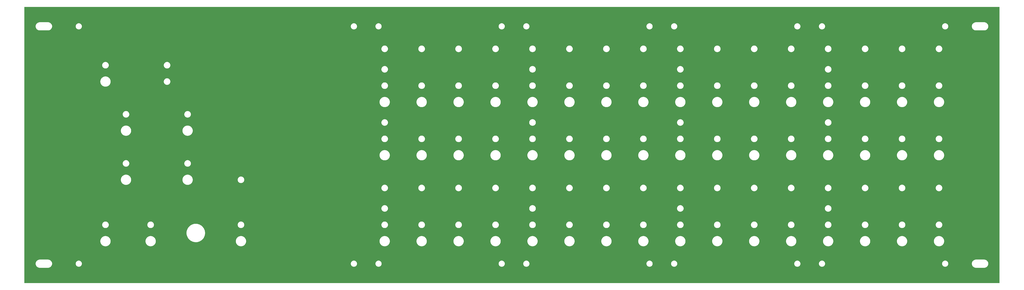
<source format=gbr>
%TF.GenerationSoftware,KiCad,Pcbnew,7.0.9*%
%TF.CreationDate,2023-12-22T18:04:38+01:00*%
%TF.ProjectId,FrontPanel,46726f6e-7450-4616-9e65-6c2e6b696361,rev?*%
%TF.SameCoordinates,Original*%
%TF.FileFunction,Copper,L1,Top*%
%TF.FilePolarity,Positive*%
%FSLAX46Y46*%
G04 Gerber Fmt 4.6, Leading zero omitted, Abs format (unit mm)*
G04 Created by KiCad (PCBNEW 7.0.9) date 2023-12-22 18:04:38*
%MOMM*%
%LPD*%
G01*
G04 APERTURE LIST*
G04 APERTURE END LIST*
%TA.AperFunction,NonConductor*%
G36*
X495442539Y-49520185D02*
G01*
X495488294Y-49572989D01*
X495499500Y-49624500D01*
X495499500Y-184375500D01*
X495479815Y-184442539D01*
X495427011Y-184488294D01*
X495375500Y-184499500D01*
X20624500Y-184499500D01*
X20557461Y-184479815D01*
X20511706Y-184427011D01*
X20500500Y-184375500D01*
X20500500Y-175000000D01*
X25994825Y-175000000D01*
X26013500Y-175273038D01*
X26013501Y-175273040D01*
X26069178Y-175540979D01*
X26069183Y-175540995D01*
X26160829Y-175798860D01*
X26160828Y-175798860D01*
X26286740Y-176041858D01*
X26286744Y-176041864D01*
X26444560Y-176265439D01*
X26444563Y-176265442D01*
X26595150Y-176426681D01*
X26631365Y-176465457D01*
X26736555Y-176551035D01*
X26843655Y-176638168D01*
X26843657Y-176638169D01*
X26843658Y-176638170D01*
X27077490Y-176780366D01*
X27200886Y-176833964D01*
X27328508Y-176889398D01*
X27592035Y-176963235D01*
X27830399Y-176995996D01*
X27863161Y-177000500D01*
X27863162Y-177000500D01*
X32136839Y-177000500D01*
X32166068Y-176996482D01*
X32407965Y-176963235D01*
X32671492Y-176889398D01*
X32922511Y-176780365D01*
X33156345Y-176638168D01*
X33368638Y-176465454D01*
X33555437Y-176265442D01*
X33713260Y-176041857D01*
X33839169Y-175798864D01*
X33930818Y-175540990D01*
X33930818Y-175540985D01*
X33930821Y-175540979D01*
X33962165Y-175390141D01*
X33986499Y-175273038D01*
X34005175Y-175000000D01*
X45494357Y-175000000D01*
X45502029Y-175092589D01*
X45502350Y-175096456D01*
X45502562Y-175101579D01*
X45502562Y-175124081D01*
X45506265Y-175146282D01*
X45506899Y-175151365D01*
X45514891Y-175247816D01*
X45514891Y-175247818D01*
X45538654Y-175341657D01*
X45539705Y-175346672D01*
X45543407Y-175368854D01*
X45543409Y-175368862D01*
X45550714Y-175390141D01*
X45552176Y-175395053D01*
X45575935Y-175488874D01*
X45575939Y-175488887D01*
X45614815Y-175577515D01*
X45616677Y-175582286D01*
X45623986Y-175603576D01*
X45623988Y-175603579D01*
X45634698Y-175623371D01*
X45636948Y-175627975D01*
X45675827Y-175716608D01*
X45728764Y-175797634D01*
X45731388Y-175802038D01*
X45742095Y-175821823D01*
X45742098Y-175821828D01*
X45755926Y-175839595D01*
X45758903Y-175843765D01*
X45811834Y-175924782D01*
X45811838Y-175924787D01*
X45877393Y-175996000D01*
X45880706Y-175999911D01*
X45894522Y-176017662D01*
X45911080Y-176032905D01*
X45914694Y-176036519D01*
X45980256Y-176107738D01*
X46056651Y-176167199D01*
X46060547Y-176170499D01*
X46066913Y-176176360D01*
X46077099Y-176185737D01*
X46095936Y-176198044D01*
X46100102Y-176201018D01*
X46176491Y-176260474D01*
X46261640Y-176306554D01*
X46266001Y-176309153D01*
X46284855Y-176321471D01*
X46305494Y-176330524D01*
X46310033Y-176332743D01*
X46395190Y-176378828D01*
X46486754Y-176410262D01*
X46491489Y-176412109D01*
X46512116Y-176421157D01*
X46533932Y-176426681D01*
X46538816Y-176428135D01*
X46610089Y-176452603D01*
X46630385Y-176459571D01*
X46664189Y-176465211D01*
X46725866Y-176475503D01*
X46730879Y-176476555D01*
X46752676Y-176482075D01*
X46752678Y-176482075D01*
X46752685Y-176482077D01*
X46775125Y-176483936D01*
X46780169Y-176484564D01*
X46875665Y-176500500D01*
X46875666Y-176500500D01*
X46972448Y-176500500D01*
X46977561Y-176500711D01*
X46993415Y-176502025D01*
X46999998Y-176502571D01*
X47000000Y-176502571D01*
X47000002Y-176502571D01*
X47006584Y-176502025D01*
X47022438Y-176500711D01*
X47027552Y-176500500D01*
X47124330Y-176500500D01*
X47124335Y-176500500D01*
X47219851Y-176484561D01*
X47224862Y-176483937D01*
X47247315Y-176482077D01*
X47269153Y-176476546D01*
X47274105Y-176475508D01*
X47369614Y-176459571D01*
X47461198Y-176428129D01*
X47466042Y-176426688D01*
X47487884Y-176421157D01*
X47508500Y-176412113D01*
X47513234Y-176410265D01*
X47604810Y-176378828D01*
X47689975Y-176332738D01*
X47694505Y-176330524D01*
X47715145Y-176321471D01*
X47734008Y-176309146D01*
X47738337Y-176306566D01*
X47823509Y-176260474D01*
X47899931Y-176200992D01*
X47904018Y-176198073D01*
X47922898Y-176185739D01*
X47939466Y-176170487D01*
X47943341Y-176167204D01*
X48019744Y-176107738D01*
X48085313Y-176036510D01*
X48088897Y-176032925D01*
X48105477Y-176017663D01*
X48119320Y-175999876D01*
X48122581Y-175996026D01*
X48188164Y-175924785D01*
X48241127Y-175843718D01*
X48244053Y-175839620D01*
X48257902Y-175821828D01*
X48268623Y-175802016D01*
X48271233Y-175797636D01*
X48324173Y-175716607D01*
X48363061Y-175627950D01*
X48365299Y-175623375D01*
X48365301Y-175623371D01*
X48376014Y-175603576D01*
X48383336Y-175582246D01*
X48385162Y-175577564D01*
X48424063Y-175488881D01*
X48447826Y-175395041D01*
X48449278Y-175390162D01*
X48456592Y-175368859D01*
X48460296Y-175346658D01*
X48461340Y-175341677D01*
X48485108Y-175247821D01*
X48493104Y-175151321D01*
X48493733Y-175146282D01*
X48497438Y-175124081D01*
X48498088Y-175092589D01*
X48498283Y-175088812D01*
X48505643Y-175000000D01*
X179494357Y-175000000D01*
X179502029Y-175092589D01*
X179502350Y-175096456D01*
X179502562Y-175101579D01*
X179502562Y-175124081D01*
X179506265Y-175146282D01*
X179506899Y-175151365D01*
X179514891Y-175247816D01*
X179514891Y-175247818D01*
X179538654Y-175341657D01*
X179539705Y-175346672D01*
X179543407Y-175368854D01*
X179543409Y-175368862D01*
X179550714Y-175390141D01*
X179552176Y-175395053D01*
X179575935Y-175488874D01*
X179575939Y-175488887D01*
X179614815Y-175577515D01*
X179616677Y-175582286D01*
X179623986Y-175603576D01*
X179623988Y-175603579D01*
X179634698Y-175623371D01*
X179636948Y-175627975D01*
X179675827Y-175716608D01*
X179728764Y-175797634D01*
X179731388Y-175802038D01*
X179742095Y-175821823D01*
X179742098Y-175821828D01*
X179755926Y-175839595D01*
X179758903Y-175843765D01*
X179811834Y-175924782D01*
X179811838Y-175924787D01*
X179877393Y-175996000D01*
X179880706Y-175999911D01*
X179894522Y-176017662D01*
X179911080Y-176032905D01*
X179914694Y-176036519D01*
X179980256Y-176107738D01*
X180056651Y-176167199D01*
X180060547Y-176170499D01*
X180066913Y-176176360D01*
X180077099Y-176185737D01*
X180095936Y-176198044D01*
X180100102Y-176201018D01*
X180176491Y-176260474D01*
X180261640Y-176306554D01*
X180266001Y-176309153D01*
X180284855Y-176321471D01*
X180305494Y-176330524D01*
X180310033Y-176332743D01*
X180395190Y-176378828D01*
X180486754Y-176410262D01*
X180491489Y-176412109D01*
X180512116Y-176421157D01*
X180533932Y-176426681D01*
X180538816Y-176428135D01*
X180610089Y-176452603D01*
X180630385Y-176459571D01*
X180664189Y-176465211D01*
X180725866Y-176475503D01*
X180730879Y-176476555D01*
X180752676Y-176482075D01*
X180752678Y-176482075D01*
X180752685Y-176482077D01*
X180775125Y-176483936D01*
X180780169Y-176484564D01*
X180875665Y-176500500D01*
X180875666Y-176500500D01*
X180972448Y-176500500D01*
X180977561Y-176500711D01*
X180993415Y-176502025D01*
X180999998Y-176502571D01*
X181000000Y-176502571D01*
X181000002Y-176502571D01*
X181006584Y-176502025D01*
X181022438Y-176500711D01*
X181027552Y-176500500D01*
X181124330Y-176500500D01*
X181124335Y-176500500D01*
X181219851Y-176484561D01*
X181224862Y-176483937D01*
X181247315Y-176482077D01*
X181269153Y-176476546D01*
X181274105Y-176475508D01*
X181369614Y-176459571D01*
X181461198Y-176428129D01*
X181466042Y-176426688D01*
X181487884Y-176421157D01*
X181508500Y-176412113D01*
X181513234Y-176410265D01*
X181604810Y-176378828D01*
X181689975Y-176332738D01*
X181694505Y-176330524D01*
X181715145Y-176321471D01*
X181734008Y-176309146D01*
X181738337Y-176306566D01*
X181823509Y-176260474D01*
X181899931Y-176200992D01*
X181904018Y-176198073D01*
X181922898Y-176185739D01*
X181939466Y-176170487D01*
X181943341Y-176167204D01*
X182019744Y-176107738D01*
X182085313Y-176036510D01*
X182088897Y-176032925D01*
X182105477Y-176017663D01*
X182119320Y-175999876D01*
X182122581Y-175996026D01*
X182188164Y-175924785D01*
X182241127Y-175843718D01*
X182244053Y-175839620D01*
X182257902Y-175821828D01*
X182268623Y-175802016D01*
X182271233Y-175797636D01*
X182324173Y-175716607D01*
X182363061Y-175627950D01*
X182365299Y-175623375D01*
X182365301Y-175623371D01*
X182376014Y-175603576D01*
X182383336Y-175582246D01*
X182385162Y-175577564D01*
X182424063Y-175488881D01*
X182447826Y-175395041D01*
X182449278Y-175390162D01*
X182456592Y-175368859D01*
X182460296Y-175346658D01*
X182461340Y-175341677D01*
X182485108Y-175247821D01*
X182493104Y-175151321D01*
X182493733Y-175146282D01*
X182497438Y-175124081D01*
X182498088Y-175092589D01*
X182498283Y-175088812D01*
X182505643Y-175000000D01*
X191494357Y-175000000D01*
X191502029Y-175092589D01*
X191502350Y-175096456D01*
X191502562Y-175101579D01*
X191502562Y-175124081D01*
X191506265Y-175146282D01*
X191506899Y-175151365D01*
X191514891Y-175247816D01*
X191514891Y-175247818D01*
X191538654Y-175341657D01*
X191539705Y-175346672D01*
X191543407Y-175368854D01*
X191543409Y-175368862D01*
X191550714Y-175390141D01*
X191552176Y-175395053D01*
X191575935Y-175488874D01*
X191575939Y-175488887D01*
X191614815Y-175577515D01*
X191616677Y-175582286D01*
X191623986Y-175603576D01*
X191623988Y-175603579D01*
X191634698Y-175623371D01*
X191636948Y-175627975D01*
X191675827Y-175716608D01*
X191728764Y-175797634D01*
X191731388Y-175802038D01*
X191742095Y-175821823D01*
X191742098Y-175821828D01*
X191755926Y-175839595D01*
X191758903Y-175843765D01*
X191811834Y-175924782D01*
X191811838Y-175924787D01*
X191877393Y-175996000D01*
X191880706Y-175999911D01*
X191894522Y-176017662D01*
X191911080Y-176032905D01*
X191914694Y-176036519D01*
X191980256Y-176107738D01*
X192056651Y-176167199D01*
X192060547Y-176170499D01*
X192066913Y-176176360D01*
X192077099Y-176185737D01*
X192095936Y-176198044D01*
X192100102Y-176201018D01*
X192176491Y-176260474D01*
X192261640Y-176306554D01*
X192266001Y-176309153D01*
X192284855Y-176321471D01*
X192305494Y-176330524D01*
X192310033Y-176332743D01*
X192395190Y-176378828D01*
X192486754Y-176410262D01*
X192491489Y-176412109D01*
X192512116Y-176421157D01*
X192533932Y-176426681D01*
X192538816Y-176428135D01*
X192610089Y-176452603D01*
X192630385Y-176459571D01*
X192664189Y-176465211D01*
X192725866Y-176475503D01*
X192730879Y-176476555D01*
X192752676Y-176482075D01*
X192752678Y-176482075D01*
X192752685Y-176482077D01*
X192775125Y-176483936D01*
X192780169Y-176484564D01*
X192875665Y-176500500D01*
X192875666Y-176500500D01*
X192972448Y-176500500D01*
X192977561Y-176500711D01*
X192993415Y-176502025D01*
X192999998Y-176502571D01*
X193000000Y-176502571D01*
X193000002Y-176502571D01*
X193006584Y-176502025D01*
X193022438Y-176500711D01*
X193027552Y-176500500D01*
X193124330Y-176500500D01*
X193124335Y-176500500D01*
X193219851Y-176484561D01*
X193224862Y-176483937D01*
X193247315Y-176482077D01*
X193269153Y-176476546D01*
X193274105Y-176475508D01*
X193369614Y-176459571D01*
X193461198Y-176428129D01*
X193466042Y-176426688D01*
X193487884Y-176421157D01*
X193508500Y-176412113D01*
X193513234Y-176410265D01*
X193604810Y-176378828D01*
X193689975Y-176332738D01*
X193694505Y-176330524D01*
X193715145Y-176321471D01*
X193734008Y-176309146D01*
X193738337Y-176306566D01*
X193823509Y-176260474D01*
X193899931Y-176200992D01*
X193904018Y-176198073D01*
X193922898Y-176185739D01*
X193939466Y-176170487D01*
X193943341Y-176167204D01*
X194019744Y-176107738D01*
X194085313Y-176036510D01*
X194088897Y-176032925D01*
X194105477Y-176017663D01*
X194119320Y-175999876D01*
X194122581Y-175996026D01*
X194188164Y-175924785D01*
X194241127Y-175843718D01*
X194244053Y-175839620D01*
X194257902Y-175821828D01*
X194268623Y-175802016D01*
X194271233Y-175797636D01*
X194324173Y-175716607D01*
X194363061Y-175627950D01*
X194365299Y-175623375D01*
X194365301Y-175623371D01*
X194376014Y-175603576D01*
X194383336Y-175582246D01*
X194385162Y-175577564D01*
X194424063Y-175488881D01*
X194447826Y-175395041D01*
X194449278Y-175390162D01*
X194456592Y-175368859D01*
X194460296Y-175346658D01*
X194461340Y-175341677D01*
X194485108Y-175247821D01*
X194493104Y-175151321D01*
X194493733Y-175146282D01*
X194497438Y-175124081D01*
X194498088Y-175092589D01*
X194498283Y-175088812D01*
X194505643Y-175000000D01*
X251494357Y-175000000D01*
X251502029Y-175092589D01*
X251502350Y-175096456D01*
X251502562Y-175101579D01*
X251502562Y-175124081D01*
X251506265Y-175146282D01*
X251506899Y-175151365D01*
X251514891Y-175247816D01*
X251514891Y-175247818D01*
X251538654Y-175341657D01*
X251539705Y-175346672D01*
X251543407Y-175368854D01*
X251543409Y-175368862D01*
X251550714Y-175390141D01*
X251552176Y-175395053D01*
X251575935Y-175488874D01*
X251575939Y-175488887D01*
X251614815Y-175577515D01*
X251616677Y-175582286D01*
X251623986Y-175603576D01*
X251623988Y-175603579D01*
X251634698Y-175623371D01*
X251636948Y-175627975D01*
X251675827Y-175716608D01*
X251728764Y-175797634D01*
X251731388Y-175802038D01*
X251742095Y-175821823D01*
X251742098Y-175821828D01*
X251755926Y-175839595D01*
X251758903Y-175843765D01*
X251811834Y-175924782D01*
X251811838Y-175924787D01*
X251877393Y-175996000D01*
X251880706Y-175999911D01*
X251894522Y-176017662D01*
X251911080Y-176032905D01*
X251914694Y-176036519D01*
X251980256Y-176107738D01*
X252056651Y-176167199D01*
X252060547Y-176170499D01*
X252066913Y-176176360D01*
X252077099Y-176185737D01*
X252095936Y-176198044D01*
X252100102Y-176201018D01*
X252176491Y-176260474D01*
X252261640Y-176306554D01*
X252266001Y-176309153D01*
X252284855Y-176321471D01*
X252305494Y-176330524D01*
X252310033Y-176332743D01*
X252395190Y-176378828D01*
X252486754Y-176410262D01*
X252491489Y-176412109D01*
X252512116Y-176421157D01*
X252533932Y-176426681D01*
X252538816Y-176428135D01*
X252610089Y-176452603D01*
X252630385Y-176459571D01*
X252664189Y-176465211D01*
X252725866Y-176475503D01*
X252730879Y-176476555D01*
X252752676Y-176482075D01*
X252752678Y-176482075D01*
X252752685Y-176482077D01*
X252775125Y-176483936D01*
X252780169Y-176484564D01*
X252875665Y-176500500D01*
X252875666Y-176500500D01*
X252972448Y-176500500D01*
X252977561Y-176500711D01*
X252993415Y-176502025D01*
X252999998Y-176502571D01*
X253000000Y-176502571D01*
X253000002Y-176502571D01*
X253006584Y-176502025D01*
X253022438Y-176500711D01*
X253027552Y-176500500D01*
X253124330Y-176500500D01*
X253124335Y-176500500D01*
X253219851Y-176484561D01*
X253224862Y-176483937D01*
X253247315Y-176482077D01*
X253269153Y-176476546D01*
X253274105Y-176475508D01*
X253369614Y-176459571D01*
X253461198Y-176428129D01*
X253466042Y-176426688D01*
X253487884Y-176421157D01*
X253508500Y-176412113D01*
X253513234Y-176410265D01*
X253604810Y-176378828D01*
X253689975Y-176332738D01*
X253694505Y-176330524D01*
X253715145Y-176321471D01*
X253734008Y-176309146D01*
X253738337Y-176306566D01*
X253823509Y-176260474D01*
X253899931Y-176200992D01*
X253904018Y-176198073D01*
X253922898Y-176185739D01*
X253939466Y-176170487D01*
X253943341Y-176167204D01*
X254019744Y-176107738D01*
X254085313Y-176036510D01*
X254088897Y-176032925D01*
X254105477Y-176017663D01*
X254119320Y-175999876D01*
X254122581Y-175996026D01*
X254188164Y-175924785D01*
X254241127Y-175843718D01*
X254244053Y-175839620D01*
X254257902Y-175821828D01*
X254268623Y-175802016D01*
X254271233Y-175797636D01*
X254324173Y-175716607D01*
X254363061Y-175627950D01*
X254365299Y-175623375D01*
X254365301Y-175623371D01*
X254376014Y-175603576D01*
X254383336Y-175582246D01*
X254385162Y-175577564D01*
X254424063Y-175488881D01*
X254447826Y-175395041D01*
X254449278Y-175390162D01*
X254456592Y-175368859D01*
X254460296Y-175346658D01*
X254461340Y-175341677D01*
X254485108Y-175247821D01*
X254493104Y-175151321D01*
X254493733Y-175146282D01*
X254497438Y-175124081D01*
X254498088Y-175092589D01*
X254498283Y-175088812D01*
X254505643Y-175000000D01*
X263494357Y-175000000D01*
X263502029Y-175092589D01*
X263502350Y-175096456D01*
X263502562Y-175101579D01*
X263502562Y-175124081D01*
X263506265Y-175146282D01*
X263506899Y-175151365D01*
X263514891Y-175247816D01*
X263514891Y-175247818D01*
X263538654Y-175341657D01*
X263539705Y-175346672D01*
X263543407Y-175368854D01*
X263543409Y-175368862D01*
X263550714Y-175390141D01*
X263552176Y-175395053D01*
X263575935Y-175488874D01*
X263575939Y-175488887D01*
X263614815Y-175577515D01*
X263616677Y-175582286D01*
X263623986Y-175603576D01*
X263623988Y-175603579D01*
X263634698Y-175623371D01*
X263636948Y-175627975D01*
X263675827Y-175716608D01*
X263728764Y-175797634D01*
X263731388Y-175802038D01*
X263742095Y-175821823D01*
X263742098Y-175821828D01*
X263755926Y-175839595D01*
X263758903Y-175843765D01*
X263811834Y-175924782D01*
X263811838Y-175924787D01*
X263877393Y-175996000D01*
X263880706Y-175999911D01*
X263894522Y-176017662D01*
X263911080Y-176032905D01*
X263914694Y-176036519D01*
X263980256Y-176107738D01*
X264056651Y-176167199D01*
X264060547Y-176170499D01*
X264066913Y-176176360D01*
X264077099Y-176185737D01*
X264095936Y-176198044D01*
X264100102Y-176201018D01*
X264176491Y-176260474D01*
X264261640Y-176306554D01*
X264266001Y-176309153D01*
X264284855Y-176321471D01*
X264305494Y-176330524D01*
X264310033Y-176332743D01*
X264395190Y-176378828D01*
X264486754Y-176410262D01*
X264491489Y-176412109D01*
X264512116Y-176421157D01*
X264533932Y-176426681D01*
X264538816Y-176428135D01*
X264610089Y-176452603D01*
X264630385Y-176459571D01*
X264664189Y-176465211D01*
X264725866Y-176475503D01*
X264730879Y-176476555D01*
X264752676Y-176482075D01*
X264752678Y-176482075D01*
X264752685Y-176482077D01*
X264775125Y-176483936D01*
X264780169Y-176484564D01*
X264875665Y-176500500D01*
X264875666Y-176500500D01*
X264972448Y-176500500D01*
X264977561Y-176500711D01*
X264993415Y-176502025D01*
X264999998Y-176502571D01*
X265000000Y-176502571D01*
X265000002Y-176502571D01*
X265006584Y-176502025D01*
X265022438Y-176500711D01*
X265027552Y-176500500D01*
X265124330Y-176500500D01*
X265124335Y-176500500D01*
X265219851Y-176484561D01*
X265224862Y-176483937D01*
X265247315Y-176482077D01*
X265269153Y-176476546D01*
X265274105Y-176475508D01*
X265369614Y-176459571D01*
X265461198Y-176428129D01*
X265466042Y-176426688D01*
X265487884Y-176421157D01*
X265508500Y-176412113D01*
X265513234Y-176410265D01*
X265604810Y-176378828D01*
X265689975Y-176332738D01*
X265694505Y-176330524D01*
X265715145Y-176321471D01*
X265734008Y-176309146D01*
X265738337Y-176306566D01*
X265823509Y-176260474D01*
X265899931Y-176200992D01*
X265904018Y-176198073D01*
X265922898Y-176185739D01*
X265939466Y-176170487D01*
X265943341Y-176167204D01*
X266019744Y-176107738D01*
X266085313Y-176036510D01*
X266088897Y-176032925D01*
X266105477Y-176017663D01*
X266119320Y-175999876D01*
X266122581Y-175996026D01*
X266188164Y-175924785D01*
X266241127Y-175843718D01*
X266244053Y-175839620D01*
X266257902Y-175821828D01*
X266268623Y-175802016D01*
X266271233Y-175797636D01*
X266324173Y-175716607D01*
X266363061Y-175627950D01*
X266365299Y-175623375D01*
X266365301Y-175623371D01*
X266376014Y-175603576D01*
X266383336Y-175582246D01*
X266385162Y-175577564D01*
X266424063Y-175488881D01*
X266447826Y-175395041D01*
X266449278Y-175390162D01*
X266456592Y-175368859D01*
X266460296Y-175346658D01*
X266461340Y-175341677D01*
X266485108Y-175247821D01*
X266493104Y-175151321D01*
X266493733Y-175146282D01*
X266497438Y-175124081D01*
X266498088Y-175092589D01*
X266498283Y-175088812D01*
X266505643Y-175000000D01*
X323494357Y-175000000D01*
X323502029Y-175092589D01*
X323502350Y-175096456D01*
X323502562Y-175101579D01*
X323502562Y-175124081D01*
X323506265Y-175146282D01*
X323506899Y-175151365D01*
X323514891Y-175247816D01*
X323514891Y-175247818D01*
X323538654Y-175341657D01*
X323539705Y-175346672D01*
X323543407Y-175368854D01*
X323543409Y-175368862D01*
X323550714Y-175390141D01*
X323552176Y-175395053D01*
X323575935Y-175488874D01*
X323575939Y-175488887D01*
X323614815Y-175577515D01*
X323616677Y-175582286D01*
X323623986Y-175603576D01*
X323623988Y-175603579D01*
X323634698Y-175623371D01*
X323636948Y-175627975D01*
X323675827Y-175716608D01*
X323728764Y-175797634D01*
X323731388Y-175802038D01*
X323742095Y-175821823D01*
X323742098Y-175821828D01*
X323755926Y-175839595D01*
X323758903Y-175843765D01*
X323811834Y-175924782D01*
X323811838Y-175924787D01*
X323877393Y-175996000D01*
X323880706Y-175999911D01*
X323894522Y-176017662D01*
X323911080Y-176032905D01*
X323914694Y-176036519D01*
X323980256Y-176107738D01*
X324056651Y-176167199D01*
X324060547Y-176170499D01*
X324066913Y-176176360D01*
X324077099Y-176185737D01*
X324095936Y-176198044D01*
X324100102Y-176201018D01*
X324176491Y-176260474D01*
X324261640Y-176306554D01*
X324266001Y-176309153D01*
X324284855Y-176321471D01*
X324305494Y-176330524D01*
X324310033Y-176332743D01*
X324395190Y-176378828D01*
X324486754Y-176410262D01*
X324491489Y-176412109D01*
X324512116Y-176421157D01*
X324533932Y-176426681D01*
X324538816Y-176428135D01*
X324610089Y-176452603D01*
X324630385Y-176459571D01*
X324664189Y-176465211D01*
X324725866Y-176475503D01*
X324730879Y-176476555D01*
X324752676Y-176482075D01*
X324752678Y-176482075D01*
X324752685Y-176482077D01*
X324775125Y-176483936D01*
X324780169Y-176484564D01*
X324875665Y-176500500D01*
X324875666Y-176500500D01*
X324972448Y-176500500D01*
X324977561Y-176500711D01*
X324993415Y-176502025D01*
X324999998Y-176502571D01*
X325000000Y-176502571D01*
X325000002Y-176502571D01*
X325006584Y-176502025D01*
X325022438Y-176500711D01*
X325027552Y-176500500D01*
X325124330Y-176500500D01*
X325124335Y-176500500D01*
X325219851Y-176484561D01*
X325224862Y-176483937D01*
X325247315Y-176482077D01*
X325269153Y-176476546D01*
X325274105Y-176475508D01*
X325369614Y-176459571D01*
X325461198Y-176428129D01*
X325466042Y-176426688D01*
X325487884Y-176421157D01*
X325508500Y-176412113D01*
X325513234Y-176410265D01*
X325604810Y-176378828D01*
X325689975Y-176332738D01*
X325694505Y-176330524D01*
X325715145Y-176321471D01*
X325734008Y-176309146D01*
X325738337Y-176306566D01*
X325823509Y-176260474D01*
X325899931Y-176200992D01*
X325904018Y-176198073D01*
X325922898Y-176185739D01*
X325939466Y-176170487D01*
X325943341Y-176167204D01*
X326019744Y-176107738D01*
X326085313Y-176036510D01*
X326088897Y-176032925D01*
X326105477Y-176017663D01*
X326119320Y-175999876D01*
X326122581Y-175996026D01*
X326188164Y-175924785D01*
X326241127Y-175843718D01*
X326244053Y-175839620D01*
X326257902Y-175821828D01*
X326268623Y-175802016D01*
X326271233Y-175797636D01*
X326324173Y-175716607D01*
X326363061Y-175627950D01*
X326365299Y-175623375D01*
X326365301Y-175623371D01*
X326376014Y-175603576D01*
X326383336Y-175582246D01*
X326385162Y-175577564D01*
X326424063Y-175488881D01*
X326447826Y-175395041D01*
X326449278Y-175390162D01*
X326456592Y-175368859D01*
X326460296Y-175346658D01*
X326461340Y-175341677D01*
X326485108Y-175247821D01*
X326493104Y-175151321D01*
X326493733Y-175146282D01*
X326497438Y-175124081D01*
X326498088Y-175092589D01*
X326498283Y-175088812D01*
X326505643Y-175000000D01*
X335494357Y-175000000D01*
X335502029Y-175092589D01*
X335502350Y-175096456D01*
X335502562Y-175101579D01*
X335502562Y-175124081D01*
X335506265Y-175146282D01*
X335506899Y-175151365D01*
X335514891Y-175247816D01*
X335514891Y-175247818D01*
X335538654Y-175341657D01*
X335539705Y-175346672D01*
X335543407Y-175368854D01*
X335543409Y-175368862D01*
X335550714Y-175390141D01*
X335552176Y-175395053D01*
X335575935Y-175488874D01*
X335575939Y-175488887D01*
X335614815Y-175577515D01*
X335616677Y-175582286D01*
X335623986Y-175603576D01*
X335623988Y-175603579D01*
X335634698Y-175623371D01*
X335636948Y-175627975D01*
X335675827Y-175716608D01*
X335728764Y-175797634D01*
X335731388Y-175802038D01*
X335742095Y-175821823D01*
X335742098Y-175821828D01*
X335755926Y-175839595D01*
X335758903Y-175843765D01*
X335811834Y-175924782D01*
X335811838Y-175924787D01*
X335877393Y-175996000D01*
X335880706Y-175999911D01*
X335894522Y-176017662D01*
X335911080Y-176032905D01*
X335914694Y-176036519D01*
X335980256Y-176107738D01*
X336056651Y-176167199D01*
X336060547Y-176170499D01*
X336066913Y-176176360D01*
X336077099Y-176185737D01*
X336095936Y-176198044D01*
X336100102Y-176201018D01*
X336176491Y-176260474D01*
X336261640Y-176306554D01*
X336266001Y-176309153D01*
X336284855Y-176321471D01*
X336305494Y-176330524D01*
X336310033Y-176332743D01*
X336395190Y-176378828D01*
X336486754Y-176410262D01*
X336491489Y-176412109D01*
X336512116Y-176421157D01*
X336533932Y-176426681D01*
X336538816Y-176428135D01*
X336610089Y-176452603D01*
X336630385Y-176459571D01*
X336664189Y-176465211D01*
X336725866Y-176475503D01*
X336730879Y-176476555D01*
X336752676Y-176482075D01*
X336752678Y-176482075D01*
X336752685Y-176482077D01*
X336775125Y-176483936D01*
X336780169Y-176484564D01*
X336875665Y-176500500D01*
X336875666Y-176500500D01*
X336972448Y-176500500D01*
X336977561Y-176500711D01*
X336993415Y-176502025D01*
X336999998Y-176502571D01*
X337000000Y-176502571D01*
X337000002Y-176502571D01*
X337006584Y-176502025D01*
X337022438Y-176500711D01*
X337027552Y-176500500D01*
X337124330Y-176500500D01*
X337124335Y-176500500D01*
X337219851Y-176484561D01*
X337224862Y-176483937D01*
X337247315Y-176482077D01*
X337269153Y-176476546D01*
X337274105Y-176475508D01*
X337369614Y-176459571D01*
X337461198Y-176428129D01*
X337466042Y-176426688D01*
X337487884Y-176421157D01*
X337508500Y-176412113D01*
X337513234Y-176410265D01*
X337604810Y-176378828D01*
X337689975Y-176332738D01*
X337694505Y-176330524D01*
X337715145Y-176321471D01*
X337734008Y-176309146D01*
X337738337Y-176306566D01*
X337823509Y-176260474D01*
X337899931Y-176200992D01*
X337904018Y-176198073D01*
X337922898Y-176185739D01*
X337939466Y-176170487D01*
X337943341Y-176167204D01*
X338019744Y-176107738D01*
X338085313Y-176036510D01*
X338088897Y-176032925D01*
X338105477Y-176017663D01*
X338119320Y-175999876D01*
X338122581Y-175996026D01*
X338188164Y-175924785D01*
X338241127Y-175843718D01*
X338244053Y-175839620D01*
X338257902Y-175821828D01*
X338268623Y-175802016D01*
X338271233Y-175797636D01*
X338324173Y-175716607D01*
X338363061Y-175627950D01*
X338365299Y-175623375D01*
X338365301Y-175623371D01*
X338376014Y-175603576D01*
X338383336Y-175582246D01*
X338385162Y-175577564D01*
X338424063Y-175488881D01*
X338447826Y-175395041D01*
X338449278Y-175390162D01*
X338456592Y-175368859D01*
X338460296Y-175346658D01*
X338461340Y-175341677D01*
X338485108Y-175247821D01*
X338493104Y-175151321D01*
X338493733Y-175146282D01*
X338497438Y-175124081D01*
X338498088Y-175092589D01*
X338498283Y-175088812D01*
X338505643Y-175000000D01*
X395494357Y-175000000D01*
X395502029Y-175092589D01*
X395502350Y-175096456D01*
X395502562Y-175101579D01*
X395502562Y-175124081D01*
X395506265Y-175146282D01*
X395506899Y-175151365D01*
X395514891Y-175247816D01*
X395514891Y-175247818D01*
X395538654Y-175341657D01*
X395539705Y-175346672D01*
X395543407Y-175368854D01*
X395543409Y-175368862D01*
X395550714Y-175390141D01*
X395552176Y-175395053D01*
X395575935Y-175488874D01*
X395575939Y-175488887D01*
X395614815Y-175577515D01*
X395616677Y-175582286D01*
X395623986Y-175603576D01*
X395623988Y-175603579D01*
X395634698Y-175623371D01*
X395636948Y-175627975D01*
X395675827Y-175716608D01*
X395728764Y-175797634D01*
X395731388Y-175802038D01*
X395742095Y-175821823D01*
X395742098Y-175821828D01*
X395755926Y-175839595D01*
X395758903Y-175843765D01*
X395811834Y-175924782D01*
X395811838Y-175924787D01*
X395877393Y-175996000D01*
X395880706Y-175999911D01*
X395894522Y-176017662D01*
X395911080Y-176032905D01*
X395914694Y-176036519D01*
X395980256Y-176107738D01*
X396056651Y-176167199D01*
X396060547Y-176170499D01*
X396066913Y-176176360D01*
X396077099Y-176185737D01*
X396095936Y-176198044D01*
X396100102Y-176201018D01*
X396176491Y-176260474D01*
X396261640Y-176306554D01*
X396266001Y-176309153D01*
X396284855Y-176321471D01*
X396305494Y-176330524D01*
X396310033Y-176332743D01*
X396395190Y-176378828D01*
X396486754Y-176410262D01*
X396491489Y-176412109D01*
X396512116Y-176421157D01*
X396533932Y-176426681D01*
X396538816Y-176428135D01*
X396610089Y-176452603D01*
X396630385Y-176459571D01*
X396664189Y-176465211D01*
X396725866Y-176475503D01*
X396730879Y-176476555D01*
X396752676Y-176482075D01*
X396752678Y-176482075D01*
X396752685Y-176482077D01*
X396775125Y-176483936D01*
X396780169Y-176484564D01*
X396875665Y-176500500D01*
X396875666Y-176500500D01*
X396972448Y-176500500D01*
X396977561Y-176500711D01*
X396993415Y-176502025D01*
X396999998Y-176502571D01*
X397000000Y-176502571D01*
X397000002Y-176502571D01*
X397006584Y-176502025D01*
X397022438Y-176500711D01*
X397027552Y-176500500D01*
X397124330Y-176500500D01*
X397124335Y-176500500D01*
X397219851Y-176484561D01*
X397224862Y-176483937D01*
X397247315Y-176482077D01*
X397269153Y-176476546D01*
X397274105Y-176475508D01*
X397369614Y-176459571D01*
X397461198Y-176428129D01*
X397466042Y-176426688D01*
X397487884Y-176421157D01*
X397508500Y-176412113D01*
X397513234Y-176410265D01*
X397604810Y-176378828D01*
X397689975Y-176332738D01*
X397694505Y-176330524D01*
X397715145Y-176321471D01*
X397734008Y-176309146D01*
X397738337Y-176306566D01*
X397823509Y-176260474D01*
X397899931Y-176200992D01*
X397904018Y-176198073D01*
X397922898Y-176185739D01*
X397939466Y-176170487D01*
X397943341Y-176167204D01*
X398019744Y-176107738D01*
X398085313Y-176036510D01*
X398088897Y-176032925D01*
X398105477Y-176017663D01*
X398119320Y-175999876D01*
X398122581Y-175996026D01*
X398188164Y-175924785D01*
X398241127Y-175843718D01*
X398244053Y-175839620D01*
X398257902Y-175821828D01*
X398268623Y-175802016D01*
X398271233Y-175797636D01*
X398324173Y-175716607D01*
X398363061Y-175627950D01*
X398365299Y-175623375D01*
X398365301Y-175623371D01*
X398376014Y-175603576D01*
X398383336Y-175582246D01*
X398385162Y-175577564D01*
X398424063Y-175488881D01*
X398447826Y-175395041D01*
X398449278Y-175390162D01*
X398456592Y-175368859D01*
X398460296Y-175346658D01*
X398461340Y-175341677D01*
X398485108Y-175247821D01*
X398493104Y-175151321D01*
X398493733Y-175146282D01*
X398497438Y-175124081D01*
X398498088Y-175092589D01*
X398498283Y-175088812D01*
X398505643Y-175000000D01*
X407494357Y-175000000D01*
X407502029Y-175092589D01*
X407502350Y-175096456D01*
X407502562Y-175101579D01*
X407502562Y-175124081D01*
X407506265Y-175146282D01*
X407506899Y-175151365D01*
X407514891Y-175247816D01*
X407514891Y-175247818D01*
X407538654Y-175341657D01*
X407539705Y-175346672D01*
X407543407Y-175368854D01*
X407543409Y-175368862D01*
X407550714Y-175390141D01*
X407552176Y-175395053D01*
X407575935Y-175488874D01*
X407575939Y-175488887D01*
X407614815Y-175577515D01*
X407616677Y-175582286D01*
X407623986Y-175603576D01*
X407623988Y-175603579D01*
X407634698Y-175623371D01*
X407636948Y-175627975D01*
X407675827Y-175716608D01*
X407728764Y-175797634D01*
X407731388Y-175802038D01*
X407742095Y-175821823D01*
X407742098Y-175821828D01*
X407755926Y-175839595D01*
X407758903Y-175843765D01*
X407811834Y-175924782D01*
X407811838Y-175924787D01*
X407877393Y-175996000D01*
X407880706Y-175999911D01*
X407894522Y-176017662D01*
X407911080Y-176032905D01*
X407914694Y-176036519D01*
X407980256Y-176107738D01*
X408056651Y-176167199D01*
X408060547Y-176170499D01*
X408066913Y-176176360D01*
X408077099Y-176185737D01*
X408095936Y-176198044D01*
X408100102Y-176201018D01*
X408176491Y-176260474D01*
X408261640Y-176306554D01*
X408266001Y-176309153D01*
X408284855Y-176321471D01*
X408305494Y-176330524D01*
X408310033Y-176332743D01*
X408395190Y-176378828D01*
X408486754Y-176410262D01*
X408491489Y-176412109D01*
X408512116Y-176421157D01*
X408533932Y-176426681D01*
X408538816Y-176428135D01*
X408610089Y-176452603D01*
X408630385Y-176459571D01*
X408664189Y-176465211D01*
X408725866Y-176475503D01*
X408730879Y-176476555D01*
X408752676Y-176482075D01*
X408752678Y-176482075D01*
X408752685Y-176482077D01*
X408775125Y-176483936D01*
X408780169Y-176484564D01*
X408875665Y-176500500D01*
X408875666Y-176500500D01*
X408972448Y-176500500D01*
X408977561Y-176500711D01*
X408993415Y-176502025D01*
X408999998Y-176502571D01*
X409000000Y-176502571D01*
X409000002Y-176502571D01*
X409006584Y-176502025D01*
X409022438Y-176500711D01*
X409027552Y-176500500D01*
X409124330Y-176500500D01*
X409124335Y-176500500D01*
X409219851Y-176484561D01*
X409224862Y-176483937D01*
X409247315Y-176482077D01*
X409269153Y-176476546D01*
X409274105Y-176475508D01*
X409369614Y-176459571D01*
X409461198Y-176428129D01*
X409466042Y-176426688D01*
X409487884Y-176421157D01*
X409508500Y-176412113D01*
X409513234Y-176410265D01*
X409604810Y-176378828D01*
X409689975Y-176332738D01*
X409694505Y-176330524D01*
X409715145Y-176321471D01*
X409734008Y-176309146D01*
X409738337Y-176306566D01*
X409823509Y-176260474D01*
X409899931Y-176200992D01*
X409904018Y-176198073D01*
X409922898Y-176185739D01*
X409939466Y-176170487D01*
X409943341Y-176167204D01*
X410019744Y-176107738D01*
X410085313Y-176036510D01*
X410088897Y-176032925D01*
X410105477Y-176017663D01*
X410119320Y-175999876D01*
X410122581Y-175996026D01*
X410188164Y-175924785D01*
X410241127Y-175843718D01*
X410244053Y-175839620D01*
X410257902Y-175821828D01*
X410268623Y-175802016D01*
X410271233Y-175797636D01*
X410324173Y-175716607D01*
X410363061Y-175627950D01*
X410365299Y-175623375D01*
X410365301Y-175623371D01*
X410376014Y-175603576D01*
X410383336Y-175582246D01*
X410385162Y-175577564D01*
X410424063Y-175488881D01*
X410447826Y-175395041D01*
X410449278Y-175390162D01*
X410456592Y-175368859D01*
X410460296Y-175346658D01*
X410461340Y-175341677D01*
X410485108Y-175247821D01*
X410493104Y-175151321D01*
X410493733Y-175146282D01*
X410497438Y-175124081D01*
X410498088Y-175092589D01*
X410498283Y-175088812D01*
X410505643Y-175000000D01*
X467494357Y-175000000D01*
X467502029Y-175092589D01*
X467502350Y-175096456D01*
X467502562Y-175101579D01*
X467502562Y-175124081D01*
X467506265Y-175146282D01*
X467506899Y-175151365D01*
X467514891Y-175247816D01*
X467514891Y-175247818D01*
X467538654Y-175341657D01*
X467539705Y-175346672D01*
X467543407Y-175368854D01*
X467543409Y-175368862D01*
X467550714Y-175390141D01*
X467552176Y-175395053D01*
X467575935Y-175488874D01*
X467575939Y-175488887D01*
X467614815Y-175577515D01*
X467616677Y-175582286D01*
X467623986Y-175603576D01*
X467623988Y-175603579D01*
X467634698Y-175623371D01*
X467636948Y-175627975D01*
X467675827Y-175716608D01*
X467728764Y-175797634D01*
X467731388Y-175802038D01*
X467742095Y-175821823D01*
X467742098Y-175821828D01*
X467755926Y-175839595D01*
X467758903Y-175843765D01*
X467811834Y-175924782D01*
X467811838Y-175924787D01*
X467877393Y-175996000D01*
X467880706Y-175999911D01*
X467894522Y-176017662D01*
X467911080Y-176032905D01*
X467914694Y-176036519D01*
X467980256Y-176107738D01*
X468056651Y-176167199D01*
X468060547Y-176170499D01*
X468066913Y-176176360D01*
X468077099Y-176185737D01*
X468095936Y-176198044D01*
X468100102Y-176201018D01*
X468176491Y-176260474D01*
X468261640Y-176306554D01*
X468266001Y-176309153D01*
X468284855Y-176321471D01*
X468305494Y-176330524D01*
X468310033Y-176332743D01*
X468395190Y-176378828D01*
X468486754Y-176410262D01*
X468491489Y-176412109D01*
X468512116Y-176421157D01*
X468533932Y-176426681D01*
X468538816Y-176428135D01*
X468610089Y-176452603D01*
X468630385Y-176459571D01*
X468664189Y-176465211D01*
X468725866Y-176475503D01*
X468730879Y-176476555D01*
X468752676Y-176482075D01*
X468752678Y-176482075D01*
X468752685Y-176482077D01*
X468775125Y-176483936D01*
X468780169Y-176484564D01*
X468875665Y-176500500D01*
X468875666Y-176500500D01*
X468972448Y-176500500D01*
X468977561Y-176500711D01*
X468993415Y-176502025D01*
X468999998Y-176502571D01*
X469000000Y-176502571D01*
X469000002Y-176502571D01*
X469006584Y-176502025D01*
X469022438Y-176500711D01*
X469027552Y-176500500D01*
X469124330Y-176500500D01*
X469124335Y-176500500D01*
X469219851Y-176484561D01*
X469224862Y-176483937D01*
X469247315Y-176482077D01*
X469269153Y-176476546D01*
X469274105Y-176475508D01*
X469369614Y-176459571D01*
X469461198Y-176428129D01*
X469466042Y-176426688D01*
X469487884Y-176421157D01*
X469508500Y-176412113D01*
X469513234Y-176410265D01*
X469604810Y-176378828D01*
X469689975Y-176332738D01*
X469694505Y-176330524D01*
X469715145Y-176321471D01*
X469734008Y-176309146D01*
X469738337Y-176306566D01*
X469823509Y-176260474D01*
X469899931Y-176200992D01*
X469904018Y-176198073D01*
X469922898Y-176185739D01*
X469939466Y-176170487D01*
X469943341Y-176167204D01*
X470019744Y-176107738D01*
X470085313Y-176036510D01*
X470088897Y-176032925D01*
X470105477Y-176017663D01*
X470119320Y-175999876D01*
X470122581Y-175996026D01*
X470188164Y-175924785D01*
X470241127Y-175843718D01*
X470244053Y-175839620D01*
X470257902Y-175821828D01*
X470268623Y-175802016D01*
X470271233Y-175797636D01*
X470324173Y-175716607D01*
X470363061Y-175627950D01*
X470365299Y-175623375D01*
X470365301Y-175623371D01*
X470376014Y-175603576D01*
X470383336Y-175582246D01*
X470385162Y-175577564D01*
X470424063Y-175488881D01*
X470447826Y-175395041D01*
X470449278Y-175390162D01*
X470456592Y-175368859D01*
X470460296Y-175346658D01*
X470461340Y-175341677D01*
X470485108Y-175247821D01*
X470493104Y-175151321D01*
X470493733Y-175146282D01*
X470497438Y-175124081D01*
X470498088Y-175092589D01*
X470498283Y-175088812D01*
X470505643Y-175000000D01*
X481994825Y-175000000D01*
X482013500Y-175273038D01*
X482013501Y-175273040D01*
X482069178Y-175540979D01*
X482069183Y-175540995D01*
X482160829Y-175798860D01*
X482160828Y-175798860D01*
X482286740Y-176041858D01*
X482286744Y-176041864D01*
X482444560Y-176265439D01*
X482444563Y-176265442D01*
X482595150Y-176426681D01*
X482631365Y-176465457D01*
X482736555Y-176551035D01*
X482843655Y-176638168D01*
X482843657Y-176638169D01*
X482843658Y-176638170D01*
X483077490Y-176780366D01*
X483200886Y-176833964D01*
X483328508Y-176889398D01*
X483592035Y-176963235D01*
X483830399Y-176995996D01*
X483863161Y-177000500D01*
X483863162Y-177000500D01*
X488136839Y-177000500D01*
X488166068Y-176996482D01*
X488407965Y-176963235D01*
X488671492Y-176889398D01*
X488922511Y-176780365D01*
X489156345Y-176638168D01*
X489368638Y-176465454D01*
X489555437Y-176265442D01*
X489713260Y-176041857D01*
X489839169Y-175798864D01*
X489930818Y-175540990D01*
X489930818Y-175540985D01*
X489930821Y-175540979D01*
X489962165Y-175390141D01*
X489986499Y-175273038D01*
X490005175Y-175000000D01*
X489986499Y-174726962D01*
X489942061Y-174513113D01*
X489930821Y-174459020D01*
X489930816Y-174459004D01*
X489839170Y-174201139D01*
X489839171Y-174201139D01*
X489713259Y-173958141D01*
X489713255Y-173958135D01*
X489555439Y-173734560D01*
X489449541Y-173621172D01*
X489368638Y-173534546D01*
X489368636Y-173534545D01*
X489368634Y-173534542D01*
X489156341Y-173361829D01*
X488922509Y-173219633D01*
X488671493Y-173110602D01*
X488407970Y-173036766D01*
X488407966Y-173036765D01*
X488407965Y-173036765D01*
X488272401Y-173018132D01*
X488136839Y-172999500D01*
X488136838Y-172999500D01*
X488000099Y-172999500D01*
X484000500Y-172999500D01*
X484000000Y-172999500D01*
X483863162Y-172999500D01*
X483863161Y-172999500D01*
X483592035Y-173036765D01*
X483592029Y-173036766D01*
X483328506Y-173110602D01*
X483077490Y-173219633D01*
X482843658Y-173361829D01*
X482631365Y-173534542D01*
X482444560Y-173734560D01*
X482286744Y-173958135D01*
X482286740Y-173958141D01*
X482160829Y-174201139D01*
X482069183Y-174459004D01*
X482069178Y-174459020D01*
X482013501Y-174726959D01*
X482013500Y-174726961D01*
X481994825Y-175000000D01*
X470505643Y-175000000D01*
X470498284Y-174911190D01*
X470498088Y-174907407D01*
X470497438Y-174875919D01*
X470493733Y-174853714D01*
X470493103Y-174848666D01*
X470485108Y-174752179D01*
X470461341Y-174658327D01*
X470460295Y-174653334D01*
X470456592Y-174631143D01*
X470456591Y-174631140D01*
X470449283Y-174609850D01*
X470447825Y-174604952D01*
X470424062Y-174511116D01*
X470401210Y-174459020D01*
X470385174Y-174422461D01*
X470383329Y-174417734D01*
X470376014Y-174396424D01*
X470365298Y-174376622D01*
X470363052Y-174372029D01*
X470324173Y-174283393D01*
X470324173Y-174283392D01*
X470271231Y-174202358D01*
X470268607Y-174197954D01*
X470257904Y-174178177D01*
X470257902Y-174178172D01*
X470244080Y-174160413D01*
X470241102Y-174156242D01*
X470188166Y-174075218D01*
X470188165Y-174075217D01*
X470188164Y-174075215D01*
X470158241Y-174042710D01*
X470122606Y-174003999D01*
X470119295Y-174000090D01*
X470105477Y-173982337D01*
X470105473Y-173982332D01*
X470088919Y-173967093D01*
X470085301Y-173963476D01*
X470019744Y-173892262D01*
X469943352Y-173832804D01*
X469939444Y-173829493D01*
X469922898Y-173814261D01*
X469904063Y-173801955D01*
X469899897Y-173798981D01*
X469823509Y-173739526D01*
X469823508Y-173739525D01*
X469823505Y-173739523D01*
X469823503Y-173739522D01*
X469738385Y-173693459D01*
X469733981Y-173690835D01*
X469715145Y-173678529D01*
X469694547Y-173669494D01*
X469689940Y-173667242D01*
X469604811Y-173621172D01*
X469604802Y-173621169D01*
X469513259Y-173589742D01*
X469508484Y-173587879D01*
X469508312Y-173587803D01*
X469487884Y-173578843D01*
X469487880Y-173578842D01*
X469487878Y-173578841D01*
X469466076Y-173573319D01*
X469461166Y-173571858D01*
X469369614Y-173540429D01*
X469274138Y-173524496D01*
X469269123Y-173523444D01*
X469247312Y-173517922D01*
X469247316Y-173517922D01*
X469224895Y-173516065D01*
X469219810Y-173515431D01*
X469124336Y-173499500D01*
X469124335Y-173499500D01*
X469027541Y-173499500D01*
X469022427Y-173499288D01*
X469006555Y-173497973D01*
X469000002Y-173497430D01*
X468999998Y-173497430D01*
X468993444Y-173497973D01*
X468977572Y-173499288D01*
X468972459Y-173499500D01*
X468875665Y-173499500D01*
X468780188Y-173515431D01*
X468775103Y-173516065D01*
X468752688Y-173517922D01*
X468752683Y-173517923D01*
X468730880Y-173523444D01*
X468725866Y-173524495D01*
X468630382Y-173540429D01*
X468538834Y-173571856D01*
X468533927Y-173573317D01*
X468512126Y-173578839D01*
X468512116Y-173578843D01*
X468491510Y-173587881D01*
X468486738Y-173589742D01*
X468395194Y-173621170D01*
X468395183Y-173621175D01*
X468310062Y-173667240D01*
X468305458Y-173669491D01*
X468284854Y-173678529D01*
X468284845Y-173678534D01*
X468266023Y-173690831D01*
X468261621Y-173693455D01*
X468176492Y-173739524D01*
X468176489Y-173739527D01*
X468100106Y-173798977D01*
X468095938Y-173801954D01*
X468077099Y-173814263D01*
X468060542Y-173829503D01*
X468056635Y-173832812D01*
X467980255Y-173892262D01*
X467914697Y-173963476D01*
X467911075Y-173967098D01*
X467894529Y-173982330D01*
X467894514Y-173982346D01*
X467880699Y-174000094D01*
X467877390Y-174004001D01*
X467811836Y-174075215D01*
X467758901Y-174156236D01*
X467755925Y-174160404D01*
X467742099Y-174178170D01*
X467742094Y-174178177D01*
X467731386Y-174197964D01*
X467728763Y-174202365D01*
X467675828Y-174283390D01*
X467636953Y-174372015D01*
X467634704Y-174376615D01*
X467623985Y-174396424D01*
X467616676Y-174417714D01*
X467614814Y-174422487D01*
X467598797Y-174459004D01*
X467575939Y-174511116D01*
X467575936Y-174511122D01*
X467552177Y-174604942D01*
X467550716Y-174609850D01*
X467543408Y-174631140D01*
X467539705Y-174653327D01*
X467538654Y-174658342D01*
X467514891Y-174752178D01*
X467514891Y-174752182D01*
X467506898Y-174848634D01*
X467506265Y-174853714D01*
X467502562Y-174875919D01*
X467502562Y-174898419D01*
X467502350Y-174903535D01*
X467494357Y-175000000D01*
X410505643Y-175000000D01*
X410498284Y-174911190D01*
X410498088Y-174907407D01*
X410497438Y-174875919D01*
X410493733Y-174853714D01*
X410493103Y-174848666D01*
X410485108Y-174752179D01*
X410461341Y-174658327D01*
X410460295Y-174653334D01*
X410456592Y-174631143D01*
X410456591Y-174631140D01*
X410449283Y-174609850D01*
X410447825Y-174604952D01*
X410424062Y-174511116D01*
X410401210Y-174459020D01*
X410385174Y-174422461D01*
X410383329Y-174417734D01*
X410376014Y-174396424D01*
X410365298Y-174376622D01*
X410363052Y-174372029D01*
X410324173Y-174283393D01*
X410324173Y-174283392D01*
X410271231Y-174202358D01*
X410268607Y-174197954D01*
X410257904Y-174178177D01*
X410257902Y-174178172D01*
X410244080Y-174160413D01*
X410241102Y-174156242D01*
X410188166Y-174075218D01*
X410188165Y-174075217D01*
X410188164Y-174075215D01*
X410158241Y-174042710D01*
X410122606Y-174003999D01*
X410119295Y-174000090D01*
X410105477Y-173982337D01*
X410105473Y-173982332D01*
X410088919Y-173967093D01*
X410085301Y-173963476D01*
X410019744Y-173892262D01*
X409943352Y-173832804D01*
X409939444Y-173829493D01*
X409922898Y-173814261D01*
X409904063Y-173801955D01*
X409899897Y-173798981D01*
X409823509Y-173739526D01*
X409823508Y-173739525D01*
X409823505Y-173739523D01*
X409823503Y-173739522D01*
X409738385Y-173693459D01*
X409733981Y-173690835D01*
X409715145Y-173678529D01*
X409694547Y-173669494D01*
X409689940Y-173667242D01*
X409604811Y-173621172D01*
X409604802Y-173621169D01*
X409513259Y-173589742D01*
X409508484Y-173587879D01*
X409508312Y-173587803D01*
X409487884Y-173578843D01*
X409487880Y-173578842D01*
X409487878Y-173578841D01*
X409466076Y-173573319D01*
X409461166Y-173571858D01*
X409369614Y-173540429D01*
X409274138Y-173524496D01*
X409269123Y-173523444D01*
X409247312Y-173517922D01*
X409247316Y-173517922D01*
X409224895Y-173516065D01*
X409219810Y-173515431D01*
X409124336Y-173499500D01*
X409124335Y-173499500D01*
X409027541Y-173499500D01*
X409022427Y-173499288D01*
X409006555Y-173497973D01*
X409000002Y-173497430D01*
X408999998Y-173497430D01*
X408993444Y-173497973D01*
X408977572Y-173499288D01*
X408972459Y-173499500D01*
X408875665Y-173499500D01*
X408780188Y-173515431D01*
X408775103Y-173516065D01*
X408752688Y-173517922D01*
X408752683Y-173517923D01*
X408730880Y-173523444D01*
X408725866Y-173524495D01*
X408630382Y-173540429D01*
X408538834Y-173571856D01*
X408533927Y-173573317D01*
X408512126Y-173578839D01*
X408512116Y-173578843D01*
X408491510Y-173587881D01*
X408486738Y-173589742D01*
X408395194Y-173621170D01*
X408395183Y-173621175D01*
X408310062Y-173667240D01*
X408305458Y-173669491D01*
X408284854Y-173678529D01*
X408284845Y-173678534D01*
X408266023Y-173690831D01*
X408261621Y-173693455D01*
X408176492Y-173739524D01*
X408176489Y-173739527D01*
X408100106Y-173798977D01*
X408095938Y-173801954D01*
X408077099Y-173814263D01*
X408060542Y-173829503D01*
X408056635Y-173832812D01*
X407980255Y-173892262D01*
X407914697Y-173963476D01*
X407911075Y-173967098D01*
X407894529Y-173982330D01*
X407894514Y-173982346D01*
X407880699Y-174000094D01*
X407877390Y-174004001D01*
X407811836Y-174075215D01*
X407758901Y-174156236D01*
X407755925Y-174160404D01*
X407742099Y-174178170D01*
X407742094Y-174178177D01*
X407731386Y-174197964D01*
X407728763Y-174202365D01*
X407675828Y-174283390D01*
X407636953Y-174372015D01*
X407634704Y-174376615D01*
X407623985Y-174396424D01*
X407616676Y-174417714D01*
X407614814Y-174422487D01*
X407598797Y-174459004D01*
X407575939Y-174511116D01*
X407575936Y-174511122D01*
X407552177Y-174604942D01*
X407550716Y-174609850D01*
X407543408Y-174631140D01*
X407539705Y-174653327D01*
X407538654Y-174658342D01*
X407514891Y-174752178D01*
X407514891Y-174752182D01*
X407506898Y-174848634D01*
X407506265Y-174853714D01*
X407502562Y-174875919D01*
X407502562Y-174898419D01*
X407502350Y-174903535D01*
X407494357Y-175000000D01*
X398505643Y-175000000D01*
X398498284Y-174911190D01*
X398498088Y-174907407D01*
X398497438Y-174875919D01*
X398493733Y-174853714D01*
X398493103Y-174848666D01*
X398485108Y-174752179D01*
X398461341Y-174658327D01*
X398460295Y-174653334D01*
X398456592Y-174631143D01*
X398456591Y-174631140D01*
X398449283Y-174609850D01*
X398447825Y-174604952D01*
X398424062Y-174511116D01*
X398401210Y-174459020D01*
X398385174Y-174422461D01*
X398383329Y-174417734D01*
X398376014Y-174396424D01*
X398365298Y-174376622D01*
X398363052Y-174372029D01*
X398324173Y-174283393D01*
X398324173Y-174283392D01*
X398271231Y-174202358D01*
X398268607Y-174197954D01*
X398257904Y-174178177D01*
X398257902Y-174178172D01*
X398244080Y-174160413D01*
X398241102Y-174156242D01*
X398188166Y-174075218D01*
X398188165Y-174075217D01*
X398188164Y-174075215D01*
X398158241Y-174042710D01*
X398122606Y-174003999D01*
X398119295Y-174000090D01*
X398105477Y-173982337D01*
X398105473Y-173982332D01*
X398088919Y-173967093D01*
X398085301Y-173963476D01*
X398019744Y-173892262D01*
X397943352Y-173832804D01*
X397939444Y-173829493D01*
X397922898Y-173814261D01*
X397904063Y-173801955D01*
X397899897Y-173798981D01*
X397823509Y-173739526D01*
X397823508Y-173739525D01*
X397823505Y-173739523D01*
X397823503Y-173739522D01*
X397738385Y-173693459D01*
X397733981Y-173690835D01*
X397715145Y-173678529D01*
X397694547Y-173669494D01*
X397689940Y-173667242D01*
X397604811Y-173621172D01*
X397604802Y-173621169D01*
X397513259Y-173589742D01*
X397508484Y-173587879D01*
X397508312Y-173587803D01*
X397487884Y-173578843D01*
X397487880Y-173578842D01*
X397487878Y-173578841D01*
X397466076Y-173573319D01*
X397461166Y-173571858D01*
X397369614Y-173540429D01*
X397274138Y-173524496D01*
X397269123Y-173523444D01*
X397247312Y-173517922D01*
X397247316Y-173517922D01*
X397224895Y-173516065D01*
X397219810Y-173515431D01*
X397124336Y-173499500D01*
X397124335Y-173499500D01*
X397027541Y-173499500D01*
X397022427Y-173499288D01*
X397006555Y-173497973D01*
X397000002Y-173497430D01*
X396999998Y-173497430D01*
X396993444Y-173497973D01*
X396977572Y-173499288D01*
X396972459Y-173499500D01*
X396875665Y-173499500D01*
X396780188Y-173515431D01*
X396775103Y-173516065D01*
X396752688Y-173517922D01*
X396752683Y-173517923D01*
X396730880Y-173523444D01*
X396725866Y-173524495D01*
X396630382Y-173540429D01*
X396538834Y-173571856D01*
X396533927Y-173573317D01*
X396512126Y-173578839D01*
X396512116Y-173578843D01*
X396491510Y-173587881D01*
X396486738Y-173589742D01*
X396395194Y-173621170D01*
X396395183Y-173621175D01*
X396310062Y-173667240D01*
X396305458Y-173669491D01*
X396284854Y-173678529D01*
X396284845Y-173678534D01*
X396266023Y-173690831D01*
X396261621Y-173693455D01*
X396176492Y-173739524D01*
X396176489Y-173739527D01*
X396100106Y-173798977D01*
X396095938Y-173801954D01*
X396077099Y-173814263D01*
X396060542Y-173829503D01*
X396056635Y-173832812D01*
X395980255Y-173892262D01*
X395914697Y-173963476D01*
X395911075Y-173967098D01*
X395894529Y-173982330D01*
X395894514Y-173982346D01*
X395880699Y-174000094D01*
X395877390Y-174004001D01*
X395811836Y-174075215D01*
X395758901Y-174156236D01*
X395755925Y-174160404D01*
X395742099Y-174178170D01*
X395742094Y-174178177D01*
X395731386Y-174197964D01*
X395728763Y-174202365D01*
X395675828Y-174283390D01*
X395636953Y-174372015D01*
X395634704Y-174376615D01*
X395623985Y-174396424D01*
X395616676Y-174417714D01*
X395614814Y-174422487D01*
X395598797Y-174459004D01*
X395575939Y-174511116D01*
X395575936Y-174511122D01*
X395552177Y-174604942D01*
X395550716Y-174609850D01*
X395543408Y-174631140D01*
X395539705Y-174653327D01*
X395538654Y-174658342D01*
X395514891Y-174752178D01*
X395514891Y-174752182D01*
X395506898Y-174848634D01*
X395506265Y-174853714D01*
X395502562Y-174875919D01*
X395502562Y-174898419D01*
X395502350Y-174903535D01*
X395494357Y-175000000D01*
X338505643Y-175000000D01*
X338498284Y-174911190D01*
X338498088Y-174907407D01*
X338497438Y-174875919D01*
X338493733Y-174853714D01*
X338493103Y-174848666D01*
X338485108Y-174752179D01*
X338461341Y-174658327D01*
X338460295Y-174653334D01*
X338456592Y-174631143D01*
X338456591Y-174631140D01*
X338449283Y-174609850D01*
X338447825Y-174604952D01*
X338424062Y-174511116D01*
X338401210Y-174459020D01*
X338385174Y-174422461D01*
X338383329Y-174417734D01*
X338376014Y-174396424D01*
X338365298Y-174376622D01*
X338363052Y-174372029D01*
X338324173Y-174283393D01*
X338324173Y-174283392D01*
X338271231Y-174202358D01*
X338268607Y-174197954D01*
X338257904Y-174178177D01*
X338257902Y-174178172D01*
X338244080Y-174160413D01*
X338241102Y-174156242D01*
X338188166Y-174075218D01*
X338188165Y-174075217D01*
X338188164Y-174075215D01*
X338158241Y-174042710D01*
X338122606Y-174003999D01*
X338119295Y-174000090D01*
X338105477Y-173982337D01*
X338105473Y-173982332D01*
X338088919Y-173967093D01*
X338085301Y-173963476D01*
X338019744Y-173892262D01*
X337943352Y-173832804D01*
X337939444Y-173829493D01*
X337922898Y-173814261D01*
X337904063Y-173801955D01*
X337899897Y-173798981D01*
X337823509Y-173739526D01*
X337823508Y-173739525D01*
X337823505Y-173739523D01*
X337823503Y-173739522D01*
X337738385Y-173693459D01*
X337733981Y-173690835D01*
X337715145Y-173678529D01*
X337694547Y-173669494D01*
X337689940Y-173667242D01*
X337604811Y-173621172D01*
X337604802Y-173621169D01*
X337513259Y-173589742D01*
X337508484Y-173587879D01*
X337508312Y-173587803D01*
X337487884Y-173578843D01*
X337487880Y-173578842D01*
X337487878Y-173578841D01*
X337466076Y-173573319D01*
X337461166Y-173571858D01*
X337369614Y-173540429D01*
X337274138Y-173524496D01*
X337269123Y-173523444D01*
X337247312Y-173517922D01*
X337247316Y-173517922D01*
X337224895Y-173516065D01*
X337219810Y-173515431D01*
X337124336Y-173499500D01*
X337124335Y-173499500D01*
X337027541Y-173499500D01*
X337022427Y-173499288D01*
X337006555Y-173497973D01*
X337000002Y-173497430D01*
X336999998Y-173497430D01*
X336993444Y-173497973D01*
X336977572Y-173499288D01*
X336972459Y-173499500D01*
X336875665Y-173499500D01*
X336780188Y-173515431D01*
X336775103Y-173516065D01*
X336752688Y-173517922D01*
X336752683Y-173517923D01*
X336730880Y-173523444D01*
X336725866Y-173524495D01*
X336630382Y-173540429D01*
X336538834Y-173571856D01*
X336533927Y-173573317D01*
X336512126Y-173578839D01*
X336512116Y-173578843D01*
X336491510Y-173587881D01*
X336486738Y-173589742D01*
X336395194Y-173621170D01*
X336395183Y-173621175D01*
X336310062Y-173667240D01*
X336305458Y-173669491D01*
X336284854Y-173678529D01*
X336284845Y-173678534D01*
X336266023Y-173690831D01*
X336261621Y-173693455D01*
X336176492Y-173739524D01*
X336176489Y-173739527D01*
X336100106Y-173798977D01*
X336095938Y-173801954D01*
X336077099Y-173814263D01*
X336060542Y-173829503D01*
X336056635Y-173832812D01*
X335980255Y-173892262D01*
X335914697Y-173963476D01*
X335911075Y-173967098D01*
X335894529Y-173982330D01*
X335894514Y-173982346D01*
X335880699Y-174000094D01*
X335877390Y-174004001D01*
X335811836Y-174075215D01*
X335758901Y-174156236D01*
X335755925Y-174160404D01*
X335742099Y-174178170D01*
X335742094Y-174178177D01*
X335731386Y-174197964D01*
X335728763Y-174202365D01*
X335675828Y-174283390D01*
X335636953Y-174372015D01*
X335634704Y-174376615D01*
X335623985Y-174396424D01*
X335616676Y-174417714D01*
X335614814Y-174422487D01*
X335598797Y-174459004D01*
X335575939Y-174511116D01*
X335575936Y-174511122D01*
X335552177Y-174604942D01*
X335550716Y-174609850D01*
X335543408Y-174631140D01*
X335539705Y-174653327D01*
X335538654Y-174658342D01*
X335514891Y-174752178D01*
X335514891Y-174752182D01*
X335506898Y-174848634D01*
X335506265Y-174853714D01*
X335502562Y-174875919D01*
X335502562Y-174898419D01*
X335502350Y-174903535D01*
X335494357Y-175000000D01*
X326505643Y-175000000D01*
X326498284Y-174911190D01*
X326498088Y-174907407D01*
X326497438Y-174875919D01*
X326493733Y-174853714D01*
X326493103Y-174848666D01*
X326485108Y-174752179D01*
X326461341Y-174658327D01*
X326460295Y-174653334D01*
X326456592Y-174631143D01*
X326456591Y-174631140D01*
X326449283Y-174609850D01*
X326447825Y-174604952D01*
X326424062Y-174511116D01*
X326401210Y-174459020D01*
X326385174Y-174422461D01*
X326383329Y-174417734D01*
X326376014Y-174396424D01*
X326365298Y-174376622D01*
X326363052Y-174372029D01*
X326324173Y-174283393D01*
X326324173Y-174283392D01*
X326271231Y-174202358D01*
X326268607Y-174197954D01*
X326257904Y-174178177D01*
X326257902Y-174178172D01*
X326244080Y-174160413D01*
X326241102Y-174156242D01*
X326188166Y-174075218D01*
X326188165Y-174075217D01*
X326188164Y-174075215D01*
X326158241Y-174042710D01*
X326122606Y-174003999D01*
X326119295Y-174000090D01*
X326105477Y-173982337D01*
X326105473Y-173982332D01*
X326088919Y-173967093D01*
X326085301Y-173963476D01*
X326019744Y-173892262D01*
X325943352Y-173832804D01*
X325939444Y-173829493D01*
X325922898Y-173814261D01*
X325904063Y-173801955D01*
X325899897Y-173798981D01*
X325823509Y-173739526D01*
X325823508Y-173739525D01*
X325823505Y-173739523D01*
X325823503Y-173739522D01*
X325738385Y-173693459D01*
X325733981Y-173690835D01*
X325715145Y-173678529D01*
X325694547Y-173669494D01*
X325689940Y-173667242D01*
X325604811Y-173621172D01*
X325604802Y-173621169D01*
X325513259Y-173589742D01*
X325508484Y-173587879D01*
X325508312Y-173587803D01*
X325487884Y-173578843D01*
X325487880Y-173578842D01*
X325487878Y-173578841D01*
X325466076Y-173573319D01*
X325461166Y-173571858D01*
X325369614Y-173540429D01*
X325274138Y-173524496D01*
X325269123Y-173523444D01*
X325247312Y-173517922D01*
X325247316Y-173517922D01*
X325224895Y-173516065D01*
X325219810Y-173515431D01*
X325124336Y-173499500D01*
X325124335Y-173499500D01*
X325027541Y-173499500D01*
X325022427Y-173499288D01*
X325006555Y-173497973D01*
X325000002Y-173497430D01*
X324999998Y-173497430D01*
X324993444Y-173497973D01*
X324977572Y-173499288D01*
X324972459Y-173499500D01*
X324875665Y-173499500D01*
X324780188Y-173515431D01*
X324775103Y-173516065D01*
X324752688Y-173517922D01*
X324752683Y-173517923D01*
X324730880Y-173523444D01*
X324725866Y-173524495D01*
X324630382Y-173540429D01*
X324538834Y-173571856D01*
X324533927Y-173573317D01*
X324512126Y-173578839D01*
X324512116Y-173578843D01*
X324491510Y-173587881D01*
X324486738Y-173589742D01*
X324395194Y-173621170D01*
X324395183Y-173621175D01*
X324310062Y-173667240D01*
X324305458Y-173669491D01*
X324284854Y-173678529D01*
X324284845Y-173678534D01*
X324266023Y-173690831D01*
X324261621Y-173693455D01*
X324176492Y-173739524D01*
X324176489Y-173739527D01*
X324100106Y-173798977D01*
X324095938Y-173801954D01*
X324077099Y-173814263D01*
X324060542Y-173829503D01*
X324056635Y-173832812D01*
X323980255Y-173892262D01*
X323914697Y-173963476D01*
X323911075Y-173967098D01*
X323894529Y-173982330D01*
X323894514Y-173982346D01*
X323880699Y-174000094D01*
X323877390Y-174004001D01*
X323811836Y-174075215D01*
X323758901Y-174156236D01*
X323755925Y-174160404D01*
X323742099Y-174178170D01*
X323742094Y-174178177D01*
X323731386Y-174197964D01*
X323728763Y-174202365D01*
X323675828Y-174283390D01*
X323636953Y-174372015D01*
X323634704Y-174376615D01*
X323623985Y-174396424D01*
X323616676Y-174417714D01*
X323614814Y-174422487D01*
X323598797Y-174459004D01*
X323575939Y-174511116D01*
X323575936Y-174511122D01*
X323552177Y-174604942D01*
X323550716Y-174609850D01*
X323543408Y-174631140D01*
X323539705Y-174653327D01*
X323538654Y-174658342D01*
X323514891Y-174752178D01*
X323514891Y-174752182D01*
X323506898Y-174848634D01*
X323506265Y-174853714D01*
X323502562Y-174875919D01*
X323502562Y-174898419D01*
X323502350Y-174903535D01*
X323494357Y-175000000D01*
X266505643Y-175000000D01*
X266498284Y-174911190D01*
X266498088Y-174907407D01*
X266497438Y-174875919D01*
X266493733Y-174853714D01*
X266493103Y-174848666D01*
X266485108Y-174752179D01*
X266461341Y-174658327D01*
X266460295Y-174653334D01*
X266456592Y-174631143D01*
X266456591Y-174631140D01*
X266449283Y-174609850D01*
X266447825Y-174604952D01*
X266424062Y-174511116D01*
X266401210Y-174459020D01*
X266385174Y-174422461D01*
X266383329Y-174417734D01*
X266376014Y-174396424D01*
X266365298Y-174376622D01*
X266363052Y-174372029D01*
X266324173Y-174283393D01*
X266324173Y-174283392D01*
X266271231Y-174202358D01*
X266268607Y-174197954D01*
X266257904Y-174178177D01*
X266257902Y-174178172D01*
X266244080Y-174160413D01*
X266241102Y-174156242D01*
X266188166Y-174075218D01*
X266188165Y-174075217D01*
X266188164Y-174075215D01*
X266158241Y-174042710D01*
X266122606Y-174003999D01*
X266119295Y-174000090D01*
X266105477Y-173982337D01*
X266105473Y-173982332D01*
X266088919Y-173967093D01*
X266085301Y-173963476D01*
X266019744Y-173892262D01*
X265943352Y-173832804D01*
X265939444Y-173829493D01*
X265922898Y-173814261D01*
X265904063Y-173801955D01*
X265899897Y-173798981D01*
X265823509Y-173739526D01*
X265823508Y-173739525D01*
X265823505Y-173739523D01*
X265823503Y-173739522D01*
X265738385Y-173693459D01*
X265733981Y-173690835D01*
X265715145Y-173678529D01*
X265694547Y-173669494D01*
X265689940Y-173667242D01*
X265604811Y-173621172D01*
X265604802Y-173621169D01*
X265513259Y-173589742D01*
X265508484Y-173587879D01*
X265508312Y-173587803D01*
X265487884Y-173578843D01*
X265487880Y-173578842D01*
X265487878Y-173578841D01*
X265466076Y-173573319D01*
X265461166Y-173571858D01*
X265369614Y-173540429D01*
X265274138Y-173524496D01*
X265269123Y-173523444D01*
X265247312Y-173517922D01*
X265247316Y-173517922D01*
X265224895Y-173516065D01*
X265219810Y-173515431D01*
X265124336Y-173499500D01*
X265124335Y-173499500D01*
X265027541Y-173499500D01*
X265022427Y-173499288D01*
X265006555Y-173497973D01*
X265000002Y-173497430D01*
X264999998Y-173497430D01*
X264993444Y-173497973D01*
X264977572Y-173499288D01*
X264972459Y-173499500D01*
X264875665Y-173499500D01*
X264780188Y-173515431D01*
X264775103Y-173516065D01*
X264752688Y-173517922D01*
X264752683Y-173517923D01*
X264730880Y-173523444D01*
X264725866Y-173524495D01*
X264630382Y-173540429D01*
X264538834Y-173571856D01*
X264533927Y-173573317D01*
X264512126Y-173578839D01*
X264512116Y-173578843D01*
X264491510Y-173587881D01*
X264486738Y-173589742D01*
X264395194Y-173621170D01*
X264395183Y-173621175D01*
X264310062Y-173667240D01*
X264305458Y-173669491D01*
X264284854Y-173678529D01*
X264284845Y-173678534D01*
X264266023Y-173690831D01*
X264261621Y-173693455D01*
X264176492Y-173739524D01*
X264176489Y-173739527D01*
X264100106Y-173798977D01*
X264095938Y-173801954D01*
X264077099Y-173814263D01*
X264060542Y-173829503D01*
X264056635Y-173832812D01*
X263980255Y-173892262D01*
X263914697Y-173963476D01*
X263911075Y-173967098D01*
X263894529Y-173982330D01*
X263894514Y-173982346D01*
X263880699Y-174000094D01*
X263877390Y-174004001D01*
X263811836Y-174075215D01*
X263758901Y-174156236D01*
X263755925Y-174160404D01*
X263742099Y-174178170D01*
X263742094Y-174178177D01*
X263731386Y-174197964D01*
X263728763Y-174202365D01*
X263675828Y-174283390D01*
X263636953Y-174372015D01*
X263634704Y-174376615D01*
X263623985Y-174396424D01*
X263616676Y-174417714D01*
X263614814Y-174422487D01*
X263598797Y-174459004D01*
X263575939Y-174511116D01*
X263575936Y-174511122D01*
X263552177Y-174604942D01*
X263550716Y-174609850D01*
X263543408Y-174631140D01*
X263539705Y-174653327D01*
X263538654Y-174658342D01*
X263514891Y-174752178D01*
X263514891Y-174752182D01*
X263506898Y-174848634D01*
X263506265Y-174853714D01*
X263502562Y-174875919D01*
X263502562Y-174898419D01*
X263502350Y-174903535D01*
X263494357Y-175000000D01*
X254505643Y-175000000D01*
X254498284Y-174911190D01*
X254498088Y-174907407D01*
X254497438Y-174875919D01*
X254493733Y-174853714D01*
X254493103Y-174848666D01*
X254485108Y-174752179D01*
X254461341Y-174658327D01*
X254460295Y-174653334D01*
X254456592Y-174631143D01*
X254456591Y-174631140D01*
X254449283Y-174609850D01*
X254447825Y-174604952D01*
X254424062Y-174511116D01*
X254401210Y-174459020D01*
X254385174Y-174422461D01*
X254383329Y-174417734D01*
X254376014Y-174396424D01*
X254365298Y-174376622D01*
X254363052Y-174372029D01*
X254324173Y-174283393D01*
X254324173Y-174283392D01*
X254271231Y-174202358D01*
X254268607Y-174197954D01*
X254257904Y-174178177D01*
X254257902Y-174178172D01*
X254244080Y-174160413D01*
X254241102Y-174156242D01*
X254188166Y-174075218D01*
X254188165Y-174075217D01*
X254188164Y-174075215D01*
X254158241Y-174042710D01*
X254122606Y-174003999D01*
X254119295Y-174000090D01*
X254105477Y-173982337D01*
X254105473Y-173982332D01*
X254088919Y-173967093D01*
X254085301Y-173963476D01*
X254019744Y-173892262D01*
X253943352Y-173832804D01*
X253939444Y-173829493D01*
X253922898Y-173814261D01*
X253904063Y-173801955D01*
X253899897Y-173798981D01*
X253823509Y-173739526D01*
X253823508Y-173739525D01*
X253823505Y-173739523D01*
X253823503Y-173739522D01*
X253738385Y-173693459D01*
X253733981Y-173690835D01*
X253715145Y-173678529D01*
X253694547Y-173669494D01*
X253689940Y-173667242D01*
X253604811Y-173621172D01*
X253604802Y-173621169D01*
X253513259Y-173589742D01*
X253508484Y-173587879D01*
X253508312Y-173587803D01*
X253487884Y-173578843D01*
X253487880Y-173578842D01*
X253487878Y-173578841D01*
X253466076Y-173573319D01*
X253461166Y-173571858D01*
X253369614Y-173540429D01*
X253274138Y-173524496D01*
X253269123Y-173523444D01*
X253247312Y-173517922D01*
X253247316Y-173517922D01*
X253224895Y-173516065D01*
X253219810Y-173515431D01*
X253124336Y-173499500D01*
X253124335Y-173499500D01*
X253027541Y-173499500D01*
X253022427Y-173499288D01*
X253006555Y-173497973D01*
X253000002Y-173497430D01*
X252999998Y-173497430D01*
X252993444Y-173497973D01*
X252977572Y-173499288D01*
X252972459Y-173499500D01*
X252875665Y-173499500D01*
X252780188Y-173515431D01*
X252775103Y-173516065D01*
X252752688Y-173517922D01*
X252752683Y-173517923D01*
X252730880Y-173523444D01*
X252725866Y-173524495D01*
X252630382Y-173540429D01*
X252538834Y-173571856D01*
X252533927Y-173573317D01*
X252512126Y-173578839D01*
X252512116Y-173578843D01*
X252491510Y-173587881D01*
X252486738Y-173589742D01*
X252395194Y-173621170D01*
X252395183Y-173621175D01*
X252310062Y-173667240D01*
X252305458Y-173669491D01*
X252284854Y-173678529D01*
X252284845Y-173678534D01*
X252266023Y-173690831D01*
X252261621Y-173693455D01*
X252176492Y-173739524D01*
X252176489Y-173739527D01*
X252100106Y-173798977D01*
X252095938Y-173801954D01*
X252077099Y-173814263D01*
X252060542Y-173829503D01*
X252056635Y-173832812D01*
X251980255Y-173892262D01*
X251914697Y-173963476D01*
X251911075Y-173967098D01*
X251894529Y-173982330D01*
X251894514Y-173982346D01*
X251880699Y-174000094D01*
X251877390Y-174004001D01*
X251811836Y-174075215D01*
X251758901Y-174156236D01*
X251755925Y-174160404D01*
X251742099Y-174178170D01*
X251742094Y-174178177D01*
X251731386Y-174197964D01*
X251728763Y-174202365D01*
X251675828Y-174283390D01*
X251636953Y-174372015D01*
X251634704Y-174376615D01*
X251623985Y-174396424D01*
X251616676Y-174417714D01*
X251614814Y-174422487D01*
X251598797Y-174459004D01*
X251575939Y-174511116D01*
X251575936Y-174511122D01*
X251552177Y-174604942D01*
X251550716Y-174609850D01*
X251543408Y-174631140D01*
X251539705Y-174653327D01*
X251538654Y-174658342D01*
X251514891Y-174752178D01*
X251514891Y-174752182D01*
X251506898Y-174848634D01*
X251506265Y-174853714D01*
X251502562Y-174875919D01*
X251502562Y-174898419D01*
X251502350Y-174903535D01*
X251494357Y-175000000D01*
X194505643Y-175000000D01*
X194498284Y-174911190D01*
X194498088Y-174907407D01*
X194497438Y-174875919D01*
X194493733Y-174853714D01*
X194493103Y-174848666D01*
X194485108Y-174752179D01*
X194461341Y-174658327D01*
X194460295Y-174653334D01*
X194456592Y-174631143D01*
X194456591Y-174631140D01*
X194449283Y-174609850D01*
X194447825Y-174604952D01*
X194424062Y-174511116D01*
X194401210Y-174459020D01*
X194385174Y-174422461D01*
X194383329Y-174417734D01*
X194376014Y-174396424D01*
X194365298Y-174376622D01*
X194363052Y-174372029D01*
X194324173Y-174283393D01*
X194324173Y-174283392D01*
X194271231Y-174202358D01*
X194268607Y-174197954D01*
X194257904Y-174178177D01*
X194257902Y-174178172D01*
X194244080Y-174160413D01*
X194241102Y-174156242D01*
X194188166Y-174075218D01*
X194188165Y-174075217D01*
X194188164Y-174075215D01*
X194158241Y-174042710D01*
X194122606Y-174003999D01*
X194119295Y-174000090D01*
X194105477Y-173982337D01*
X194105473Y-173982332D01*
X194088919Y-173967093D01*
X194085301Y-173963476D01*
X194019744Y-173892262D01*
X193943352Y-173832804D01*
X193939444Y-173829493D01*
X193922898Y-173814261D01*
X193904063Y-173801955D01*
X193899897Y-173798981D01*
X193823509Y-173739526D01*
X193823508Y-173739525D01*
X193823505Y-173739523D01*
X193823503Y-173739522D01*
X193738385Y-173693459D01*
X193733981Y-173690835D01*
X193715145Y-173678529D01*
X193694547Y-173669494D01*
X193689940Y-173667242D01*
X193604811Y-173621172D01*
X193604802Y-173621169D01*
X193513259Y-173589742D01*
X193508484Y-173587879D01*
X193508312Y-173587803D01*
X193487884Y-173578843D01*
X193487880Y-173578842D01*
X193487878Y-173578841D01*
X193466076Y-173573319D01*
X193461166Y-173571858D01*
X193369614Y-173540429D01*
X193274138Y-173524496D01*
X193269123Y-173523444D01*
X193247312Y-173517922D01*
X193247316Y-173517922D01*
X193224895Y-173516065D01*
X193219810Y-173515431D01*
X193124336Y-173499500D01*
X193124335Y-173499500D01*
X193027541Y-173499500D01*
X193022427Y-173499288D01*
X193006555Y-173497973D01*
X193000002Y-173497430D01*
X192999998Y-173497430D01*
X192993444Y-173497973D01*
X192977572Y-173499288D01*
X192972459Y-173499500D01*
X192875665Y-173499500D01*
X192780188Y-173515431D01*
X192775103Y-173516065D01*
X192752688Y-173517922D01*
X192752683Y-173517923D01*
X192730880Y-173523444D01*
X192725866Y-173524495D01*
X192630382Y-173540429D01*
X192538834Y-173571856D01*
X192533927Y-173573317D01*
X192512126Y-173578839D01*
X192512116Y-173578843D01*
X192491510Y-173587881D01*
X192486738Y-173589742D01*
X192395194Y-173621170D01*
X192395183Y-173621175D01*
X192310062Y-173667240D01*
X192305458Y-173669491D01*
X192284854Y-173678529D01*
X192284845Y-173678534D01*
X192266023Y-173690831D01*
X192261621Y-173693455D01*
X192176492Y-173739524D01*
X192176489Y-173739527D01*
X192100106Y-173798977D01*
X192095938Y-173801954D01*
X192077099Y-173814263D01*
X192060542Y-173829503D01*
X192056635Y-173832812D01*
X191980255Y-173892262D01*
X191914697Y-173963476D01*
X191911075Y-173967098D01*
X191894529Y-173982330D01*
X191894514Y-173982346D01*
X191880699Y-174000094D01*
X191877390Y-174004001D01*
X191811836Y-174075215D01*
X191758901Y-174156236D01*
X191755925Y-174160404D01*
X191742099Y-174178170D01*
X191742094Y-174178177D01*
X191731386Y-174197964D01*
X191728763Y-174202365D01*
X191675828Y-174283390D01*
X191636953Y-174372015D01*
X191634704Y-174376615D01*
X191623985Y-174396424D01*
X191616676Y-174417714D01*
X191614814Y-174422487D01*
X191598797Y-174459004D01*
X191575939Y-174511116D01*
X191575936Y-174511122D01*
X191552177Y-174604942D01*
X191550716Y-174609850D01*
X191543408Y-174631140D01*
X191539705Y-174653327D01*
X191538654Y-174658342D01*
X191514891Y-174752178D01*
X191514891Y-174752182D01*
X191506898Y-174848634D01*
X191506265Y-174853714D01*
X191502562Y-174875919D01*
X191502562Y-174898419D01*
X191502350Y-174903535D01*
X191494357Y-175000000D01*
X182505643Y-175000000D01*
X182498284Y-174911190D01*
X182498088Y-174907407D01*
X182497438Y-174875919D01*
X182493733Y-174853714D01*
X182493103Y-174848666D01*
X182485108Y-174752179D01*
X182461341Y-174658327D01*
X182460295Y-174653334D01*
X182456592Y-174631143D01*
X182456591Y-174631140D01*
X182449283Y-174609850D01*
X182447825Y-174604952D01*
X182424062Y-174511116D01*
X182401210Y-174459020D01*
X182385174Y-174422461D01*
X182383329Y-174417734D01*
X182376014Y-174396424D01*
X182365298Y-174376622D01*
X182363052Y-174372029D01*
X182324173Y-174283393D01*
X182324173Y-174283392D01*
X182271231Y-174202358D01*
X182268607Y-174197954D01*
X182257904Y-174178177D01*
X182257902Y-174178172D01*
X182244080Y-174160413D01*
X182241102Y-174156242D01*
X182188166Y-174075218D01*
X182188165Y-174075217D01*
X182188164Y-174075215D01*
X182158241Y-174042710D01*
X182122606Y-174003999D01*
X182119295Y-174000090D01*
X182105477Y-173982337D01*
X182105473Y-173982332D01*
X182088919Y-173967093D01*
X182085301Y-173963476D01*
X182019744Y-173892262D01*
X181943352Y-173832804D01*
X181939444Y-173829493D01*
X181922898Y-173814261D01*
X181904063Y-173801955D01*
X181899897Y-173798981D01*
X181823509Y-173739526D01*
X181823508Y-173739525D01*
X181823505Y-173739523D01*
X181823503Y-173739522D01*
X181738385Y-173693459D01*
X181733981Y-173690835D01*
X181715145Y-173678529D01*
X181694547Y-173669494D01*
X181689940Y-173667242D01*
X181604811Y-173621172D01*
X181604802Y-173621169D01*
X181513259Y-173589742D01*
X181508484Y-173587879D01*
X181508312Y-173587803D01*
X181487884Y-173578843D01*
X181487880Y-173578842D01*
X181487878Y-173578841D01*
X181466076Y-173573319D01*
X181461166Y-173571858D01*
X181369614Y-173540429D01*
X181274138Y-173524496D01*
X181269123Y-173523444D01*
X181247312Y-173517922D01*
X181247316Y-173517922D01*
X181224895Y-173516065D01*
X181219810Y-173515431D01*
X181124336Y-173499500D01*
X181124335Y-173499500D01*
X181027541Y-173499500D01*
X181022427Y-173499288D01*
X181006555Y-173497973D01*
X181000002Y-173497430D01*
X180999998Y-173497430D01*
X180993444Y-173497973D01*
X180977572Y-173499288D01*
X180972459Y-173499500D01*
X180875665Y-173499500D01*
X180780188Y-173515431D01*
X180775103Y-173516065D01*
X180752688Y-173517922D01*
X180752683Y-173517923D01*
X180730880Y-173523444D01*
X180725866Y-173524495D01*
X180630382Y-173540429D01*
X180538834Y-173571856D01*
X180533927Y-173573317D01*
X180512126Y-173578839D01*
X180512116Y-173578843D01*
X180491510Y-173587881D01*
X180486738Y-173589742D01*
X180395194Y-173621170D01*
X180395183Y-173621175D01*
X180310062Y-173667240D01*
X180305458Y-173669491D01*
X180284854Y-173678529D01*
X180284845Y-173678534D01*
X180266023Y-173690831D01*
X180261621Y-173693455D01*
X180176492Y-173739524D01*
X180176489Y-173739527D01*
X180100106Y-173798977D01*
X180095938Y-173801954D01*
X180077099Y-173814263D01*
X180060542Y-173829503D01*
X180056635Y-173832812D01*
X179980255Y-173892262D01*
X179914697Y-173963476D01*
X179911075Y-173967098D01*
X179894529Y-173982330D01*
X179894514Y-173982346D01*
X179880699Y-174000094D01*
X179877390Y-174004001D01*
X179811836Y-174075215D01*
X179758901Y-174156236D01*
X179755925Y-174160404D01*
X179742099Y-174178170D01*
X179742094Y-174178177D01*
X179731386Y-174197964D01*
X179728763Y-174202365D01*
X179675828Y-174283390D01*
X179636953Y-174372015D01*
X179634704Y-174376615D01*
X179623985Y-174396424D01*
X179616676Y-174417714D01*
X179614814Y-174422487D01*
X179598797Y-174459004D01*
X179575939Y-174511116D01*
X179575936Y-174511122D01*
X179552177Y-174604942D01*
X179550716Y-174609850D01*
X179543408Y-174631140D01*
X179539705Y-174653327D01*
X179538654Y-174658342D01*
X179514891Y-174752178D01*
X179514891Y-174752182D01*
X179506898Y-174848634D01*
X179506265Y-174853714D01*
X179502562Y-174875919D01*
X179502562Y-174898419D01*
X179502350Y-174903535D01*
X179494357Y-175000000D01*
X48505643Y-175000000D01*
X48498284Y-174911190D01*
X48498088Y-174907407D01*
X48497438Y-174875919D01*
X48493733Y-174853714D01*
X48493103Y-174848666D01*
X48485108Y-174752179D01*
X48461341Y-174658327D01*
X48460295Y-174653334D01*
X48456592Y-174631143D01*
X48456591Y-174631140D01*
X48449283Y-174609850D01*
X48447825Y-174604952D01*
X48424062Y-174511116D01*
X48401210Y-174459020D01*
X48385174Y-174422461D01*
X48383329Y-174417734D01*
X48376014Y-174396424D01*
X48365298Y-174376622D01*
X48363052Y-174372029D01*
X48324173Y-174283393D01*
X48324173Y-174283392D01*
X48271231Y-174202358D01*
X48268607Y-174197954D01*
X48257904Y-174178177D01*
X48257902Y-174178172D01*
X48244080Y-174160413D01*
X48241102Y-174156242D01*
X48188166Y-174075218D01*
X48188165Y-174075217D01*
X48188164Y-174075215D01*
X48158241Y-174042710D01*
X48122606Y-174003999D01*
X48119295Y-174000090D01*
X48105477Y-173982337D01*
X48105473Y-173982332D01*
X48088919Y-173967093D01*
X48085301Y-173963476D01*
X48019744Y-173892262D01*
X47943352Y-173832804D01*
X47939444Y-173829493D01*
X47922898Y-173814261D01*
X47904063Y-173801955D01*
X47899897Y-173798981D01*
X47823509Y-173739526D01*
X47823508Y-173739525D01*
X47823505Y-173739523D01*
X47823503Y-173739522D01*
X47738385Y-173693459D01*
X47733981Y-173690835D01*
X47715145Y-173678529D01*
X47694547Y-173669494D01*
X47689940Y-173667242D01*
X47604811Y-173621172D01*
X47604802Y-173621169D01*
X47513259Y-173589742D01*
X47508484Y-173587879D01*
X47508312Y-173587803D01*
X47487884Y-173578843D01*
X47487880Y-173578842D01*
X47487878Y-173578841D01*
X47466076Y-173573319D01*
X47461166Y-173571858D01*
X47369614Y-173540429D01*
X47274138Y-173524496D01*
X47269123Y-173523444D01*
X47247312Y-173517922D01*
X47247316Y-173517922D01*
X47224895Y-173516065D01*
X47219810Y-173515431D01*
X47124336Y-173499500D01*
X47124335Y-173499500D01*
X47027541Y-173499500D01*
X47022427Y-173499288D01*
X47006555Y-173497973D01*
X47000002Y-173497430D01*
X46999998Y-173497430D01*
X46993444Y-173497973D01*
X46977572Y-173499288D01*
X46972459Y-173499500D01*
X46875665Y-173499500D01*
X46780188Y-173515431D01*
X46775103Y-173516065D01*
X46752688Y-173517922D01*
X46752683Y-173517923D01*
X46730880Y-173523444D01*
X46725866Y-173524495D01*
X46630382Y-173540429D01*
X46538834Y-173571856D01*
X46533927Y-173573317D01*
X46512126Y-173578839D01*
X46512116Y-173578843D01*
X46491510Y-173587881D01*
X46486738Y-173589742D01*
X46395194Y-173621170D01*
X46395183Y-173621175D01*
X46310062Y-173667240D01*
X46305458Y-173669491D01*
X46284854Y-173678529D01*
X46284845Y-173678534D01*
X46266023Y-173690831D01*
X46261621Y-173693455D01*
X46176492Y-173739524D01*
X46176489Y-173739527D01*
X46100106Y-173798977D01*
X46095938Y-173801954D01*
X46077099Y-173814263D01*
X46060542Y-173829503D01*
X46056635Y-173832812D01*
X45980255Y-173892262D01*
X45914697Y-173963476D01*
X45911075Y-173967098D01*
X45894529Y-173982330D01*
X45894514Y-173982346D01*
X45880699Y-174000094D01*
X45877390Y-174004001D01*
X45811836Y-174075215D01*
X45758901Y-174156236D01*
X45755925Y-174160404D01*
X45742099Y-174178170D01*
X45742094Y-174178177D01*
X45731386Y-174197964D01*
X45728763Y-174202365D01*
X45675828Y-174283390D01*
X45636953Y-174372015D01*
X45634704Y-174376615D01*
X45623985Y-174396424D01*
X45616676Y-174417714D01*
X45614814Y-174422487D01*
X45598797Y-174459004D01*
X45575939Y-174511116D01*
X45575936Y-174511122D01*
X45552177Y-174604942D01*
X45550716Y-174609850D01*
X45543408Y-174631140D01*
X45539705Y-174653327D01*
X45538654Y-174658342D01*
X45514891Y-174752178D01*
X45514891Y-174752182D01*
X45506898Y-174848634D01*
X45506265Y-174853714D01*
X45502562Y-174875919D01*
X45502562Y-174898419D01*
X45502350Y-174903535D01*
X45494357Y-175000000D01*
X34005175Y-175000000D01*
X33986499Y-174726962D01*
X33942061Y-174513113D01*
X33930821Y-174459020D01*
X33930816Y-174459004D01*
X33839170Y-174201139D01*
X33839171Y-174201139D01*
X33713259Y-173958141D01*
X33713255Y-173958135D01*
X33555439Y-173734560D01*
X33449541Y-173621172D01*
X33368638Y-173534546D01*
X33368636Y-173534545D01*
X33368634Y-173534542D01*
X33156341Y-173361829D01*
X32922509Y-173219633D01*
X32671493Y-173110602D01*
X32407970Y-173036766D01*
X32407966Y-173036765D01*
X32407965Y-173036765D01*
X32272401Y-173018132D01*
X32136839Y-172999500D01*
X32136838Y-172999500D01*
X32000099Y-172999500D01*
X28000500Y-172999500D01*
X28000000Y-172999500D01*
X27863162Y-172999500D01*
X27863161Y-172999500D01*
X27592035Y-173036765D01*
X27592029Y-173036766D01*
X27328506Y-173110602D01*
X27077490Y-173219633D01*
X26843658Y-173361829D01*
X26631365Y-173534542D01*
X26444560Y-173734560D01*
X26286744Y-173958135D01*
X26286740Y-173958141D01*
X26160829Y-174201139D01*
X26069183Y-174459004D01*
X26069178Y-174459020D01*
X26013501Y-174726959D01*
X26013500Y-174726961D01*
X25994825Y-175000000D01*
X20500500Y-175000000D01*
X20500500Y-164000000D01*
X57494556Y-164000000D01*
X57502345Y-164123815D01*
X57502467Y-164127685D01*
X57502467Y-164157125D01*
X57502468Y-164157144D01*
X57506156Y-164186349D01*
X57506522Y-164190223D01*
X57514310Y-164314005D01*
X57514311Y-164314012D01*
X57537555Y-164435860D01*
X57538164Y-164439708D01*
X57541852Y-164468910D01*
X57541854Y-164468917D01*
X57549178Y-164497445D01*
X57550028Y-164501246D01*
X57573270Y-164623083D01*
X57611598Y-164741044D01*
X57612684Y-164744784D01*
X57620009Y-164773310D01*
X57630848Y-164800686D01*
X57632168Y-164804351D01*
X57670496Y-164922312D01*
X57723306Y-165034541D01*
X57724853Y-165038116D01*
X57735693Y-165065496D01*
X57749886Y-165091314D01*
X57751653Y-165094783D01*
X57789581Y-165175382D01*
X57804463Y-165207007D01*
X57804464Y-165207008D01*
X57804464Y-165207009D01*
X57870922Y-165311731D01*
X57872905Y-165315084D01*
X57887091Y-165340888D01*
X57887093Y-165340891D01*
X57904413Y-165364730D01*
X57906594Y-165367940D01*
X57973049Y-165472658D01*
X58052124Y-165568244D01*
X58054512Y-165571323D01*
X58071813Y-165595135D01*
X58081832Y-165605804D01*
X58091970Y-165616601D01*
X58094545Y-165619522D01*
X58158232Y-165696505D01*
X58173610Y-165715094D01*
X58264034Y-165800008D01*
X58266769Y-165802743D01*
X58286938Y-165824221D01*
X58286941Y-165824224D01*
X58309637Y-165843000D01*
X58312558Y-165845575D01*
X58402970Y-165930478D01*
X58503324Y-166003389D01*
X58506380Y-166005760D01*
X58529082Y-166024541D01*
X58529084Y-166024542D01*
X58553979Y-166040340D01*
X58557151Y-166042496D01*
X58614161Y-166083916D01*
X58657511Y-166115413D01*
X58657518Y-166115418D01*
X58766213Y-166175173D01*
X58769567Y-166177157D01*
X58781131Y-166184495D01*
X58794425Y-166192932D01*
X58805532Y-166198158D01*
X58821068Y-166205470D01*
X58824538Y-166207238D01*
X58892915Y-166244828D01*
X58933234Y-166266994D01*
X59048610Y-166312674D01*
X59052112Y-166314190D01*
X59078779Y-166326739D01*
X59106793Y-166335841D01*
X59110423Y-166337148D01*
X59225775Y-166382819D01*
X59345921Y-166413667D01*
X59349644Y-166414749D01*
X59358422Y-166417601D01*
X59377661Y-166423852D01*
X59394491Y-166427062D01*
X59406600Y-166429373D01*
X59410374Y-166430216D01*
X59530527Y-166461066D01*
X59653608Y-166476614D01*
X59657403Y-166477215D01*
X59686357Y-166482739D01*
X59715769Y-166484589D01*
X59719614Y-166484953D01*
X59784767Y-166493183D01*
X59842672Y-166500499D01*
X59842682Y-166500500D01*
X59966712Y-166500500D01*
X59970584Y-166500621D01*
X59995652Y-166502198D01*
X59999998Y-166502472D01*
X60000000Y-166502472D01*
X60000002Y-166502472D01*
X60004347Y-166502198D01*
X60029415Y-166500621D01*
X60033288Y-166500500D01*
X60157318Y-166500500D01*
X60280391Y-166484952D01*
X60284227Y-166484589D01*
X60313643Y-166482739D01*
X60342611Y-166477212D01*
X60346381Y-166476615D01*
X60469473Y-166461066D01*
X60589652Y-166430209D01*
X60593373Y-166429377D01*
X60622339Y-166423852D01*
X60650378Y-166414741D01*
X60654043Y-166413676D01*
X60774225Y-166382819D01*
X60889584Y-166337144D01*
X60893180Y-166335849D01*
X60921221Y-166326739D01*
X60947893Y-166314188D01*
X60951391Y-166312673D01*
X61066766Y-166266994D01*
X61175499Y-166207217D01*
X61178902Y-166205483D01*
X61205575Y-166192932D01*
X61230445Y-166177148D01*
X61233766Y-166175184D01*
X61342484Y-166115416D01*
X61442862Y-166042486D01*
X61446006Y-166040349D01*
X61470916Y-166024542D01*
X61493635Y-166005747D01*
X61496655Y-166003404D01*
X61597030Y-165930478D01*
X61687467Y-165845551D01*
X61690341Y-165843017D01*
X61713060Y-165824223D01*
X61733276Y-165802694D01*
X61735932Y-165800039D01*
X61826390Y-165715094D01*
X61905485Y-165619484D01*
X61908003Y-165616628D01*
X61928187Y-165595135D01*
X61945512Y-165571287D01*
X61947854Y-165568268D01*
X62026947Y-165472663D01*
X62093440Y-165367885D01*
X62095564Y-165364761D01*
X62112907Y-165340891D01*
X62127116Y-165315044D01*
X62129059Y-165311759D01*
X62195537Y-165207007D01*
X62248353Y-165094766D01*
X62250096Y-165091343D01*
X62264304Y-165065501D01*
X62275160Y-165038079D01*
X62276668Y-165034594D01*
X62329503Y-164922315D01*
X62367845Y-164804309D01*
X62369139Y-164800715D01*
X62379992Y-164773306D01*
X62387325Y-164744745D01*
X62388387Y-164741089D01*
X62426731Y-164623079D01*
X62449980Y-164501199D01*
X62450821Y-164497445D01*
X62458146Y-164468916D01*
X62461845Y-164439631D01*
X62462432Y-164435923D01*
X62485688Y-164314015D01*
X62485688Y-164314012D01*
X62485689Y-164314008D01*
X62490988Y-164229773D01*
X62493477Y-164190199D01*
X62493843Y-164186337D01*
X62497532Y-164157136D01*
X62497533Y-164157131D01*
X62498167Y-164116716D01*
X62498278Y-164113886D01*
X62505444Y-164000000D01*
X79494556Y-164000000D01*
X79502345Y-164123815D01*
X79502467Y-164127685D01*
X79502467Y-164157125D01*
X79502468Y-164157144D01*
X79506156Y-164186349D01*
X79506522Y-164190223D01*
X79514310Y-164314005D01*
X79514311Y-164314012D01*
X79537555Y-164435860D01*
X79538164Y-164439708D01*
X79541852Y-164468910D01*
X79541854Y-164468917D01*
X79549178Y-164497445D01*
X79550028Y-164501246D01*
X79573270Y-164623083D01*
X79611598Y-164741044D01*
X79612684Y-164744784D01*
X79620009Y-164773310D01*
X79630848Y-164800686D01*
X79632168Y-164804351D01*
X79670496Y-164922312D01*
X79723306Y-165034541D01*
X79724853Y-165038116D01*
X79735693Y-165065496D01*
X79749886Y-165091314D01*
X79751653Y-165094783D01*
X79789581Y-165175382D01*
X79804463Y-165207007D01*
X79804464Y-165207008D01*
X79804464Y-165207009D01*
X79870922Y-165311731D01*
X79872905Y-165315084D01*
X79887091Y-165340888D01*
X79887093Y-165340891D01*
X79904413Y-165364730D01*
X79906594Y-165367940D01*
X79973049Y-165472658D01*
X80052124Y-165568244D01*
X80054512Y-165571323D01*
X80071813Y-165595135D01*
X80081832Y-165605804D01*
X80091970Y-165616601D01*
X80094545Y-165619522D01*
X80158232Y-165696505D01*
X80173610Y-165715094D01*
X80264034Y-165800008D01*
X80266769Y-165802743D01*
X80286938Y-165824221D01*
X80286941Y-165824224D01*
X80309637Y-165843000D01*
X80312558Y-165845575D01*
X80402970Y-165930478D01*
X80503324Y-166003389D01*
X80506380Y-166005760D01*
X80529082Y-166024541D01*
X80529084Y-166024542D01*
X80553979Y-166040340D01*
X80557151Y-166042496D01*
X80614161Y-166083916D01*
X80657511Y-166115413D01*
X80657518Y-166115418D01*
X80766213Y-166175173D01*
X80769567Y-166177157D01*
X80781131Y-166184495D01*
X80794425Y-166192932D01*
X80805532Y-166198158D01*
X80821068Y-166205470D01*
X80824538Y-166207238D01*
X80892915Y-166244828D01*
X80933234Y-166266994D01*
X81048610Y-166312674D01*
X81052112Y-166314190D01*
X81078779Y-166326739D01*
X81106793Y-166335841D01*
X81110423Y-166337148D01*
X81225775Y-166382819D01*
X81345921Y-166413667D01*
X81349644Y-166414749D01*
X81358422Y-166417601D01*
X81377661Y-166423852D01*
X81394491Y-166427062D01*
X81406600Y-166429373D01*
X81410374Y-166430216D01*
X81530527Y-166461066D01*
X81653608Y-166476614D01*
X81657403Y-166477215D01*
X81686357Y-166482739D01*
X81715769Y-166484589D01*
X81719614Y-166484953D01*
X81784767Y-166493183D01*
X81842672Y-166500499D01*
X81842682Y-166500500D01*
X81966712Y-166500500D01*
X81970584Y-166500621D01*
X81995652Y-166502198D01*
X81999998Y-166502472D01*
X82000000Y-166502472D01*
X82000002Y-166502472D01*
X82004347Y-166502198D01*
X82029415Y-166500621D01*
X82033288Y-166500500D01*
X82157318Y-166500500D01*
X82280391Y-166484952D01*
X82284227Y-166484589D01*
X82313643Y-166482739D01*
X82342611Y-166477212D01*
X82346381Y-166476615D01*
X82469473Y-166461066D01*
X82589652Y-166430209D01*
X82593373Y-166429377D01*
X82622339Y-166423852D01*
X82650378Y-166414741D01*
X82654043Y-166413676D01*
X82774225Y-166382819D01*
X82889584Y-166337144D01*
X82893180Y-166335849D01*
X82921221Y-166326739D01*
X82947893Y-166314188D01*
X82951391Y-166312673D01*
X83066766Y-166266994D01*
X83175499Y-166207217D01*
X83178902Y-166205483D01*
X83205575Y-166192932D01*
X83230445Y-166177148D01*
X83233766Y-166175184D01*
X83342484Y-166115416D01*
X83442862Y-166042486D01*
X83446006Y-166040349D01*
X83470916Y-166024542D01*
X83493635Y-166005747D01*
X83496655Y-166003404D01*
X83597030Y-165930478D01*
X83687467Y-165845551D01*
X83690341Y-165843017D01*
X83713060Y-165824223D01*
X83733276Y-165802694D01*
X83735932Y-165800039D01*
X83826390Y-165715094D01*
X83905485Y-165619484D01*
X83908003Y-165616628D01*
X83928187Y-165595135D01*
X83945512Y-165571287D01*
X83947854Y-165568268D01*
X84026947Y-165472663D01*
X84093440Y-165367885D01*
X84095564Y-165364761D01*
X84112907Y-165340891D01*
X84127116Y-165315044D01*
X84129059Y-165311759D01*
X84195537Y-165207007D01*
X84248353Y-165094766D01*
X84250096Y-165091343D01*
X84264304Y-165065501D01*
X84275160Y-165038079D01*
X84276668Y-165034594D01*
X84329503Y-164922315D01*
X84367845Y-164804309D01*
X84369139Y-164800715D01*
X84379992Y-164773306D01*
X84387325Y-164744745D01*
X84388387Y-164741089D01*
X84426731Y-164623079D01*
X84449980Y-164501199D01*
X84450821Y-164497445D01*
X84458146Y-164468916D01*
X84461845Y-164439631D01*
X84462432Y-164435923D01*
X84485688Y-164314015D01*
X84485688Y-164314012D01*
X84485689Y-164314008D01*
X84490988Y-164229773D01*
X84493477Y-164190199D01*
X84493843Y-164186337D01*
X84497532Y-164157136D01*
X84497533Y-164157131D01*
X84498167Y-164116716D01*
X84498278Y-164113886D01*
X84505444Y-164000000D01*
X84498279Y-163886116D01*
X84498167Y-163883280D01*
X84497533Y-163842869D01*
X84493842Y-163813648D01*
X84493476Y-163809780D01*
X84485689Y-163685991D01*
X84485687Y-163685982D01*
X84462434Y-163564087D01*
X84461840Y-163560327D01*
X84458146Y-163531084D01*
X84450825Y-163502569D01*
X84449975Y-163498767D01*
X84439054Y-163441521D01*
X84426731Y-163376921D01*
X84388393Y-163258931D01*
X84387321Y-163255241D01*
X84379992Y-163226694D01*
X84369134Y-163199269D01*
X84367844Y-163195686D01*
X84329503Y-163077685D01*
X84276682Y-162965435D01*
X84275157Y-162961912D01*
X84264304Y-162934499D01*
X84251972Y-162912067D01*
X84250113Y-162908685D01*
X84248344Y-162905213D01*
X84195539Y-162792997D01*
X84195538Y-162792996D01*
X84195537Y-162792993D01*
X84129069Y-162688256D01*
X84127109Y-162684943D01*
X84116810Y-162666208D01*
X84112913Y-162659119D01*
X84112910Y-162659114D01*
X84112907Y-162659109D01*
X84095579Y-162635259D01*
X84093427Y-162632093D01*
X84026947Y-162527337D01*
X84026946Y-162527336D01*
X84026945Y-162527334D01*
X83947877Y-162431757D01*
X83945489Y-162428678D01*
X83928190Y-162404869D01*
X83928189Y-162404868D01*
X83928187Y-162404865D01*
X83917753Y-162393754D01*
X83908028Y-162383397D01*
X83905462Y-162380487D01*
X83826390Y-162284906D01*
X83826388Y-162284904D01*
X83826381Y-162284895D01*
X83751328Y-162214418D01*
X83735965Y-162199991D01*
X83733228Y-162197254D01*
X83713060Y-162175777D01*
X83708475Y-162171984D01*
X83690368Y-162157004D01*
X83687447Y-162154428D01*
X83597032Y-162069523D01*
X83597021Y-162069515D01*
X83496688Y-161996619D01*
X83493609Y-161994231D01*
X83470918Y-161975459D01*
X83470914Y-161975456D01*
X83446045Y-161959674D01*
X83442829Y-161957489D01*
X83408924Y-161932855D01*
X83342485Y-161884584D01*
X83233788Y-161824826D01*
X83230439Y-161822845D01*
X83206435Y-161807614D01*
X83205575Y-161807068D01*
X83205574Y-161807067D01*
X83205567Y-161807063D01*
X83178929Y-161794528D01*
X83175460Y-161792760D01*
X83066764Y-161733005D01*
X82951447Y-161687348D01*
X82947871Y-161685801D01*
X82921223Y-161673261D01*
X82921219Y-161673260D01*
X82893210Y-161664159D01*
X82889544Y-161662839D01*
X82774227Y-161617181D01*
X82654091Y-161586335D01*
X82650353Y-161585249D01*
X82622336Y-161576147D01*
X82593418Y-161570630D01*
X82589619Y-161569781D01*
X82469471Y-161538933D01*
X82346422Y-161523388D01*
X82342576Y-161522779D01*
X82313655Y-161517262D01*
X82313629Y-161517259D01*
X82284248Y-161515411D01*
X82280370Y-161515044D01*
X82157329Y-161499500D01*
X82157318Y-161499500D01*
X82033273Y-161499500D01*
X82029402Y-161499378D01*
X82004162Y-161497790D01*
X82000002Y-161497529D01*
X81999998Y-161497529D01*
X81995837Y-161497790D01*
X81970597Y-161499378D01*
X81966727Y-161499500D01*
X81842670Y-161499500D01*
X81719628Y-161515044D01*
X81715750Y-161515411D01*
X81686359Y-161517260D01*
X81686357Y-161517260D01*
X81657425Y-161522779D01*
X81653579Y-161523388D01*
X81530530Y-161538933D01*
X81530528Y-161538933D01*
X81410386Y-161569779D01*
X81406589Y-161570628D01*
X81377669Y-161576146D01*
X81377665Y-161576147D01*
X81377661Y-161576148D01*
X81367385Y-161579486D01*
X81349651Y-161585248D01*
X81345913Y-161586334D01*
X81225776Y-161617180D01*
X81110443Y-161662843D01*
X81106780Y-161664162D01*
X81078784Y-161673259D01*
X81078769Y-161673265D01*
X81052143Y-161685794D01*
X81048569Y-161687340D01*
X80933233Y-161733005D01*
X80824538Y-161792761D01*
X80821069Y-161794529D01*
X80794433Y-161807063D01*
X80794422Y-161807069D01*
X80769557Y-161822847D01*
X80766208Y-161824828D01*
X80657512Y-161884585D01*
X80657510Y-161884587D01*
X80557167Y-161957490D01*
X80553948Y-161959678D01*
X80529087Y-161975455D01*
X80529073Y-161975466D01*
X80506391Y-161994229D01*
X80503315Y-161996616D01*
X80402966Y-162069524D01*
X80402966Y-162069525D01*
X80312565Y-162154417D01*
X80309646Y-162156990D01*
X80286945Y-162175772D01*
X80286937Y-162175778D01*
X80266770Y-162197254D01*
X80264017Y-162200006D01*
X80173612Y-162284904D01*
X80094546Y-162380476D01*
X80091973Y-162383394D01*
X80071821Y-162404856D01*
X80071808Y-162404871D01*
X80054505Y-162428684D01*
X80052120Y-162431759D01*
X79973053Y-162527335D01*
X79973048Y-162527342D01*
X79906593Y-162632058D01*
X79904405Y-162635278D01*
X79887089Y-162659114D01*
X79872906Y-162684912D01*
X79870925Y-162688263D01*
X79804464Y-162792990D01*
X79751653Y-162905216D01*
X79749887Y-162908682D01*
X79735699Y-162934493D01*
X79735689Y-162934514D01*
X79724854Y-162961881D01*
X79723308Y-162965453D01*
X79670500Y-163077677D01*
X79670496Y-163077687D01*
X79632168Y-163195644D01*
X79630850Y-163199307D01*
X79620009Y-163226689D01*
X79620008Y-163226690D01*
X79612683Y-163255219D01*
X79611597Y-163258957D01*
X79573269Y-163376918D01*
X79573268Y-163376922D01*
X79550027Y-163498755D01*
X79549178Y-163502554D01*
X79541853Y-163531084D01*
X79541853Y-163531088D01*
X79538164Y-163560290D01*
X79537555Y-163564137D01*
X79514312Y-163685982D01*
X79514310Y-163685999D01*
X79506522Y-163809775D01*
X79506156Y-163813648D01*
X79502468Y-163842853D01*
X79502467Y-163842874D01*
X79502467Y-163872313D01*
X79502345Y-163876185D01*
X79501718Y-163886164D01*
X79496030Y-163976579D01*
X79494556Y-164000000D01*
X62505444Y-164000000D01*
X62498279Y-163886116D01*
X62498167Y-163883280D01*
X62497533Y-163842869D01*
X62493842Y-163813648D01*
X62493476Y-163809780D01*
X62485689Y-163685991D01*
X62485687Y-163685982D01*
X62462434Y-163564087D01*
X62461840Y-163560327D01*
X62458146Y-163531084D01*
X62450825Y-163502569D01*
X62449975Y-163498767D01*
X62439054Y-163441521D01*
X62426731Y-163376921D01*
X62388393Y-163258931D01*
X62387321Y-163255241D01*
X62379992Y-163226694D01*
X62369134Y-163199269D01*
X62367844Y-163195686D01*
X62329503Y-163077685D01*
X62276682Y-162965435D01*
X62275157Y-162961912D01*
X62264304Y-162934499D01*
X62251972Y-162912067D01*
X62250113Y-162908685D01*
X62248344Y-162905213D01*
X62195539Y-162792997D01*
X62195538Y-162792996D01*
X62195537Y-162792993D01*
X62129069Y-162688256D01*
X62127109Y-162684943D01*
X62116810Y-162666208D01*
X62112913Y-162659119D01*
X62112910Y-162659114D01*
X62112907Y-162659109D01*
X62095579Y-162635259D01*
X62093427Y-162632093D01*
X62026947Y-162527337D01*
X62026946Y-162527336D01*
X62026945Y-162527334D01*
X61947877Y-162431757D01*
X61945489Y-162428678D01*
X61928190Y-162404869D01*
X61928189Y-162404868D01*
X61928187Y-162404865D01*
X61917753Y-162393754D01*
X61908028Y-162383397D01*
X61905462Y-162380487D01*
X61826390Y-162284906D01*
X61826388Y-162284904D01*
X61826381Y-162284895D01*
X61751328Y-162214418D01*
X61735965Y-162199991D01*
X61733228Y-162197254D01*
X61713060Y-162175777D01*
X61708475Y-162171984D01*
X61690368Y-162157004D01*
X61687447Y-162154428D01*
X61597032Y-162069523D01*
X61597021Y-162069515D01*
X61496688Y-161996619D01*
X61493609Y-161994231D01*
X61470918Y-161975459D01*
X61470914Y-161975456D01*
X61446045Y-161959674D01*
X61442829Y-161957489D01*
X61408924Y-161932855D01*
X61342485Y-161884584D01*
X61233788Y-161824826D01*
X61230439Y-161822845D01*
X61206435Y-161807614D01*
X61205575Y-161807068D01*
X61205574Y-161807067D01*
X61205567Y-161807063D01*
X61178929Y-161794528D01*
X61175460Y-161792760D01*
X61066764Y-161733005D01*
X60951447Y-161687348D01*
X60947871Y-161685801D01*
X60921223Y-161673261D01*
X60921219Y-161673260D01*
X60893210Y-161664159D01*
X60889544Y-161662839D01*
X60774227Y-161617181D01*
X60654091Y-161586335D01*
X60650353Y-161585249D01*
X60622336Y-161576147D01*
X60593418Y-161570630D01*
X60589619Y-161569781D01*
X60469471Y-161538933D01*
X60346422Y-161523388D01*
X60342576Y-161522779D01*
X60313655Y-161517262D01*
X60313629Y-161517259D01*
X60284248Y-161515411D01*
X60280370Y-161515044D01*
X60157329Y-161499500D01*
X60157318Y-161499500D01*
X60033273Y-161499500D01*
X60029402Y-161499378D01*
X60004162Y-161497790D01*
X60000002Y-161497529D01*
X59999998Y-161497529D01*
X59995837Y-161497790D01*
X59970597Y-161499378D01*
X59966727Y-161499500D01*
X59842670Y-161499500D01*
X59719628Y-161515044D01*
X59715750Y-161515411D01*
X59686359Y-161517260D01*
X59686357Y-161517260D01*
X59657425Y-161522779D01*
X59653579Y-161523388D01*
X59530530Y-161538933D01*
X59530528Y-161538933D01*
X59410386Y-161569779D01*
X59406589Y-161570628D01*
X59377669Y-161576146D01*
X59377665Y-161576147D01*
X59377661Y-161576148D01*
X59367385Y-161579486D01*
X59349651Y-161585248D01*
X59345913Y-161586334D01*
X59225776Y-161617180D01*
X59110443Y-161662843D01*
X59106780Y-161664162D01*
X59078784Y-161673259D01*
X59078769Y-161673265D01*
X59052143Y-161685794D01*
X59048569Y-161687340D01*
X58933233Y-161733005D01*
X58824538Y-161792761D01*
X58821069Y-161794529D01*
X58794433Y-161807063D01*
X58794422Y-161807069D01*
X58769557Y-161822847D01*
X58766208Y-161824828D01*
X58657512Y-161884585D01*
X58657510Y-161884587D01*
X58557167Y-161957490D01*
X58553948Y-161959678D01*
X58529087Y-161975455D01*
X58529073Y-161975466D01*
X58506391Y-161994229D01*
X58503315Y-161996616D01*
X58402966Y-162069524D01*
X58402966Y-162069525D01*
X58312565Y-162154417D01*
X58309646Y-162156990D01*
X58286945Y-162175772D01*
X58286937Y-162175778D01*
X58266770Y-162197254D01*
X58264017Y-162200006D01*
X58173612Y-162284904D01*
X58094546Y-162380476D01*
X58091973Y-162383394D01*
X58071821Y-162404856D01*
X58071808Y-162404871D01*
X58054505Y-162428684D01*
X58052120Y-162431759D01*
X57973053Y-162527335D01*
X57973048Y-162527342D01*
X57906593Y-162632058D01*
X57904405Y-162635278D01*
X57887089Y-162659114D01*
X57872906Y-162684912D01*
X57870925Y-162688263D01*
X57804464Y-162792990D01*
X57751653Y-162905216D01*
X57749887Y-162908682D01*
X57735699Y-162934493D01*
X57735689Y-162934514D01*
X57724854Y-162961881D01*
X57723308Y-162965453D01*
X57670500Y-163077677D01*
X57670496Y-163077687D01*
X57632168Y-163195644D01*
X57630850Y-163199307D01*
X57620009Y-163226689D01*
X57620008Y-163226690D01*
X57612683Y-163255219D01*
X57611597Y-163258957D01*
X57573269Y-163376918D01*
X57573268Y-163376922D01*
X57550027Y-163498755D01*
X57549178Y-163502554D01*
X57541853Y-163531084D01*
X57541853Y-163531088D01*
X57538164Y-163560290D01*
X57537555Y-163564137D01*
X57514312Y-163685982D01*
X57514310Y-163685999D01*
X57506522Y-163809775D01*
X57506156Y-163813648D01*
X57502468Y-163842853D01*
X57502467Y-163842874D01*
X57502467Y-163872313D01*
X57502345Y-163876185D01*
X57501718Y-163886164D01*
X57496030Y-163976579D01*
X57494556Y-164000000D01*
X20500500Y-164000000D01*
X20500500Y-160000000D01*
X99494693Y-160000000D01*
X99513912Y-160415697D01*
X99513912Y-160415702D01*
X99513913Y-160415707D01*
X99571403Y-160827845D01*
X99571405Y-160827853D01*
X99666679Y-161232933D01*
X99798929Y-161627514D01*
X99967010Y-162008177D01*
X99967020Y-162008198D01*
X100169506Y-162371731D01*
X100169509Y-162371735D01*
X100169511Y-162371739D01*
X100404687Y-162715054D01*
X100404690Y-162715058D01*
X100404696Y-162715066D01*
X100670528Y-163035194D01*
X100670538Y-163035206D01*
X100964794Y-163329462D01*
X100964799Y-163329466D01*
X100964805Y-163329471D01*
X101284933Y-163595303D01*
X101284939Y-163595307D01*
X101284946Y-163595313D01*
X101628261Y-163830489D01*
X101628267Y-163830492D01*
X101628268Y-163830493D01*
X101932599Y-164000004D01*
X101991812Y-164032985D01*
X102197467Y-164123791D01*
X102347908Y-164190218D01*
X102372495Y-164201074D01*
X102444719Y-164225281D01*
X102449020Y-164226907D01*
X102449033Y-164226911D01*
X102449046Y-164226917D01*
X102458064Y-164229754D01*
X102767064Y-164333320D01*
X102767067Y-164333320D01*
X102767071Y-164333322D01*
X102789212Y-164338529D01*
X102844956Y-164351640D01*
X102849349Y-164352846D01*
X102851676Y-164353578D01*
X102868660Y-164357215D01*
X103172152Y-164428596D01*
X103255293Y-164440193D01*
X103259665Y-164440965D01*
X103264397Y-164441979D01*
X103288102Y-164444770D01*
X103584303Y-164486088D01*
X103672106Y-164490147D01*
X103676458Y-164490503D01*
X103683583Y-164491343D01*
X103712734Y-164492025D01*
X104000000Y-164505307D01*
X104072512Y-164501954D01*
X104091758Y-164501065D01*
X104096052Y-164501015D01*
X104105550Y-164501238D01*
X104139028Y-164498879D01*
X104415697Y-164486088D01*
X104510676Y-164472839D01*
X104514811Y-164472405D01*
X104526588Y-164471576D01*
X104563188Y-164465514D01*
X104827848Y-164428596D01*
X104925171Y-164405705D01*
X104929126Y-164404914D01*
X104943000Y-164402617D01*
X104981629Y-164392426D01*
X105232936Y-164333320D01*
X105331587Y-164300255D01*
X105335386Y-164299119D01*
X105351124Y-164294968D01*
X105390787Y-164280413D01*
X105627505Y-164201074D01*
X105726465Y-164157378D01*
X105730040Y-164155935D01*
X105747374Y-164149575D01*
X105787131Y-164130591D01*
X106008188Y-164032985D01*
X106067407Y-164000000D01*
X123494556Y-164000000D01*
X123502345Y-164123815D01*
X123502467Y-164127685D01*
X123502467Y-164157125D01*
X123502468Y-164157144D01*
X123506156Y-164186349D01*
X123506522Y-164190223D01*
X123514310Y-164314005D01*
X123514311Y-164314012D01*
X123537555Y-164435860D01*
X123538164Y-164439708D01*
X123541852Y-164468910D01*
X123541854Y-164468917D01*
X123549178Y-164497445D01*
X123550028Y-164501246D01*
X123573270Y-164623083D01*
X123611598Y-164741044D01*
X123612684Y-164744784D01*
X123620009Y-164773310D01*
X123630848Y-164800686D01*
X123632168Y-164804351D01*
X123670496Y-164922312D01*
X123723306Y-165034541D01*
X123724853Y-165038116D01*
X123735693Y-165065496D01*
X123749886Y-165091314D01*
X123751653Y-165094783D01*
X123789581Y-165175382D01*
X123804463Y-165207007D01*
X123804464Y-165207008D01*
X123804464Y-165207009D01*
X123870922Y-165311731D01*
X123872905Y-165315084D01*
X123887091Y-165340888D01*
X123887093Y-165340891D01*
X123904413Y-165364730D01*
X123906594Y-165367940D01*
X123973049Y-165472658D01*
X124052124Y-165568244D01*
X124054512Y-165571323D01*
X124071813Y-165595135D01*
X124081832Y-165605804D01*
X124091970Y-165616601D01*
X124094545Y-165619522D01*
X124158232Y-165696505D01*
X124173610Y-165715094D01*
X124264034Y-165800008D01*
X124266769Y-165802743D01*
X124286938Y-165824221D01*
X124286941Y-165824224D01*
X124309637Y-165843000D01*
X124312558Y-165845575D01*
X124402970Y-165930478D01*
X124503324Y-166003389D01*
X124506380Y-166005760D01*
X124529082Y-166024541D01*
X124529084Y-166024542D01*
X124553979Y-166040340D01*
X124557151Y-166042496D01*
X124614161Y-166083916D01*
X124657511Y-166115413D01*
X124657518Y-166115418D01*
X124766213Y-166175173D01*
X124769567Y-166177157D01*
X124781131Y-166184495D01*
X124794425Y-166192932D01*
X124805532Y-166198158D01*
X124821068Y-166205470D01*
X124824538Y-166207238D01*
X124892915Y-166244828D01*
X124933234Y-166266994D01*
X125048610Y-166312674D01*
X125052112Y-166314190D01*
X125078779Y-166326739D01*
X125106793Y-166335841D01*
X125110423Y-166337148D01*
X125225775Y-166382819D01*
X125345921Y-166413667D01*
X125349644Y-166414749D01*
X125358422Y-166417601D01*
X125377661Y-166423852D01*
X125394491Y-166427062D01*
X125406600Y-166429373D01*
X125410374Y-166430216D01*
X125530527Y-166461066D01*
X125653608Y-166476614D01*
X125657403Y-166477215D01*
X125686357Y-166482739D01*
X125715769Y-166484589D01*
X125719614Y-166484953D01*
X125784767Y-166493183D01*
X125842672Y-166500499D01*
X125842682Y-166500500D01*
X125966712Y-166500500D01*
X125970584Y-166500621D01*
X125995652Y-166502198D01*
X125999998Y-166502472D01*
X126000000Y-166502472D01*
X126000002Y-166502472D01*
X126004347Y-166502198D01*
X126029415Y-166500621D01*
X126033288Y-166500500D01*
X126157318Y-166500500D01*
X126280391Y-166484952D01*
X126284227Y-166484589D01*
X126313643Y-166482739D01*
X126342611Y-166477212D01*
X126346381Y-166476615D01*
X126469473Y-166461066D01*
X126589652Y-166430209D01*
X126593373Y-166429377D01*
X126622339Y-166423852D01*
X126650378Y-166414741D01*
X126654043Y-166413676D01*
X126774225Y-166382819D01*
X126889584Y-166337144D01*
X126893180Y-166335849D01*
X126921221Y-166326739D01*
X126947893Y-166314188D01*
X126951391Y-166312673D01*
X127066766Y-166266994D01*
X127175499Y-166207217D01*
X127178902Y-166205483D01*
X127205575Y-166192932D01*
X127230445Y-166177148D01*
X127233766Y-166175184D01*
X127342484Y-166115416D01*
X127442862Y-166042486D01*
X127446006Y-166040349D01*
X127470916Y-166024542D01*
X127493635Y-166005747D01*
X127496655Y-166003404D01*
X127597030Y-165930478D01*
X127687467Y-165845551D01*
X127690341Y-165843017D01*
X127713060Y-165824223D01*
X127733276Y-165802694D01*
X127735932Y-165800039D01*
X127826390Y-165715094D01*
X127905485Y-165619484D01*
X127908003Y-165616628D01*
X127928187Y-165595135D01*
X127945512Y-165571287D01*
X127947854Y-165568268D01*
X128026947Y-165472663D01*
X128093440Y-165367885D01*
X128095564Y-165364761D01*
X128112907Y-165340891D01*
X128127116Y-165315044D01*
X128129059Y-165311759D01*
X128195537Y-165207007D01*
X128248353Y-165094766D01*
X128250096Y-165091343D01*
X128264304Y-165065501D01*
X128275160Y-165038079D01*
X128276668Y-165034594D01*
X128329503Y-164922315D01*
X128367845Y-164804309D01*
X128369139Y-164800715D01*
X128379992Y-164773306D01*
X128387325Y-164744745D01*
X128388387Y-164741089D01*
X128426731Y-164623079D01*
X128449980Y-164501199D01*
X128450821Y-164497445D01*
X128458146Y-164468916D01*
X128461845Y-164439631D01*
X128462432Y-164435923D01*
X128485688Y-164314015D01*
X128485688Y-164314012D01*
X128485689Y-164314008D01*
X128490988Y-164229773D01*
X128493477Y-164190199D01*
X128493843Y-164186337D01*
X128497532Y-164157136D01*
X128497533Y-164157131D01*
X128498167Y-164116716D01*
X128498278Y-164113886D01*
X128505444Y-164000000D01*
X193494556Y-164000000D01*
X193502345Y-164123815D01*
X193502467Y-164127685D01*
X193502467Y-164157125D01*
X193502468Y-164157144D01*
X193506156Y-164186349D01*
X193506522Y-164190223D01*
X193514310Y-164314005D01*
X193514311Y-164314012D01*
X193537555Y-164435860D01*
X193538164Y-164439708D01*
X193541852Y-164468910D01*
X193541854Y-164468917D01*
X193549178Y-164497445D01*
X193550028Y-164501246D01*
X193573270Y-164623083D01*
X193611598Y-164741044D01*
X193612684Y-164744784D01*
X193620009Y-164773310D01*
X193630848Y-164800686D01*
X193632168Y-164804351D01*
X193670496Y-164922312D01*
X193723306Y-165034541D01*
X193724853Y-165038116D01*
X193735693Y-165065496D01*
X193749886Y-165091314D01*
X193751653Y-165094783D01*
X193789581Y-165175382D01*
X193804463Y-165207007D01*
X193804464Y-165207008D01*
X193804464Y-165207009D01*
X193870922Y-165311731D01*
X193872905Y-165315084D01*
X193887091Y-165340888D01*
X193887093Y-165340891D01*
X193904413Y-165364730D01*
X193906594Y-165367940D01*
X193973049Y-165472658D01*
X194052124Y-165568244D01*
X194054512Y-165571323D01*
X194071813Y-165595135D01*
X194081832Y-165605804D01*
X194091970Y-165616601D01*
X194094545Y-165619522D01*
X194158232Y-165696505D01*
X194173610Y-165715094D01*
X194264034Y-165800008D01*
X194266769Y-165802743D01*
X194286938Y-165824221D01*
X194286941Y-165824224D01*
X194309637Y-165843000D01*
X194312558Y-165845575D01*
X194402970Y-165930478D01*
X194503324Y-166003389D01*
X194506380Y-166005760D01*
X194529082Y-166024541D01*
X194529084Y-166024542D01*
X194553979Y-166040340D01*
X194557151Y-166042496D01*
X194614161Y-166083916D01*
X194657511Y-166115413D01*
X194657518Y-166115418D01*
X194766213Y-166175173D01*
X194769567Y-166177157D01*
X194781131Y-166184495D01*
X194794425Y-166192932D01*
X194805532Y-166198158D01*
X194821068Y-166205470D01*
X194824538Y-166207238D01*
X194892915Y-166244828D01*
X194933234Y-166266994D01*
X195048610Y-166312674D01*
X195052112Y-166314190D01*
X195078779Y-166326739D01*
X195106793Y-166335841D01*
X195110423Y-166337148D01*
X195225775Y-166382819D01*
X195345921Y-166413667D01*
X195349644Y-166414749D01*
X195358422Y-166417601D01*
X195377661Y-166423852D01*
X195394491Y-166427062D01*
X195406600Y-166429373D01*
X195410374Y-166430216D01*
X195530527Y-166461066D01*
X195653608Y-166476614D01*
X195657403Y-166477215D01*
X195686357Y-166482739D01*
X195715769Y-166484589D01*
X195719614Y-166484953D01*
X195784767Y-166493183D01*
X195842672Y-166500499D01*
X195842682Y-166500500D01*
X195966712Y-166500500D01*
X195970584Y-166500621D01*
X195995652Y-166502198D01*
X195999998Y-166502472D01*
X196000000Y-166502472D01*
X196000002Y-166502472D01*
X196004347Y-166502198D01*
X196029415Y-166500621D01*
X196033288Y-166500500D01*
X196157318Y-166500500D01*
X196280391Y-166484952D01*
X196284227Y-166484589D01*
X196313643Y-166482739D01*
X196342611Y-166477212D01*
X196346381Y-166476615D01*
X196469473Y-166461066D01*
X196589652Y-166430209D01*
X196593373Y-166429377D01*
X196622339Y-166423852D01*
X196650378Y-166414741D01*
X196654043Y-166413676D01*
X196774225Y-166382819D01*
X196889584Y-166337144D01*
X196893180Y-166335849D01*
X196921221Y-166326739D01*
X196947893Y-166314188D01*
X196951391Y-166312673D01*
X197066766Y-166266994D01*
X197175499Y-166207217D01*
X197178902Y-166205483D01*
X197205575Y-166192932D01*
X197230445Y-166177148D01*
X197233766Y-166175184D01*
X197342484Y-166115416D01*
X197442862Y-166042486D01*
X197446006Y-166040349D01*
X197470916Y-166024542D01*
X197493635Y-166005747D01*
X197496655Y-166003404D01*
X197597030Y-165930478D01*
X197687467Y-165845551D01*
X197690341Y-165843017D01*
X197713060Y-165824223D01*
X197733276Y-165802694D01*
X197735932Y-165800039D01*
X197826390Y-165715094D01*
X197905485Y-165619484D01*
X197908003Y-165616628D01*
X197928187Y-165595135D01*
X197945512Y-165571287D01*
X197947854Y-165568268D01*
X198026947Y-165472663D01*
X198093440Y-165367885D01*
X198095564Y-165364761D01*
X198112907Y-165340891D01*
X198127116Y-165315044D01*
X198129059Y-165311759D01*
X198195537Y-165207007D01*
X198248353Y-165094766D01*
X198250096Y-165091343D01*
X198264304Y-165065501D01*
X198275160Y-165038079D01*
X198276668Y-165034594D01*
X198329503Y-164922315D01*
X198367845Y-164804309D01*
X198369139Y-164800715D01*
X198379992Y-164773306D01*
X198387325Y-164744745D01*
X198388387Y-164741089D01*
X198426731Y-164623079D01*
X198449980Y-164501199D01*
X198450821Y-164497445D01*
X198458146Y-164468916D01*
X198461845Y-164439631D01*
X198462432Y-164435923D01*
X198485688Y-164314015D01*
X198485688Y-164314012D01*
X198485689Y-164314008D01*
X198490988Y-164229773D01*
X198493477Y-164190199D01*
X198493843Y-164186337D01*
X198497532Y-164157136D01*
X198497533Y-164157131D01*
X198498167Y-164116716D01*
X198498278Y-164113886D01*
X198505444Y-164000000D01*
X211494556Y-164000000D01*
X211502345Y-164123815D01*
X211502467Y-164127685D01*
X211502467Y-164157125D01*
X211502468Y-164157144D01*
X211506156Y-164186349D01*
X211506522Y-164190223D01*
X211514310Y-164314005D01*
X211514311Y-164314012D01*
X211537555Y-164435860D01*
X211538164Y-164439708D01*
X211541852Y-164468910D01*
X211541854Y-164468917D01*
X211549178Y-164497445D01*
X211550028Y-164501246D01*
X211573270Y-164623083D01*
X211611598Y-164741044D01*
X211612684Y-164744784D01*
X211620009Y-164773310D01*
X211630848Y-164800686D01*
X211632168Y-164804351D01*
X211670496Y-164922312D01*
X211723306Y-165034541D01*
X211724853Y-165038116D01*
X211735693Y-165065496D01*
X211749886Y-165091314D01*
X211751653Y-165094783D01*
X211789581Y-165175382D01*
X211804463Y-165207007D01*
X211804464Y-165207008D01*
X211804464Y-165207009D01*
X211870922Y-165311731D01*
X211872905Y-165315084D01*
X211887091Y-165340888D01*
X211887093Y-165340891D01*
X211904413Y-165364730D01*
X211906594Y-165367940D01*
X211973049Y-165472658D01*
X212052124Y-165568244D01*
X212054512Y-165571323D01*
X212071813Y-165595135D01*
X212081832Y-165605804D01*
X212091970Y-165616601D01*
X212094545Y-165619522D01*
X212158232Y-165696505D01*
X212173610Y-165715094D01*
X212264034Y-165800008D01*
X212266769Y-165802743D01*
X212286938Y-165824221D01*
X212286941Y-165824224D01*
X212309637Y-165843000D01*
X212312558Y-165845575D01*
X212402970Y-165930478D01*
X212503324Y-166003389D01*
X212506380Y-166005760D01*
X212529082Y-166024541D01*
X212529084Y-166024542D01*
X212553979Y-166040340D01*
X212557151Y-166042496D01*
X212614161Y-166083916D01*
X212657511Y-166115413D01*
X212657518Y-166115418D01*
X212766213Y-166175173D01*
X212769567Y-166177157D01*
X212781131Y-166184495D01*
X212794425Y-166192932D01*
X212805532Y-166198158D01*
X212821068Y-166205470D01*
X212824538Y-166207238D01*
X212892915Y-166244828D01*
X212933234Y-166266994D01*
X213048610Y-166312674D01*
X213052112Y-166314190D01*
X213078779Y-166326739D01*
X213106793Y-166335841D01*
X213110423Y-166337148D01*
X213225775Y-166382819D01*
X213345921Y-166413667D01*
X213349644Y-166414749D01*
X213358422Y-166417601D01*
X213377661Y-166423852D01*
X213394491Y-166427062D01*
X213406600Y-166429373D01*
X213410374Y-166430216D01*
X213530527Y-166461066D01*
X213653608Y-166476614D01*
X213657403Y-166477215D01*
X213686357Y-166482739D01*
X213715769Y-166484589D01*
X213719614Y-166484953D01*
X213784767Y-166493183D01*
X213842672Y-166500499D01*
X213842682Y-166500500D01*
X213966712Y-166500500D01*
X213970584Y-166500621D01*
X213995652Y-166502198D01*
X213999998Y-166502472D01*
X214000000Y-166502472D01*
X214000002Y-166502472D01*
X214004347Y-166502198D01*
X214029415Y-166500621D01*
X214033288Y-166500500D01*
X214157318Y-166500500D01*
X214280391Y-166484952D01*
X214284227Y-166484589D01*
X214313643Y-166482739D01*
X214342611Y-166477212D01*
X214346381Y-166476615D01*
X214469473Y-166461066D01*
X214589652Y-166430209D01*
X214593373Y-166429377D01*
X214622339Y-166423852D01*
X214650378Y-166414741D01*
X214654043Y-166413676D01*
X214774225Y-166382819D01*
X214889584Y-166337144D01*
X214893180Y-166335849D01*
X214921221Y-166326739D01*
X214947893Y-166314188D01*
X214951391Y-166312673D01*
X215066766Y-166266994D01*
X215175499Y-166207217D01*
X215178902Y-166205483D01*
X215205575Y-166192932D01*
X215230445Y-166177148D01*
X215233766Y-166175184D01*
X215342484Y-166115416D01*
X215442862Y-166042486D01*
X215446006Y-166040349D01*
X215470916Y-166024542D01*
X215493635Y-166005747D01*
X215496655Y-166003404D01*
X215597030Y-165930478D01*
X215687467Y-165845551D01*
X215690341Y-165843017D01*
X215713060Y-165824223D01*
X215733276Y-165802694D01*
X215735932Y-165800039D01*
X215826390Y-165715094D01*
X215905485Y-165619484D01*
X215908003Y-165616628D01*
X215928187Y-165595135D01*
X215945512Y-165571287D01*
X215947854Y-165568268D01*
X216026947Y-165472663D01*
X216093440Y-165367885D01*
X216095564Y-165364761D01*
X216112907Y-165340891D01*
X216127116Y-165315044D01*
X216129059Y-165311759D01*
X216195537Y-165207007D01*
X216248353Y-165094766D01*
X216250096Y-165091343D01*
X216264304Y-165065501D01*
X216275160Y-165038079D01*
X216276668Y-165034594D01*
X216329503Y-164922315D01*
X216367845Y-164804309D01*
X216369139Y-164800715D01*
X216379992Y-164773306D01*
X216387325Y-164744745D01*
X216388387Y-164741089D01*
X216426731Y-164623079D01*
X216449980Y-164501199D01*
X216450821Y-164497445D01*
X216458146Y-164468916D01*
X216461845Y-164439631D01*
X216462432Y-164435923D01*
X216485688Y-164314015D01*
X216485688Y-164314012D01*
X216485689Y-164314008D01*
X216490988Y-164229773D01*
X216493477Y-164190199D01*
X216493843Y-164186337D01*
X216497532Y-164157136D01*
X216497533Y-164157131D01*
X216498167Y-164116716D01*
X216498278Y-164113886D01*
X216505444Y-164000000D01*
X229494556Y-164000000D01*
X229502345Y-164123815D01*
X229502467Y-164127685D01*
X229502467Y-164157125D01*
X229502468Y-164157144D01*
X229506156Y-164186349D01*
X229506522Y-164190223D01*
X229514310Y-164314005D01*
X229514311Y-164314012D01*
X229537555Y-164435860D01*
X229538164Y-164439708D01*
X229541852Y-164468910D01*
X229541854Y-164468917D01*
X229549178Y-164497445D01*
X229550028Y-164501246D01*
X229573270Y-164623083D01*
X229611598Y-164741044D01*
X229612684Y-164744784D01*
X229620009Y-164773310D01*
X229630848Y-164800686D01*
X229632168Y-164804351D01*
X229670496Y-164922312D01*
X229723306Y-165034541D01*
X229724853Y-165038116D01*
X229735693Y-165065496D01*
X229749886Y-165091314D01*
X229751653Y-165094783D01*
X229789581Y-165175382D01*
X229804463Y-165207007D01*
X229804464Y-165207008D01*
X229804464Y-165207009D01*
X229870922Y-165311731D01*
X229872905Y-165315084D01*
X229887091Y-165340888D01*
X229887093Y-165340891D01*
X229904413Y-165364730D01*
X229906594Y-165367940D01*
X229973049Y-165472658D01*
X230052124Y-165568244D01*
X230054512Y-165571323D01*
X230071813Y-165595135D01*
X230081832Y-165605804D01*
X230091970Y-165616601D01*
X230094545Y-165619522D01*
X230158232Y-165696505D01*
X230173610Y-165715094D01*
X230264034Y-165800008D01*
X230266769Y-165802743D01*
X230286938Y-165824221D01*
X230286941Y-165824224D01*
X230309637Y-165843000D01*
X230312558Y-165845575D01*
X230402970Y-165930478D01*
X230503324Y-166003389D01*
X230506380Y-166005760D01*
X230529082Y-166024541D01*
X230529084Y-166024542D01*
X230553979Y-166040340D01*
X230557151Y-166042496D01*
X230614161Y-166083916D01*
X230657511Y-166115413D01*
X230657518Y-166115418D01*
X230766213Y-166175173D01*
X230769567Y-166177157D01*
X230781131Y-166184495D01*
X230794425Y-166192932D01*
X230805532Y-166198158D01*
X230821068Y-166205470D01*
X230824538Y-166207238D01*
X230892915Y-166244828D01*
X230933234Y-166266994D01*
X231048610Y-166312674D01*
X231052112Y-166314190D01*
X231078779Y-166326739D01*
X231106793Y-166335841D01*
X231110423Y-166337148D01*
X231225775Y-166382819D01*
X231345921Y-166413667D01*
X231349644Y-166414749D01*
X231358422Y-166417601D01*
X231377661Y-166423852D01*
X231394491Y-166427062D01*
X231406600Y-166429373D01*
X231410374Y-166430216D01*
X231530527Y-166461066D01*
X231653608Y-166476614D01*
X231657403Y-166477215D01*
X231686357Y-166482739D01*
X231715769Y-166484589D01*
X231719614Y-166484953D01*
X231784767Y-166493183D01*
X231842672Y-166500499D01*
X231842682Y-166500500D01*
X231966712Y-166500500D01*
X231970584Y-166500621D01*
X231995652Y-166502198D01*
X231999998Y-166502472D01*
X232000000Y-166502472D01*
X232000002Y-166502472D01*
X232004347Y-166502198D01*
X232029415Y-166500621D01*
X232033288Y-166500500D01*
X232157318Y-166500500D01*
X232280391Y-166484952D01*
X232284227Y-166484589D01*
X232313643Y-166482739D01*
X232342611Y-166477212D01*
X232346381Y-166476615D01*
X232469473Y-166461066D01*
X232589652Y-166430209D01*
X232593373Y-166429377D01*
X232622339Y-166423852D01*
X232650378Y-166414741D01*
X232654043Y-166413676D01*
X232774225Y-166382819D01*
X232889584Y-166337144D01*
X232893180Y-166335849D01*
X232921221Y-166326739D01*
X232947893Y-166314188D01*
X232951391Y-166312673D01*
X233066766Y-166266994D01*
X233175499Y-166207217D01*
X233178902Y-166205483D01*
X233205575Y-166192932D01*
X233230445Y-166177148D01*
X233233766Y-166175184D01*
X233342484Y-166115416D01*
X233442862Y-166042486D01*
X233446006Y-166040349D01*
X233470916Y-166024542D01*
X233493635Y-166005747D01*
X233496655Y-166003404D01*
X233597030Y-165930478D01*
X233687467Y-165845551D01*
X233690341Y-165843017D01*
X233713060Y-165824223D01*
X233733276Y-165802694D01*
X233735932Y-165800039D01*
X233826390Y-165715094D01*
X233905485Y-165619484D01*
X233908003Y-165616628D01*
X233928187Y-165595135D01*
X233945512Y-165571287D01*
X233947854Y-165568268D01*
X234026947Y-165472663D01*
X234093440Y-165367885D01*
X234095564Y-165364761D01*
X234112907Y-165340891D01*
X234127116Y-165315044D01*
X234129059Y-165311759D01*
X234195537Y-165207007D01*
X234248353Y-165094766D01*
X234250096Y-165091343D01*
X234264304Y-165065501D01*
X234275160Y-165038079D01*
X234276668Y-165034594D01*
X234329503Y-164922315D01*
X234367845Y-164804309D01*
X234369139Y-164800715D01*
X234379992Y-164773306D01*
X234387325Y-164744745D01*
X234388387Y-164741089D01*
X234426731Y-164623079D01*
X234449980Y-164501199D01*
X234450821Y-164497445D01*
X234458146Y-164468916D01*
X234461845Y-164439631D01*
X234462432Y-164435923D01*
X234485688Y-164314015D01*
X234485688Y-164314012D01*
X234485689Y-164314008D01*
X234490988Y-164229773D01*
X234493477Y-164190199D01*
X234493843Y-164186337D01*
X234497532Y-164157136D01*
X234497533Y-164157131D01*
X234498167Y-164116716D01*
X234498278Y-164113886D01*
X234505444Y-164000000D01*
X247494556Y-164000000D01*
X247502345Y-164123815D01*
X247502467Y-164127685D01*
X247502467Y-164157125D01*
X247502468Y-164157144D01*
X247506156Y-164186349D01*
X247506522Y-164190223D01*
X247514310Y-164314005D01*
X247514311Y-164314012D01*
X247537555Y-164435860D01*
X247538164Y-164439708D01*
X247541852Y-164468910D01*
X247541854Y-164468917D01*
X247549178Y-164497445D01*
X247550028Y-164501246D01*
X247573270Y-164623083D01*
X247611598Y-164741044D01*
X247612684Y-164744784D01*
X247620009Y-164773310D01*
X247630848Y-164800686D01*
X247632168Y-164804351D01*
X247670496Y-164922312D01*
X247723306Y-165034541D01*
X247724853Y-165038116D01*
X247735693Y-165065496D01*
X247749886Y-165091314D01*
X247751653Y-165094783D01*
X247789581Y-165175382D01*
X247804463Y-165207007D01*
X247804464Y-165207008D01*
X247804464Y-165207009D01*
X247870922Y-165311731D01*
X247872905Y-165315084D01*
X247887091Y-165340888D01*
X247887093Y-165340891D01*
X247904413Y-165364730D01*
X247906594Y-165367940D01*
X247973049Y-165472658D01*
X248052124Y-165568244D01*
X248054512Y-165571323D01*
X248071813Y-165595135D01*
X248081832Y-165605804D01*
X248091970Y-165616601D01*
X248094545Y-165619522D01*
X248158232Y-165696505D01*
X248173610Y-165715094D01*
X248264034Y-165800008D01*
X248266769Y-165802743D01*
X248286938Y-165824221D01*
X248286941Y-165824224D01*
X248309637Y-165843000D01*
X248312558Y-165845575D01*
X248402970Y-165930478D01*
X248503324Y-166003389D01*
X248506380Y-166005760D01*
X248529082Y-166024541D01*
X248529084Y-166024542D01*
X248553979Y-166040340D01*
X248557151Y-166042496D01*
X248614161Y-166083916D01*
X248657511Y-166115413D01*
X248657518Y-166115418D01*
X248766213Y-166175173D01*
X248769567Y-166177157D01*
X248781131Y-166184495D01*
X248794425Y-166192932D01*
X248805532Y-166198158D01*
X248821068Y-166205470D01*
X248824538Y-166207238D01*
X248892915Y-166244828D01*
X248933234Y-166266994D01*
X249048610Y-166312674D01*
X249052112Y-166314190D01*
X249078779Y-166326739D01*
X249106793Y-166335841D01*
X249110423Y-166337148D01*
X249225775Y-166382819D01*
X249345921Y-166413667D01*
X249349644Y-166414749D01*
X249358422Y-166417601D01*
X249377661Y-166423852D01*
X249394491Y-166427062D01*
X249406600Y-166429373D01*
X249410374Y-166430216D01*
X249530527Y-166461066D01*
X249653608Y-166476614D01*
X249657403Y-166477215D01*
X249686357Y-166482739D01*
X249715769Y-166484589D01*
X249719614Y-166484953D01*
X249784767Y-166493183D01*
X249842672Y-166500499D01*
X249842682Y-166500500D01*
X249966712Y-166500500D01*
X249970584Y-166500621D01*
X249995652Y-166502198D01*
X249999998Y-166502472D01*
X250000000Y-166502472D01*
X250000002Y-166502472D01*
X250004347Y-166502198D01*
X250029415Y-166500621D01*
X250033288Y-166500500D01*
X250157318Y-166500500D01*
X250280391Y-166484952D01*
X250284227Y-166484589D01*
X250313643Y-166482739D01*
X250342611Y-166477212D01*
X250346381Y-166476615D01*
X250469473Y-166461066D01*
X250589652Y-166430209D01*
X250593373Y-166429377D01*
X250622339Y-166423852D01*
X250650378Y-166414741D01*
X250654043Y-166413676D01*
X250774225Y-166382819D01*
X250889584Y-166337144D01*
X250893180Y-166335849D01*
X250921221Y-166326739D01*
X250947893Y-166314188D01*
X250951391Y-166312673D01*
X251066766Y-166266994D01*
X251175499Y-166207217D01*
X251178902Y-166205483D01*
X251205575Y-166192932D01*
X251230445Y-166177148D01*
X251233766Y-166175184D01*
X251342484Y-166115416D01*
X251442862Y-166042486D01*
X251446006Y-166040349D01*
X251470916Y-166024542D01*
X251493635Y-166005747D01*
X251496655Y-166003404D01*
X251597030Y-165930478D01*
X251687467Y-165845551D01*
X251690341Y-165843017D01*
X251713060Y-165824223D01*
X251733276Y-165802694D01*
X251735932Y-165800039D01*
X251826390Y-165715094D01*
X251905485Y-165619484D01*
X251908003Y-165616628D01*
X251928187Y-165595135D01*
X251945512Y-165571287D01*
X251947854Y-165568268D01*
X252026947Y-165472663D01*
X252093440Y-165367885D01*
X252095564Y-165364761D01*
X252112907Y-165340891D01*
X252127116Y-165315044D01*
X252129059Y-165311759D01*
X252195537Y-165207007D01*
X252248353Y-165094766D01*
X252250096Y-165091343D01*
X252264304Y-165065501D01*
X252275160Y-165038079D01*
X252276668Y-165034594D01*
X252329503Y-164922315D01*
X252367845Y-164804309D01*
X252369139Y-164800715D01*
X252379992Y-164773306D01*
X252387325Y-164744745D01*
X252388387Y-164741089D01*
X252426731Y-164623079D01*
X252449980Y-164501199D01*
X252450821Y-164497445D01*
X252458146Y-164468916D01*
X252461845Y-164439631D01*
X252462432Y-164435923D01*
X252485688Y-164314015D01*
X252485688Y-164314012D01*
X252485689Y-164314008D01*
X252490988Y-164229773D01*
X252493477Y-164190199D01*
X252493843Y-164186337D01*
X252497532Y-164157136D01*
X252497533Y-164157131D01*
X252498167Y-164116716D01*
X252498278Y-164113886D01*
X252505444Y-164000000D01*
X265494556Y-164000000D01*
X265502345Y-164123815D01*
X265502467Y-164127685D01*
X265502467Y-164157125D01*
X265502468Y-164157144D01*
X265506156Y-164186349D01*
X265506522Y-164190223D01*
X265514310Y-164314005D01*
X265514311Y-164314012D01*
X265537555Y-164435860D01*
X265538164Y-164439708D01*
X265541852Y-164468910D01*
X265541854Y-164468917D01*
X265549178Y-164497445D01*
X265550028Y-164501246D01*
X265573270Y-164623083D01*
X265611598Y-164741044D01*
X265612684Y-164744784D01*
X265620009Y-164773310D01*
X265630848Y-164800686D01*
X265632168Y-164804351D01*
X265670496Y-164922312D01*
X265723306Y-165034541D01*
X265724853Y-165038116D01*
X265735693Y-165065496D01*
X265749886Y-165091314D01*
X265751653Y-165094783D01*
X265789581Y-165175382D01*
X265804463Y-165207007D01*
X265804464Y-165207008D01*
X265804464Y-165207009D01*
X265870922Y-165311731D01*
X265872905Y-165315084D01*
X265887091Y-165340888D01*
X265887093Y-165340891D01*
X265904413Y-165364730D01*
X265906594Y-165367940D01*
X265973049Y-165472658D01*
X266052124Y-165568244D01*
X266054512Y-165571323D01*
X266071813Y-165595135D01*
X266081832Y-165605804D01*
X266091970Y-165616601D01*
X266094545Y-165619522D01*
X266158232Y-165696505D01*
X266173610Y-165715094D01*
X266264034Y-165800008D01*
X266266769Y-165802743D01*
X266286938Y-165824221D01*
X266286941Y-165824224D01*
X266309637Y-165843000D01*
X266312558Y-165845575D01*
X266402970Y-165930478D01*
X266503324Y-166003389D01*
X266506380Y-166005760D01*
X266529082Y-166024541D01*
X266529084Y-166024542D01*
X266553979Y-166040340D01*
X266557151Y-166042496D01*
X266614161Y-166083916D01*
X266657511Y-166115413D01*
X266657518Y-166115418D01*
X266766213Y-166175173D01*
X266769567Y-166177157D01*
X266781131Y-166184495D01*
X266794425Y-166192932D01*
X266805532Y-166198158D01*
X266821068Y-166205470D01*
X266824538Y-166207238D01*
X266892915Y-166244828D01*
X266933234Y-166266994D01*
X267048610Y-166312674D01*
X267052112Y-166314190D01*
X267078779Y-166326739D01*
X267106793Y-166335841D01*
X267110423Y-166337148D01*
X267225775Y-166382819D01*
X267345921Y-166413667D01*
X267349644Y-166414749D01*
X267358422Y-166417601D01*
X267377661Y-166423852D01*
X267394491Y-166427062D01*
X267406600Y-166429373D01*
X267410374Y-166430216D01*
X267530527Y-166461066D01*
X267653608Y-166476614D01*
X267657403Y-166477215D01*
X267686357Y-166482739D01*
X267715769Y-166484589D01*
X267719614Y-166484953D01*
X267784767Y-166493183D01*
X267842672Y-166500499D01*
X267842682Y-166500500D01*
X267966712Y-166500500D01*
X267970584Y-166500621D01*
X267995652Y-166502198D01*
X267999998Y-166502472D01*
X268000000Y-166502472D01*
X268000002Y-166502472D01*
X268004347Y-166502198D01*
X268029415Y-166500621D01*
X268033288Y-166500500D01*
X268157318Y-166500500D01*
X268280391Y-166484952D01*
X268284227Y-166484589D01*
X268313643Y-166482739D01*
X268342611Y-166477212D01*
X268346381Y-166476615D01*
X268469473Y-166461066D01*
X268589652Y-166430209D01*
X268593373Y-166429377D01*
X268622339Y-166423852D01*
X268650378Y-166414741D01*
X268654043Y-166413676D01*
X268774225Y-166382819D01*
X268889584Y-166337144D01*
X268893180Y-166335849D01*
X268921221Y-166326739D01*
X268947893Y-166314188D01*
X268951391Y-166312673D01*
X269066766Y-166266994D01*
X269175499Y-166207217D01*
X269178902Y-166205483D01*
X269205575Y-166192932D01*
X269230445Y-166177148D01*
X269233766Y-166175184D01*
X269342484Y-166115416D01*
X269442862Y-166042486D01*
X269446006Y-166040349D01*
X269470916Y-166024542D01*
X269493635Y-166005747D01*
X269496655Y-166003404D01*
X269597030Y-165930478D01*
X269687467Y-165845551D01*
X269690341Y-165843017D01*
X269713060Y-165824223D01*
X269733276Y-165802694D01*
X269735932Y-165800039D01*
X269826390Y-165715094D01*
X269905485Y-165619484D01*
X269908003Y-165616628D01*
X269928187Y-165595135D01*
X269945512Y-165571287D01*
X269947854Y-165568268D01*
X270026947Y-165472663D01*
X270093440Y-165367885D01*
X270095564Y-165364761D01*
X270112907Y-165340891D01*
X270127116Y-165315044D01*
X270129059Y-165311759D01*
X270195537Y-165207007D01*
X270248353Y-165094766D01*
X270250096Y-165091343D01*
X270264304Y-165065501D01*
X270275160Y-165038079D01*
X270276668Y-165034594D01*
X270329503Y-164922315D01*
X270367845Y-164804309D01*
X270369139Y-164800715D01*
X270379992Y-164773306D01*
X270387325Y-164744745D01*
X270388387Y-164741089D01*
X270426731Y-164623079D01*
X270449980Y-164501199D01*
X270450821Y-164497445D01*
X270458146Y-164468916D01*
X270461845Y-164439631D01*
X270462432Y-164435923D01*
X270485688Y-164314015D01*
X270485688Y-164314012D01*
X270485689Y-164314008D01*
X270490988Y-164229773D01*
X270493477Y-164190199D01*
X270493843Y-164186337D01*
X270497532Y-164157136D01*
X270497533Y-164157131D01*
X270498167Y-164116716D01*
X270498278Y-164113886D01*
X270505444Y-164000000D01*
X283494556Y-164000000D01*
X283502345Y-164123815D01*
X283502467Y-164127685D01*
X283502467Y-164157125D01*
X283502468Y-164157144D01*
X283506156Y-164186349D01*
X283506522Y-164190223D01*
X283514310Y-164314005D01*
X283514311Y-164314012D01*
X283537555Y-164435860D01*
X283538164Y-164439708D01*
X283541852Y-164468910D01*
X283541854Y-164468917D01*
X283549178Y-164497445D01*
X283550028Y-164501246D01*
X283573270Y-164623083D01*
X283611598Y-164741044D01*
X283612684Y-164744784D01*
X283620009Y-164773310D01*
X283630848Y-164800686D01*
X283632168Y-164804351D01*
X283670496Y-164922312D01*
X283723306Y-165034541D01*
X283724853Y-165038116D01*
X283735693Y-165065496D01*
X283749886Y-165091314D01*
X283751653Y-165094783D01*
X283789581Y-165175382D01*
X283804463Y-165207007D01*
X283804464Y-165207008D01*
X283804464Y-165207009D01*
X283870922Y-165311731D01*
X283872905Y-165315084D01*
X283887091Y-165340888D01*
X283887093Y-165340891D01*
X283904413Y-165364730D01*
X283906594Y-165367940D01*
X283973049Y-165472658D01*
X284052124Y-165568244D01*
X284054512Y-165571323D01*
X284071813Y-165595135D01*
X284081832Y-165605804D01*
X284091970Y-165616601D01*
X284094545Y-165619522D01*
X284158232Y-165696505D01*
X284173610Y-165715094D01*
X284264034Y-165800008D01*
X284266769Y-165802743D01*
X284286938Y-165824221D01*
X284286941Y-165824224D01*
X284309637Y-165843000D01*
X284312558Y-165845575D01*
X284402970Y-165930478D01*
X284503324Y-166003389D01*
X284506380Y-166005760D01*
X284529082Y-166024541D01*
X284529084Y-166024542D01*
X284553979Y-166040340D01*
X284557151Y-166042496D01*
X284614161Y-166083916D01*
X284657511Y-166115413D01*
X284657518Y-166115418D01*
X284766213Y-166175173D01*
X284769567Y-166177157D01*
X284781131Y-166184495D01*
X284794425Y-166192932D01*
X284805532Y-166198158D01*
X284821068Y-166205470D01*
X284824538Y-166207238D01*
X284892915Y-166244828D01*
X284933234Y-166266994D01*
X285048610Y-166312674D01*
X285052112Y-166314190D01*
X285078779Y-166326739D01*
X285106793Y-166335841D01*
X285110423Y-166337148D01*
X285225775Y-166382819D01*
X285345921Y-166413667D01*
X285349644Y-166414749D01*
X285358422Y-166417601D01*
X285377661Y-166423852D01*
X285394491Y-166427062D01*
X285406600Y-166429373D01*
X285410374Y-166430216D01*
X285530527Y-166461066D01*
X285653608Y-166476614D01*
X285657403Y-166477215D01*
X285686357Y-166482739D01*
X285715769Y-166484589D01*
X285719614Y-166484953D01*
X285784767Y-166493183D01*
X285842672Y-166500499D01*
X285842682Y-166500500D01*
X285966712Y-166500500D01*
X285970584Y-166500621D01*
X285995652Y-166502198D01*
X285999998Y-166502472D01*
X286000000Y-166502472D01*
X286000002Y-166502472D01*
X286004347Y-166502198D01*
X286029415Y-166500621D01*
X286033288Y-166500500D01*
X286157318Y-166500500D01*
X286280391Y-166484952D01*
X286284227Y-166484589D01*
X286313643Y-166482739D01*
X286342611Y-166477212D01*
X286346381Y-166476615D01*
X286469473Y-166461066D01*
X286589652Y-166430209D01*
X286593373Y-166429377D01*
X286622339Y-166423852D01*
X286650378Y-166414741D01*
X286654043Y-166413676D01*
X286774225Y-166382819D01*
X286889584Y-166337144D01*
X286893180Y-166335849D01*
X286921221Y-166326739D01*
X286947893Y-166314188D01*
X286951391Y-166312673D01*
X287066766Y-166266994D01*
X287175499Y-166207217D01*
X287178902Y-166205483D01*
X287205575Y-166192932D01*
X287230445Y-166177148D01*
X287233766Y-166175184D01*
X287342484Y-166115416D01*
X287442862Y-166042486D01*
X287446006Y-166040349D01*
X287470916Y-166024542D01*
X287493635Y-166005747D01*
X287496655Y-166003404D01*
X287597030Y-165930478D01*
X287687467Y-165845551D01*
X287690341Y-165843017D01*
X287713060Y-165824223D01*
X287733276Y-165802694D01*
X287735932Y-165800039D01*
X287826390Y-165715094D01*
X287905485Y-165619484D01*
X287908003Y-165616628D01*
X287928187Y-165595135D01*
X287945512Y-165571287D01*
X287947854Y-165568268D01*
X288026947Y-165472663D01*
X288093440Y-165367885D01*
X288095564Y-165364761D01*
X288112907Y-165340891D01*
X288127116Y-165315044D01*
X288129059Y-165311759D01*
X288195537Y-165207007D01*
X288248353Y-165094766D01*
X288250096Y-165091343D01*
X288264304Y-165065501D01*
X288275160Y-165038079D01*
X288276668Y-165034594D01*
X288329503Y-164922315D01*
X288367845Y-164804309D01*
X288369139Y-164800715D01*
X288379992Y-164773306D01*
X288387325Y-164744745D01*
X288388387Y-164741089D01*
X288426731Y-164623079D01*
X288449980Y-164501199D01*
X288450821Y-164497445D01*
X288458146Y-164468916D01*
X288461845Y-164439631D01*
X288462432Y-164435923D01*
X288485688Y-164314015D01*
X288485688Y-164314012D01*
X288485689Y-164314008D01*
X288490988Y-164229773D01*
X288493477Y-164190199D01*
X288493843Y-164186337D01*
X288497532Y-164157136D01*
X288497533Y-164157131D01*
X288498167Y-164116716D01*
X288498278Y-164113886D01*
X288505444Y-164000000D01*
X301494556Y-164000000D01*
X301502345Y-164123815D01*
X301502467Y-164127685D01*
X301502467Y-164157125D01*
X301502468Y-164157144D01*
X301506156Y-164186349D01*
X301506522Y-164190223D01*
X301514310Y-164314005D01*
X301514311Y-164314012D01*
X301537555Y-164435860D01*
X301538164Y-164439708D01*
X301541852Y-164468910D01*
X301541854Y-164468917D01*
X301549178Y-164497445D01*
X301550028Y-164501246D01*
X301573270Y-164623083D01*
X301611598Y-164741044D01*
X301612684Y-164744784D01*
X301620009Y-164773310D01*
X301630848Y-164800686D01*
X301632168Y-164804351D01*
X301670496Y-164922312D01*
X301723306Y-165034541D01*
X301724853Y-165038116D01*
X301735693Y-165065496D01*
X301749886Y-165091314D01*
X301751653Y-165094783D01*
X301789581Y-165175382D01*
X301804463Y-165207007D01*
X301804464Y-165207008D01*
X301804464Y-165207009D01*
X301870922Y-165311731D01*
X301872905Y-165315084D01*
X301887091Y-165340888D01*
X301887093Y-165340891D01*
X301904413Y-165364730D01*
X301906594Y-165367940D01*
X301973049Y-165472658D01*
X302052124Y-165568244D01*
X302054512Y-165571323D01*
X302071813Y-165595135D01*
X302081832Y-165605804D01*
X302091970Y-165616601D01*
X302094545Y-165619522D01*
X302158232Y-165696505D01*
X302173610Y-165715094D01*
X302264034Y-165800008D01*
X302266769Y-165802743D01*
X302286938Y-165824221D01*
X302286941Y-165824224D01*
X302309637Y-165843000D01*
X302312558Y-165845575D01*
X302402970Y-165930478D01*
X302503324Y-166003389D01*
X302506380Y-166005760D01*
X302529082Y-166024541D01*
X302529084Y-166024542D01*
X302553979Y-166040340D01*
X302557151Y-166042496D01*
X302614161Y-166083916D01*
X302657511Y-166115413D01*
X302657518Y-166115418D01*
X302766213Y-166175173D01*
X302769567Y-166177157D01*
X302781131Y-166184495D01*
X302794425Y-166192932D01*
X302805532Y-166198158D01*
X302821068Y-166205470D01*
X302824538Y-166207238D01*
X302892915Y-166244828D01*
X302933234Y-166266994D01*
X303048610Y-166312674D01*
X303052112Y-166314190D01*
X303078779Y-166326739D01*
X303106793Y-166335841D01*
X303110423Y-166337148D01*
X303225775Y-166382819D01*
X303345921Y-166413667D01*
X303349644Y-166414749D01*
X303358422Y-166417601D01*
X303377661Y-166423852D01*
X303394491Y-166427062D01*
X303406600Y-166429373D01*
X303410374Y-166430216D01*
X303530527Y-166461066D01*
X303653608Y-166476614D01*
X303657403Y-166477215D01*
X303686357Y-166482739D01*
X303715769Y-166484589D01*
X303719614Y-166484953D01*
X303784767Y-166493183D01*
X303842672Y-166500499D01*
X303842682Y-166500500D01*
X303966712Y-166500500D01*
X303970584Y-166500621D01*
X303995652Y-166502198D01*
X303999998Y-166502472D01*
X304000000Y-166502472D01*
X304000002Y-166502472D01*
X304004347Y-166502198D01*
X304029415Y-166500621D01*
X304033288Y-166500500D01*
X304157318Y-166500500D01*
X304280391Y-166484952D01*
X304284227Y-166484589D01*
X304313643Y-166482739D01*
X304342611Y-166477212D01*
X304346381Y-166476615D01*
X304469473Y-166461066D01*
X304589652Y-166430209D01*
X304593373Y-166429377D01*
X304622339Y-166423852D01*
X304650378Y-166414741D01*
X304654043Y-166413676D01*
X304774225Y-166382819D01*
X304889584Y-166337144D01*
X304893180Y-166335849D01*
X304921221Y-166326739D01*
X304947893Y-166314188D01*
X304951391Y-166312673D01*
X305066766Y-166266994D01*
X305175499Y-166207217D01*
X305178902Y-166205483D01*
X305205575Y-166192932D01*
X305230445Y-166177148D01*
X305233766Y-166175184D01*
X305342484Y-166115416D01*
X305442862Y-166042486D01*
X305446006Y-166040349D01*
X305470916Y-166024542D01*
X305493635Y-166005747D01*
X305496655Y-166003404D01*
X305597030Y-165930478D01*
X305687467Y-165845551D01*
X305690341Y-165843017D01*
X305713060Y-165824223D01*
X305733276Y-165802694D01*
X305735932Y-165800039D01*
X305826390Y-165715094D01*
X305905485Y-165619484D01*
X305908003Y-165616628D01*
X305928187Y-165595135D01*
X305945512Y-165571287D01*
X305947854Y-165568268D01*
X306026947Y-165472663D01*
X306093440Y-165367885D01*
X306095564Y-165364761D01*
X306112907Y-165340891D01*
X306127116Y-165315044D01*
X306129059Y-165311759D01*
X306195537Y-165207007D01*
X306248353Y-165094766D01*
X306250096Y-165091343D01*
X306264304Y-165065501D01*
X306275160Y-165038079D01*
X306276668Y-165034594D01*
X306329503Y-164922315D01*
X306367845Y-164804309D01*
X306369139Y-164800715D01*
X306379992Y-164773306D01*
X306387325Y-164744745D01*
X306388387Y-164741089D01*
X306426731Y-164623079D01*
X306449980Y-164501199D01*
X306450821Y-164497445D01*
X306458146Y-164468916D01*
X306461845Y-164439631D01*
X306462432Y-164435923D01*
X306485688Y-164314015D01*
X306485688Y-164314012D01*
X306485689Y-164314008D01*
X306490988Y-164229773D01*
X306493477Y-164190199D01*
X306493843Y-164186337D01*
X306497532Y-164157136D01*
X306497533Y-164157131D01*
X306498167Y-164116716D01*
X306498278Y-164113886D01*
X306505444Y-164000000D01*
X319494556Y-164000000D01*
X319502345Y-164123815D01*
X319502467Y-164127685D01*
X319502467Y-164157125D01*
X319502468Y-164157144D01*
X319506156Y-164186349D01*
X319506522Y-164190223D01*
X319514310Y-164314005D01*
X319514311Y-164314012D01*
X319537555Y-164435860D01*
X319538164Y-164439708D01*
X319541852Y-164468910D01*
X319541854Y-164468917D01*
X319549178Y-164497445D01*
X319550028Y-164501246D01*
X319573270Y-164623083D01*
X319611598Y-164741044D01*
X319612684Y-164744784D01*
X319620009Y-164773310D01*
X319630848Y-164800686D01*
X319632168Y-164804351D01*
X319670496Y-164922312D01*
X319723306Y-165034541D01*
X319724853Y-165038116D01*
X319735693Y-165065496D01*
X319749886Y-165091314D01*
X319751653Y-165094783D01*
X319789581Y-165175382D01*
X319804463Y-165207007D01*
X319804464Y-165207008D01*
X319804464Y-165207009D01*
X319870922Y-165311731D01*
X319872905Y-165315084D01*
X319887091Y-165340888D01*
X319887093Y-165340891D01*
X319904413Y-165364730D01*
X319906594Y-165367940D01*
X319973049Y-165472658D01*
X320052124Y-165568244D01*
X320054512Y-165571323D01*
X320071813Y-165595135D01*
X320081832Y-165605804D01*
X320091970Y-165616601D01*
X320094545Y-165619522D01*
X320158232Y-165696505D01*
X320173610Y-165715094D01*
X320264034Y-165800008D01*
X320266769Y-165802743D01*
X320286938Y-165824221D01*
X320286941Y-165824224D01*
X320309637Y-165843000D01*
X320312558Y-165845575D01*
X320402970Y-165930478D01*
X320503324Y-166003389D01*
X320506380Y-166005760D01*
X320529082Y-166024541D01*
X320529084Y-166024542D01*
X320553979Y-166040340D01*
X320557151Y-166042496D01*
X320614161Y-166083916D01*
X320657511Y-166115413D01*
X320657518Y-166115418D01*
X320766213Y-166175173D01*
X320769567Y-166177157D01*
X320781131Y-166184495D01*
X320794425Y-166192932D01*
X320805532Y-166198158D01*
X320821068Y-166205470D01*
X320824538Y-166207238D01*
X320892915Y-166244828D01*
X320933234Y-166266994D01*
X321048610Y-166312674D01*
X321052112Y-166314190D01*
X321078779Y-166326739D01*
X321106793Y-166335841D01*
X321110423Y-166337148D01*
X321225775Y-166382819D01*
X321345921Y-166413667D01*
X321349644Y-166414749D01*
X321358422Y-166417601D01*
X321377661Y-166423852D01*
X321394491Y-166427062D01*
X321406600Y-166429373D01*
X321410374Y-166430216D01*
X321530527Y-166461066D01*
X321653608Y-166476614D01*
X321657403Y-166477215D01*
X321686357Y-166482739D01*
X321715769Y-166484589D01*
X321719614Y-166484953D01*
X321784767Y-166493183D01*
X321842672Y-166500499D01*
X321842682Y-166500500D01*
X321966712Y-166500500D01*
X321970584Y-166500621D01*
X321995652Y-166502198D01*
X321999998Y-166502472D01*
X322000000Y-166502472D01*
X322000002Y-166502472D01*
X322004347Y-166502198D01*
X322029415Y-166500621D01*
X322033288Y-166500500D01*
X322157318Y-166500500D01*
X322280391Y-166484952D01*
X322284227Y-166484589D01*
X322313643Y-166482739D01*
X322342611Y-166477212D01*
X322346381Y-166476615D01*
X322469473Y-166461066D01*
X322589652Y-166430209D01*
X322593373Y-166429377D01*
X322622339Y-166423852D01*
X322650378Y-166414741D01*
X322654043Y-166413676D01*
X322774225Y-166382819D01*
X322889584Y-166337144D01*
X322893180Y-166335849D01*
X322921221Y-166326739D01*
X322947893Y-166314188D01*
X322951391Y-166312673D01*
X323066766Y-166266994D01*
X323175499Y-166207217D01*
X323178902Y-166205483D01*
X323205575Y-166192932D01*
X323230445Y-166177148D01*
X323233766Y-166175184D01*
X323342484Y-166115416D01*
X323442862Y-166042486D01*
X323446006Y-166040349D01*
X323470916Y-166024542D01*
X323493635Y-166005747D01*
X323496655Y-166003404D01*
X323597030Y-165930478D01*
X323687467Y-165845551D01*
X323690341Y-165843017D01*
X323713060Y-165824223D01*
X323733276Y-165802694D01*
X323735932Y-165800039D01*
X323826390Y-165715094D01*
X323905485Y-165619484D01*
X323908003Y-165616628D01*
X323928187Y-165595135D01*
X323945512Y-165571287D01*
X323947854Y-165568268D01*
X324026947Y-165472663D01*
X324093440Y-165367885D01*
X324095564Y-165364761D01*
X324112907Y-165340891D01*
X324127116Y-165315044D01*
X324129059Y-165311759D01*
X324195537Y-165207007D01*
X324248353Y-165094766D01*
X324250096Y-165091343D01*
X324264304Y-165065501D01*
X324275160Y-165038079D01*
X324276668Y-165034594D01*
X324329503Y-164922315D01*
X324367845Y-164804309D01*
X324369139Y-164800715D01*
X324379992Y-164773306D01*
X324387325Y-164744745D01*
X324388387Y-164741089D01*
X324426731Y-164623079D01*
X324449980Y-164501199D01*
X324450821Y-164497445D01*
X324458146Y-164468916D01*
X324461845Y-164439631D01*
X324462432Y-164435923D01*
X324485688Y-164314015D01*
X324485688Y-164314012D01*
X324485689Y-164314008D01*
X324490988Y-164229773D01*
X324493477Y-164190199D01*
X324493843Y-164186337D01*
X324497532Y-164157136D01*
X324497533Y-164157131D01*
X324498167Y-164116716D01*
X324498278Y-164113886D01*
X324505444Y-164000000D01*
X337494556Y-164000000D01*
X337502345Y-164123815D01*
X337502467Y-164127685D01*
X337502467Y-164157125D01*
X337502468Y-164157144D01*
X337506156Y-164186349D01*
X337506522Y-164190223D01*
X337514310Y-164314005D01*
X337514311Y-164314012D01*
X337537555Y-164435860D01*
X337538164Y-164439708D01*
X337541852Y-164468910D01*
X337541854Y-164468917D01*
X337549178Y-164497445D01*
X337550028Y-164501246D01*
X337573270Y-164623083D01*
X337611598Y-164741044D01*
X337612684Y-164744784D01*
X337620009Y-164773310D01*
X337630848Y-164800686D01*
X337632168Y-164804351D01*
X337670496Y-164922312D01*
X337723306Y-165034541D01*
X337724853Y-165038116D01*
X337735693Y-165065496D01*
X337749886Y-165091314D01*
X337751653Y-165094783D01*
X337789581Y-165175382D01*
X337804463Y-165207007D01*
X337804464Y-165207008D01*
X337804464Y-165207009D01*
X337870922Y-165311731D01*
X337872905Y-165315084D01*
X337887091Y-165340888D01*
X337887093Y-165340891D01*
X337904413Y-165364730D01*
X337906594Y-165367940D01*
X337973049Y-165472658D01*
X338052124Y-165568244D01*
X338054512Y-165571323D01*
X338071813Y-165595135D01*
X338081832Y-165605804D01*
X338091970Y-165616601D01*
X338094545Y-165619522D01*
X338158232Y-165696505D01*
X338173610Y-165715094D01*
X338264034Y-165800008D01*
X338266769Y-165802743D01*
X338286938Y-165824221D01*
X338286941Y-165824224D01*
X338309637Y-165843000D01*
X338312558Y-165845575D01*
X338402970Y-165930478D01*
X338503324Y-166003389D01*
X338506380Y-166005760D01*
X338529082Y-166024541D01*
X338529084Y-166024542D01*
X338553979Y-166040340D01*
X338557151Y-166042496D01*
X338614161Y-166083916D01*
X338657511Y-166115413D01*
X338657518Y-166115418D01*
X338766213Y-166175173D01*
X338769567Y-166177157D01*
X338781131Y-166184495D01*
X338794425Y-166192932D01*
X338805532Y-166198158D01*
X338821068Y-166205470D01*
X338824538Y-166207238D01*
X338892915Y-166244828D01*
X338933234Y-166266994D01*
X339048610Y-166312674D01*
X339052112Y-166314190D01*
X339078779Y-166326739D01*
X339106793Y-166335841D01*
X339110423Y-166337148D01*
X339225775Y-166382819D01*
X339345921Y-166413667D01*
X339349644Y-166414749D01*
X339358422Y-166417601D01*
X339377661Y-166423852D01*
X339394491Y-166427062D01*
X339406600Y-166429373D01*
X339410374Y-166430216D01*
X339530527Y-166461066D01*
X339653608Y-166476614D01*
X339657403Y-166477215D01*
X339686357Y-166482739D01*
X339715769Y-166484589D01*
X339719614Y-166484953D01*
X339784767Y-166493183D01*
X339842672Y-166500499D01*
X339842682Y-166500500D01*
X339966712Y-166500500D01*
X339970584Y-166500621D01*
X339995652Y-166502198D01*
X339999998Y-166502472D01*
X340000000Y-166502472D01*
X340000002Y-166502472D01*
X340004347Y-166502198D01*
X340029415Y-166500621D01*
X340033288Y-166500500D01*
X340157318Y-166500500D01*
X340280391Y-166484952D01*
X340284227Y-166484589D01*
X340313643Y-166482739D01*
X340342611Y-166477212D01*
X340346381Y-166476615D01*
X340469473Y-166461066D01*
X340589652Y-166430209D01*
X340593373Y-166429377D01*
X340622339Y-166423852D01*
X340650378Y-166414741D01*
X340654043Y-166413676D01*
X340774225Y-166382819D01*
X340889584Y-166337144D01*
X340893180Y-166335849D01*
X340921221Y-166326739D01*
X340947893Y-166314188D01*
X340951391Y-166312673D01*
X341066766Y-166266994D01*
X341175499Y-166207217D01*
X341178902Y-166205483D01*
X341205575Y-166192932D01*
X341230445Y-166177148D01*
X341233766Y-166175184D01*
X341342484Y-166115416D01*
X341442862Y-166042486D01*
X341446006Y-166040349D01*
X341470916Y-166024542D01*
X341493635Y-166005747D01*
X341496655Y-166003404D01*
X341597030Y-165930478D01*
X341687467Y-165845551D01*
X341690341Y-165843017D01*
X341713060Y-165824223D01*
X341733276Y-165802694D01*
X341735932Y-165800039D01*
X341826390Y-165715094D01*
X341905485Y-165619484D01*
X341908003Y-165616628D01*
X341928187Y-165595135D01*
X341945512Y-165571287D01*
X341947854Y-165568268D01*
X342026947Y-165472663D01*
X342093440Y-165367885D01*
X342095564Y-165364761D01*
X342112907Y-165340891D01*
X342127116Y-165315044D01*
X342129059Y-165311759D01*
X342195537Y-165207007D01*
X342248353Y-165094766D01*
X342250096Y-165091343D01*
X342264304Y-165065501D01*
X342275160Y-165038079D01*
X342276668Y-165034594D01*
X342329503Y-164922315D01*
X342367845Y-164804309D01*
X342369139Y-164800715D01*
X342379992Y-164773306D01*
X342387325Y-164744745D01*
X342388387Y-164741089D01*
X342426731Y-164623079D01*
X342449980Y-164501199D01*
X342450821Y-164497445D01*
X342458146Y-164468916D01*
X342461845Y-164439631D01*
X342462432Y-164435923D01*
X342485688Y-164314015D01*
X342485688Y-164314012D01*
X342485689Y-164314008D01*
X342490988Y-164229773D01*
X342493477Y-164190199D01*
X342493843Y-164186337D01*
X342497532Y-164157136D01*
X342497533Y-164157131D01*
X342498167Y-164116716D01*
X342498278Y-164113886D01*
X342505444Y-164000000D01*
X355494556Y-164000000D01*
X355502345Y-164123815D01*
X355502467Y-164127685D01*
X355502467Y-164157125D01*
X355502468Y-164157144D01*
X355506156Y-164186349D01*
X355506522Y-164190223D01*
X355514310Y-164314005D01*
X355514311Y-164314012D01*
X355537555Y-164435860D01*
X355538164Y-164439708D01*
X355541852Y-164468910D01*
X355541854Y-164468917D01*
X355549178Y-164497445D01*
X355550028Y-164501246D01*
X355573270Y-164623083D01*
X355611598Y-164741044D01*
X355612684Y-164744784D01*
X355620009Y-164773310D01*
X355630848Y-164800686D01*
X355632168Y-164804351D01*
X355670496Y-164922312D01*
X355723306Y-165034541D01*
X355724853Y-165038116D01*
X355735693Y-165065496D01*
X355749886Y-165091314D01*
X355751653Y-165094783D01*
X355789581Y-165175382D01*
X355804463Y-165207007D01*
X355804464Y-165207008D01*
X355804464Y-165207009D01*
X355870922Y-165311731D01*
X355872905Y-165315084D01*
X355887091Y-165340888D01*
X355887093Y-165340891D01*
X355904413Y-165364730D01*
X355906594Y-165367940D01*
X355973049Y-165472658D01*
X356052124Y-165568244D01*
X356054512Y-165571323D01*
X356071813Y-165595135D01*
X356081832Y-165605804D01*
X356091970Y-165616601D01*
X356094545Y-165619522D01*
X356158232Y-165696505D01*
X356173610Y-165715094D01*
X356264034Y-165800008D01*
X356266769Y-165802743D01*
X356286938Y-165824221D01*
X356286941Y-165824224D01*
X356309637Y-165843000D01*
X356312558Y-165845575D01*
X356402970Y-165930478D01*
X356503324Y-166003389D01*
X356506380Y-166005760D01*
X356529082Y-166024541D01*
X356529084Y-166024542D01*
X356553979Y-166040340D01*
X356557151Y-166042496D01*
X356614161Y-166083916D01*
X356657511Y-166115413D01*
X356657518Y-166115418D01*
X356766213Y-166175173D01*
X356769567Y-166177157D01*
X356781131Y-166184495D01*
X356794425Y-166192932D01*
X356805532Y-166198158D01*
X356821068Y-166205470D01*
X356824538Y-166207238D01*
X356892915Y-166244828D01*
X356933234Y-166266994D01*
X357048610Y-166312674D01*
X357052112Y-166314190D01*
X357078779Y-166326739D01*
X357106793Y-166335841D01*
X357110423Y-166337148D01*
X357225775Y-166382819D01*
X357345921Y-166413667D01*
X357349644Y-166414749D01*
X357358422Y-166417601D01*
X357377661Y-166423852D01*
X357394491Y-166427062D01*
X357406600Y-166429373D01*
X357410374Y-166430216D01*
X357530527Y-166461066D01*
X357653608Y-166476614D01*
X357657403Y-166477215D01*
X357686357Y-166482739D01*
X357715769Y-166484589D01*
X357719614Y-166484953D01*
X357784767Y-166493183D01*
X357842672Y-166500499D01*
X357842682Y-166500500D01*
X357966712Y-166500500D01*
X357970584Y-166500621D01*
X357995652Y-166502198D01*
X357999998Y-166502472D01*
X358000000Y-166502472D01*
X358000002Y-166502472D01*
X358004347Y-166502198D01*
X358029415Y-166500621D01*
X358033288Y-166500500D01*
X358157318Y-166500500D01*
X358280391Y-166484952D01*
X358284227Y-166484589D01*
X358313643Y-166482739D01*
X358342611Y-166477212D01*
X358346381Y-166476615D01*
X358469473Y-166461066D01*
X358589652Y-166430209D01*
X358593373Y-166429377D01*
X358622339Y-166423852D01*
X358650378Y-166414741D01*
X358654043Y-166413676D01*
X358774225Y-166382819D01*
X358889584Y-166337144D01*
X358893180Y-166335849D01*
X358921221Y-166326739D01*
X358947893Y-166314188D01*
X358951391Y-166312673D01*
X359066766Y-166266994D01*
X359175499Y-166207217D01*
X359178902Y-166205483D01*
X359205575Y-166192932D01*
X359230445Y-166177148D01*
X359233766Y-166175184D01*
X359342484Y-166115416D01*
X359442862Y-166042486D01*
X359446006Y-166040349D01*
X359470916Y-166024542D01*
X359493635Y-166005747D01*
X359496655Y-166003404D01*
X359597030Y-165930478D01*
X359687467Y-165845551D01*
X359690341Y-165843017D01*
X359713060Y-165824223D01*
X359733276Y-165802694D01*
X359735932Y-165800039D01*
X359826390Y-165715094D01*
X359905485Y-165619484D01*
X359908003Y-165616628D01*
X359928187Y-165595135D01*
X359945512Y-165571287D01*
X359947854Y-165568268D01*
X360026947Y-165472663D01*
X360093440Y-165367885D01*
X360095564Y-165364761D01*
X360112907Y-165340891D01*
X360127116Y-165315044D01*
X360129059Y-165311759D01*
X360195537Y-165207007D01*
X360248353Y-165094766D01*
X360250096Y-165091343D01*
X360264304Y-165065501D01*
X360275160Y-165038079D01*
X360276668Y-165034594D01*
X360329503Y-164922315D01*
X360367845Y-164804309D01*
X360369139Y-164800715D01*
X360379992Y-164773306D01*
X360387325Y-164744745D01*
X360388387Y-164741089D01*
X360426731Y-164623079D01*
X360449980Y-164501199D01*
X360450821Y-164497445D01*
X360458146Y-164468916D01*
X360461845Y-164439631D01*
X360462432Y-164435923D01*
X360485688Y-164314015D01*
X360485688Y-164314012D01*
X360485689Y-164314008D01*
X360490988Y-164229773D01*
X360493477Y-164190199D01*
X360493843Y-164186337D01*
X360497532Y-164157136D01*
X360497533Y-164157131D01*
X360498167Y-164116716D01*
X360498278Y-164113886D01*
X360505444Y-164000000D01*
X373494556Y-164000000D01*
X373502345Y-164123815D01*
X373502467Y-164127685D01*
X373502467Y-164157125D01*
X373502468Y-164157144D01*
X373506156Y-164186349D01*
X373506522Y-164190223D01*
X373514310Y-164314005D01*
X373514311Y-164314012D01*
X373537555Y-164435860D01*
X373538164Y-164439708D01*
X373541852Y-164468910D01*
X373541854Y-164468917D01*
X373549178Y-164497445D01*
X373550028Y-164501246D01*
X373573270Y-164623083D01*
X373611598Y-164741044D01*
X373612684Y-164744784D01*
X373620009Y-164773310D01*
X373630848Y-164800686D01*
X373632168Y-164804351D01*
X373670496Y-164922312D01*
X373723306Y-165034541D01*
X373724853Y-165038116D01*
X373735693Y-165065496D01*
X373749886Y-165091314D01*
X373751653Y-165094783D01*
X373789581Y-165175382D01*
X373804463Y-165207007D01*
X373804464Y-165207008D01*
X373804464Y-165207009D01*
X373870922Y-165311731D01*
X373872905Y-165315084D01*
X373887091Y-165340888D01*
X373887093Y-165340891D01*
X373904413Y-165364730D01*
X373906594Y-165367940D01*
X373973049Y-165472658D01*
X374052124Y-165568244D01*
X374054512Y-165571323D01*
X374071813Y-165595135D01*
X374081832Y-165605804D01*
X374091970Y-165616601D01*
X374094545Y-165619522D01*
X374158232Y-165696505D01*
X374173610Y-165715094D01*
X374264034Y-165800008D01*
X374266769Y-165802743D01*
X374286938Y-165824221D01*
X374286941Y-165824224D01*
X374309637Y-165843000D01*
X374312558Y-165845575D01*
X374402970Y-165930478D01*
X374503324Y-166003389D01*
X374506380Y-166005760D01*
X374529082Y-166024541D01*
X374529084Y-166024542D01*
X374553979Y-166040340D01*
X374557151Y-166042496D01*
X374614161Y-166083916D01*
X374657511Y-166115413D01*
X374657518Y-166115418D01*
X374766213Y-166175173D01*
X374769567Y-166177157D01*
X374781131Y-166184495D01*
X374794425Y-166192932D01*
X374805532Y-166198158D01*
X374821068Y-166205470D01*
X374824538Y-166207238D01*
X374892915Y-166244828D01*
X374933234Y-166266994D01*
X375048610Y-166312674D01*
X375052112Y-166314190D01*
X375078779Y-166326739D01*
X375106793Y-166335841D01*
X375110423Y-166337148D01*
X375225775Y-166382819D01*
X375345921Y-166413667D01*
X375349644Y-166414749D01*
X375358422Y-166417601D01*
X375377661Y-166423852D01*
X375394491Y-166427062D01*
X375406600Y-166429373D01*
X375410374Y-166430216D01*
X375530527Y-166461066D01*
X375653608Y-166476614D01*
X375657403Y-166477215D01*
X375686357Y-166482739D01*
X375715769Y-166484589D01*
X375719614Y-166484953D01*
X375784767Y-166493183D01*
X375842672Y-166500499D01*
X375842682Y-166500500D01*
X375966712Y-166500500D01*
X375970584Y-166500621D01*
X375995652Y-166502198D01*
X375999998Y-166502472D01*
X376000000Y-166502472D01*
X376000002Y-166502472D01*
X376004347Y-166502198D01*
X376029415Y-166500621D01*
X376033288Y-166500500D01*
X376157318Y-166500500D01*
X376280391Y-166484952D01*
X376284227Y-166484589D01*
X376313643Y-166482739D01*
X376342611Y-166477212D01*
X376346381Y-166476615D01*
X376469473Y-166461066D01*
X376589652Y-166430209D01*
X376593373Y-166429377D01*
X376622339Y-166423852D01*
X376650378Y-166414741D01*
X376654043Y-166413676D01*
X376774225Y-166382819D01*
X376889584Y-166337144D01*
X376893180Y-166335849D01*
X376921221Y-166326739D01*
X376947893Y-166314188D01*
X376951391Y-166312673D01*
X377066766Y-166266994D01*
X377175499Y-166207217D01*
X377178902Y-166205483D01*
X377205575Y-166192932D01*
X377230445Y-166177148D01*
X377233766Y-166175184D01*
X377342484Y-166115416D01*
X377442862Y-166042486D01*
X377446006Y-166040349D01*
X377470916Y-166024542D01*
X377493635Y-166005747D01*
X377496655Y-166003404D01*
X377597030Y-165930478D01*
X377687467Y-165845551D01*
X377690341Y-165843017D01*
X377713060Y-165824223D01*
X377733276Y-165802694D01*
X377735932Y-165800039D01*
X377826390Y-165715094D01*
X377905485Y-165619484D01*
X377908003Y-165616628D01*
X377928187Y-165595135D01*
X377945512Y-165571287D01*
X377947854Y-165568268D01*
X378026947Y-165472663D01*
X378093440Y-165367885D01*
X378095564Y-165364761D01*
X378112907Y-165340891D01*
X378127116Y-165315044D01*
X378129059Y-165311759D01*
X378195537Y-165207007D01*
X378248353Y-165094766D01*
X378250096Y-165091343D01*
X378264304Y-165065501D01*
X378275160Y-165038079D01*
X378276668Y-165034594D01*
X378329503Y-164922315D01*
X378367845Y-164804309D01*
X378369139Y-164800715D01*
X378379992Y-164773306D01*
X378387325Y-164744745D01*
X378388387Y-164741089D01*
X378426731Y-164623079D01*
X378449980Y-164501199D01*
X378450821Y-164497445D01*
X378458146Y-164468916D01*
X378461845Y-164439631D01*
X378462432Y-164435923D01*
X378485688Y-164314015D01*
X378485688Y-164314012D01*
X378485689Y-164314008D01*
X378490988Y-164229773D01*
X378493477Y-164190199D01*
X378493843Y-164186337D01*
X378497532Y-164157136D01*
X378497533Y-164157131D01*
X378498167Y-164116716D01*
X378498278Y-164113886D01*
X378505444Y-164000000D01*
X391494556Y-164000000D01*
X391502345Y-164123815D01*
X391502467Y-164127685D01*
X391502467Y-164157125D01*
X391502468Y-164157144D01*
X391506156Y-164186349D01*
X391506522Y-164190223D01*
X391514310Y-164314005D01*
X391514311Y-164314012D01*
X391537555Y-164435860D01*
X391538164Y-164439708D01*
X391541852Y-164468910D01*
X391541854Y-164468917D01*
X391549178Y-164497445D01*
X391550028Y-164501246D01*
X391573270Y-164623083D01*
X391611598Y-164741044D01*
X391612684Y-164744784D01*
X391620009Y-164773310D01*
X391630848Y-164800686D01*
X391632168Y-164804351D01*
X391670496Y-164922312D01*
X391723306Y-165034541D01*
X391724853Y-165038116D01*
X391735693Y-165065496D01*
X391749886Y-165091314D01*
X391751653Y-165094783D01*
X391789581Y-165175382D01*
X391804463Y-165207007D01*
X391804464Y-165207008D01*
X391804464Y-165207009D01*
X391870922Y-165311731D01*
X391872905Y-165315084D01*
X391887091Y-165340888D01*
X391887093Y-165340891D01*
X391904413Y-165364730D01*
X391906594Y-165367940D01*
X391973049Y-165472658D01*
X392052124Y-165568244D01*
X392054512Y-165571323D01*
X392071813Y-165595135D01*
X392081832Y-165605804D01*
X392091970Y-165616601D01*
X392094545Y-165619522D01*
X392158232Y-165696505D01*
X392173610Y-165715094D01*
X392264034Y-165800008D01*
X392266769Y-165802743D01*
X392286938Y-165824221D01*
X392286941Y-165824224D01*
X392309637Y-165843000D01*
X392312558Y-165845575D01*
X392402970Y-165930478D01*
X392503324Y-166003389D01*
X392506380Y-166005760D01*
X392529082Y-166024541D01*
X392529084Y-166024542D01*
X392553979Y-166040340D01*
X392557151Y-166042496D01*
X392614161Y-166083916D01*
X392657511Y-166115413D01*
X392657518Y-166115418D01*
X392766213Y-166175173D01*
X392769567Y-166177157D01*
X392781131Y-166184495D01*
X392794425Y-166192932D01*
X392805532Y-166198158D01*
X392821068Y-166205470D01*
X392824538Y-166207238D01*
X392892915Y-166244828D01*
X392933234Y-166266994D01*
X393048610Y-166312674D01*
X393052112Y-166314190D01*
X393078779Y-166326739D01*
X393106793Y-166335841D01*
X393110423Y-166337148D01*
X393225775Y-166382819D01*
X393345921Y-166413667D01*
X393349644Y-166414749D01*
X393358422Y-166417601D01*
X393377661Y-166423852D01*
X393394491Y-166427062D01*
X393406600Y-166429373D01*
X393410374Y-166430216D01*
X393530527Y-166461066D01*
X393653608Y-166476614D01*
X393657403Y-166477215D01*
X393686357Y-166482739D01*
X393715769Y-166484589D01*
X393719614Y-166484953D01*
X393784767Y-166493183D01*
X393842672Y-166500499D01*
X393842682Y-166500500D01*
X393966712Y-166500500D01*
X393970584Y-166500621D01*
X393995652Y-166502198D01*
X393999998Y-166502472D01*
X394000000Y-166502472D01*
X394000002Y-166502472D01*
X394004347Y-166502198D01*
X394029415Y-166500621D01*
X394033288Y-166500500D01*
X394157318Y-166500500D01*
X394280391Y-166484952D01*
X394284227Y-166484589D01*
X394313643Y-166482739D01*
X394342611Y-166477212D01*
X394346381Y-166476615D01*
X394469473Y-166461066D01*
X394589652Y-166430209D01*
X394593373Y-166429377D01*
X394622339Y-166423852D01*
X394650378Y-166414741D01*
X394654043Y-166413676D01*
X394774225Y-166382819D01*
X394889584Y-166337144D01*
X394893180Y-166335849D01*
X394921221Y-166326739D01*
X394947893Y-166314188D01*
X394951391Y-166312673D01*
X395066766Y-166266994D01*
X395175499Y-166207217D01*
X395178902Y-166205483D01*
X395205575Y-166192932D01*
X395230445Y-166177148D01*
X395233766Y-166175184D01*
X395342484Y-166115416D01*
X395442862Y-166042486D01*
X395446006Y-166040349D01*
X395470916Y-166024542D01*
X395493635Y-166005747D01*
X395496655Y-166003404D01*
X395597030Y-165930478D01*
X395687467Y-165845551D01*
X395690341Y-165843017D01*
X395713060Y-165824223D01*
X395733276Y-165802694D01*
X395735932Y-165800039D01*
X395826390Y-165715094D01*
X395905485Y-165619484D01*
X395908003Y-165616628D01*
X395928187Y-165595135D01*
X395945512Y-165571287D01*
X395947854Y-165568268D01*
X396026947Y-165472663D01*
X396093440Y-165367885D01*
X396095564Y-165364761D01*
X396112907Y-165340891D01*
X396127116Y-165315044D01*
X396129059Y-165311759D01*
X396195537Y-165207007D01*
X396248353Y-165094766D01*
X396250096Y-165091343D01*
X396264304Y-165065501D01*
X396275160Y-165038079D01*
X396276668Y-165034594D01*
X396329503Y-164922315D01*
X396367845Y-164804309D01*
X396369139Y-164800715D01*
X396379992Y-164773306D01*
X396387325Y-164744745D01*
X396388387Y-164741089D01*
X396426731Y-164623079D01*
X396449980Y-164501199D01*
X396450821Y-164497445D01*
X396458146Y-164468916D01*
X396461845Y-164439631D01*
X396462432Y-164435923D01*
X396485688Y-164314015D01*
X396485688Y-164314012D01*
X396485689Y-164314008D01*
X396490988Y-164229773D01*
X396493477Y-164190199D01*
X396493843Y-164186337D01*
X396497532Y-164157136D01*
X396497533Y-164157131D01*
X396498167Y-164116716D01*
X396498278Y-164113886D01*
X396505444Y-164000000D01*
X409494556Y-164000000D01*
X409502345Y-164123815D01*
X409502467Y-164127685D01*
X409502467Y-164157125D01*
X409502468Y-164157144D01*
X409506156Y-164186349D01*
X409506522Y-164190223D01*
X409514310Y-164314005D01*
X409514311Y-164314012D01*
X409537555Y-164435860D01*
X409538164Y-164439708D01*
X409541852Y-164468910D01*
X409541854Y-164468917D01*
X409549178Y-164497445D01*
X409550028Y-164501246D01*
X409573270Y-164623083D01*
X409611598Y-164741044D01*
X409612684Y-164744784D01*
X409620009Y-164773310D01*
X409630848Y-164800686D01*
X409632168Y-164804351D01*
X409670496Y-164922312D01*
X409723306Y-165034541D01*
X409724853Y-165038116D01*
X409735693Y-165065496D01*
X409749886Y-165091314D01*
X409751653Y-165094783D01*
X409789581Y-165175382D01*
X409804463Y-165207007D01*
X409804464Y-165207008D01*
X409804464Y-165207009D01*
X409870922Y-165311731D01*
X409872905Y-165315084D01*
X409887091Y-165340888D01*
X409887093Y-165340891D01*
X409904413Y-165364730D01*
X409906594Y-165367940D01*
X409973049Y-165472658D01*
X410052124Y-165568244D01*
X410054512Y-165571323D01*
X410071813Y-165595135D01*
X410081832Y-165605804D01*
X410091970Y-165616601D01*
X410094545Y-165619522D01*
X410158232Y-165696505D01*
X410173610Y-165715094D01*
X410264034Y-165800008D01*
X410266769Y-165802743D01*
X410286938Y-165824221D01*
X410286941Y-165824224D01*
X410309637Y-165843000D01*
X410312558Y-165845575D01*
X410402970Y-165930478D01*
X410503324Y-166003389D01*
X410506380Y-166005760D01*
X410529082Y-166024541D01*
X410529084Y-166024542D01*
X410553979Y-166040340D01*
X410557151Y-166042496D01*
X410614161Y-166083916D01*
X410657511Y-166115413D01*
X410657518Y-166115418D01*
X410766213Y-166175173D01*
X410769567Y-166177157D01*
X410781131Y-166184495D01*
X410794425Y-166192932D01*
X410805532Y-166198158D01*
X410821068Y-166205470D01*
X410824538Y-166207238D01*
X410892915Y-166244828D01*
X410933234Y-166266994D01*
X411048610Y-166312674D01*
X411052112Y-166314190D01*
X411078779Y-166326739D01*
X411106793Y-166335841D01*
X411110423Y-166337148D01*
X411225775Y-166382819D01*
X411345921Y-166413667D01*
X411349644Y-166414749D01*
X411358422Y-166417601D01*
X411377661Y-166423852D01*
X411394491Y-166427062D01*
X411406600Y-166429373D01*
X411410374Y-166430216D01*
X411530527Y-166461066D01*
X411653608Y-166476614D01*
X411657403Y-166477215D01*
X411686357Y-166482739D01*
X411715769Y-166484589D01*
X411719614Y-166484953D01*
X411784767Y-166493183D01*
X411842672Y-166500499D01*
X411842682Y-166500500D01*
X411966712Y-166500500D01*
X411970584Y-166500621D01*
X411995652Y-166502198D01*
X411999998Y-166502472D01*
X412000000Y-166502472D01*
X412000002Y-166502472D01*
X412004347Y-166502198D01*
X412029415Y-166500621D01*
X412033288Y-166500500D01*
X412157318Y-166500500D01*
X412280391Y-166484952D01*
X412284227Y-166484589D01*
X412313643Y-166482739D01*
X412342611Y-166477212D01*
X412346381Y-166476615D01*
X412469473Y-166461066D01*
X412589652Y-166430209D01*
X412593373Y-166429377D01*
X412622339Y-166423852D01*
X412650378Y-166414741D01*
X412654043Y-166413676D01*
X412774225Y-166382819D01*
X412889584Y-166337144D01*
X412893180Y-166335849D01*
X412921221Y-166326739D01*
X412947893Y-166314188D01*
X412951391Y-166312673D01*
X413066766Y-166266994D01*
X413175499Y-166207217D01*
X413178902Y-166205483D01*
X413205575Y-166192932D01*
X413230445Y-166177148D01*
X413233766Y-166175184D01*
X413342484Y-166115416D01*
X413442862Y-166042486D01*
X413446006Y-166040349D01*
X413470916Y-166024542D01*
X413493635Y-166005747D01*
X413496655Y-166003404D01*
X413597030Y-165930478D01*
X413687467Y-165845551D01*
X413690341Y-165843017D01*
X413713060Y-165824223D01*
X413733276Y-165802694D01*
X413735932Y-165800039D01*
X413826390Y-165715094D01*
X413905485Y-165619484D01*
X413908003Y-165616628D01*
X413928187Y-165595135D01*
X413945512Y-165571287D01*
X413947854Y-165568268D01*
X414026947Y-165472663D01*
X414093440Y-165367885D01*
X414095564Y-165364761D01*
X414112907Y-165340891D01*
X414127116Y-165315044D01*
X414129059Y-165311759D01*
X414195537Y-165207007D01*
X414248353Y-165094766D01*
X414250096Y-165091343D01*
X414264304Y-165065501D01*
X414275160Y-165038079D01*
X414276668Y-165034594D01*
X414329503Y-164922315D01*
X414367845Y-164804309D01*
X414369139Y-164800715D01*
X414379992Y-164773306D01*
X414387325Y-164744745D01*
X414388387Y-164741089D01*
X414426731Y-164623079D01*
X414449980Y-164501199D01*
X414450821Y-164497445D01*
X414458146Y-164468916D01*
X414461845Y-164439631D01*
X414462432Y-164435923D01*
X414485688Y-164314015D01*
X414485688Y-164314012D01*
X414485689Y-164314008D01*
X414490988Y-164229773D01*
X414493477Y-164190199D01*
X414493843Y-164186337D01*
X414497532Y-164157136D01*
X414497533Y-164157131D01*
X414498167Y-164116716D01*
X414498278Y-164113886D01*
X414505444Y-164000000D01*
X427494556Y-164000000D01*
X427502345Y-164123815D01*
X427502467Y-164127685D01*
X427502467Y-164157125D01*
X427502468Y-164157144D01*
X427506156Y-164186349D01*
X427506522Y-164190223D01*
X427514310Y-164314005D01*
X427514311Y-164314012D01*
X427537555Y-164435860D01*
X427538164Y-164439708D01*
X427541852Y-164468910D01*
X427541854Y-164468917D01*
X427549178Y-164497445D01*
X427550028Y-164501246D01*
X427573270Y-164623083D01*
X427611598Y-164741044D01*
X427612684Y-164744784D01*
X427620009Y-164773310D01*
X427630848Y-164800686D01*
X427632168Y-164804351D01*
X427670496Y-164922312D01*
X427723306Y-165034541D01*
X427724853Y-165038116D01*
X427735693Y-165065496D01*
X427749886Y-165091314D01*
X427751653Y-165094783D01*
X427789581Y-165175382D01*
X427804463Y-165207007D01*
X427804464Y-165207008D01*
X427804464Y-165207009D01*
X427870922Y-165311731D01*
X427872905Y-165315084D01*
X427887091Y-165340888D01*
X427887093Y-165340891D01*
X427904413Y-165364730D01*
X427906594Y-165367940D01*
X427973049Y-165472658D01*
X428052124Y-165568244D01*
X428054512Y-165571323D01*
X428071813Y-165595135D01*
X428081832Y-165605804D01*
X428091970Y-165616601D01*
X428094545Y-165619522D01*
X428158232Y-165696505D01*
X428173610Y-165715094D01*
X428264034Y-165800008D01*
X428266769Y-165802743D01*
X428286938Y-165824221D01*
X428286941Y-165824224D01*
X428309637Y-165843000D01*
X428312558Y-165845575D01*
X428402970Y-165930478D01*
X428503324Y-166003389D01*
X428506380Y-166005760D01*
X428529082Y-166024541D01*
X428529084Y-166024542D01*
X428553979Y-166040340D01*
X428557151Y-166042496D01*
X428614161Y-166083916D01*
X428657511Y-166115413D01*
X428657518Y-166115418D01*
X428766213Y-166175173D01*
X428769567Y-166177157D01*
X428781131Y-166184495D01*
X428794425Y-166192932D01*
X428805532Y-166198158D01*
X428821068Y-166205470D01*
X428824538Y-166207238D01*
X428892915Y-166244828D01*
X428933234Y-166266994D01*
X429048610Y-166312674D01*
X429052112Y-166314190D01*
X429078779Y-166326739D01*
X429106793Y-166335841D01*
X429110423Y-166337148D01*
X429225775Y-166382819D01*
X429345921Y-166413667D01*
X429349644Y-166414749D01*
X429358422Y-166417601D01*
X429377661Y-166423852D01*
X429394491Y-166427062D01*
X429406600Y-166429373D01*
X429410374Y-166430216D01*
X429530527Y-166461066D01*
X429653608Y-166476614D01*
X429657403Y-166477215D01*
X429686357Y-166482739D01*
X429715769Y-166484589D01*
X429719614Y-166484953D01*
X429784767Y-166493183D01*
X429842672Y-166500499D01*
X429842682Y-166500500D01*
X429966712Y-166500500D01*
X429970584Y-166500621D01*
X429995652Y-166502198D01*
X429999998Y-166502472D01*
X430000000Y-166502472D01*
X430000002Y-166502472D01*
X430004347Y-166502198D01*
X430029415Y-166500621D01*
X430033288Y-166500500D01*
X430157318Y-166500500D01*
X430280391Y-166484952D01*
X430284227Y-166484589D01*
X430313643Y-166482739D01*
X430342611Y-166477212D01*
X430346381Y-166476615D01*
X430469473Y-166461066D01*
X430589652Y-166430209D01*
X430593373Y-166429377D01*
X430622339Y-166423852D01*
X430650378Y-166414741D01*
X430654043Y-166413676D01*
X430774225Y-166382819D01*
X430889584Y-166337144D01*
X430893180Y-166335849D01*
X430921221Y-166326739D01*
X430947893Y-166314188D01*
X430951391Y-166312673D01*
X431066766Y-166266994D01*
X431175499Y-166207217D01*
X431178902Y-166205483D01*
X431205575Y-166192932D01*
X431230445Y-166177148D01*
X431233766Y-166175184D01*
X431342484Y-166115416D01*
X431442862Y-166042486D01*
X431446006Y-166040349D01*
X431470916Y-166024542D01*
X431493635Y-166005747D01*
X431496655Y-166003404D01*
X431597030Y-165930478D01*
X431687467Y-165845551D01*
X431690341Y-165843017D01*
X431713060Y-165824223D01*
X431733276Y-165802694D01*
X431735932Y-165800039D01*
X431826390Y-165715094D01*
X431905485Y-165619484D01*
X431908003Y-165616628D01*
X431928187Y-165595135D01*
X431945512Y-165571287D01*
X431947854Y-165568268D01*
X432026947Y-165472663D01*
X432093440Y-165367885D01*
X432095564Y-165364761D01*
X432112907Y-165340891D01*
X432127116Y-165315044D01*
X432129059Y-165311759D01*
X432195537Y-165207007D01*
X432248353Y-165094766D01*
X432250096Y-165091343D01*
X432264304Y-165065501D01*
X432275160Y-165038079D01*
X432276668Y-165034594D01*
X432329503Y-164922315D01*
X432367845Y-164804309D01*
X432369139Y-164800715D01*
X432379992Y-164773306D01*
X432387325Y-164744745D01*
X432388387Y-164741089D01*
X432426731Y-164623079D01*
X432449980Y-164501199D01*
X432450821Y-164497445D01*
X432458146Y-164468916D01*
X432461845Y-164439631D01*
X432462432Y-164435923D01*
X432485688Y-164314015D01*
X432485688Y-164314012D01*
X432485689Y-164314008D01*
X432490988Y-164229773D01*
X432493477Y-164190199D01*
X432493843Y-164186337D01*
X432497532Y-164157136D01*
X432497533Y-164157131D01*
X432498167Y-164116716D01*
X432498278Y-164113886D01*
X432505444Y-164000000D01*
X445494556Y-164000000D01*
X445502345Y-164123815D01*
X445502467Y-164127685D01*
X445502467Y-164157125D01*
X445502468Y-164157144D01*
X445506156Y-164186349D01*
X445506522Y-164190223D01*
X445514310Y-164314005D01*
X445514311Y-164314012D01*
X445537555Y-164435860D01*
X445538164Y-164439708D01*
X445541852Y-164468910D01*
X445541854Y-164468917D01*
X445549178Y-164497445D01*
X445550028Y-164501246D01*
X445573270Y-164623083D01*
X445611598Y-164741044D01*
X445612684Y-164744784D01*
X445620009Y-164773310D01*
X445630848Y-164800686D01*
X445632168Y-164804351D01*
X445670496Y-164922312D01*
X445723306Y-165034541D01*
X445724853Y-165038116D01*
X445735693Y-165065496D01*
X445749886Y-165091314D01*
X445751653Y-165094783D01*
X445789581Y-165175382D01*
X445804463Y-165207007D01*
X445804464Y-165207008D01*
X445804464Y-165207009D01*
X445870922Y-165311731D01*
X445872905Y-165315084D01*
X445887091Y-165340888D01*
X445887093Y-165340891D01*
X445904413Y-165364730D01*
X445906594Y-165367940D01*
X445973049Y-165472658D01*
X446052124Y-165568244D01*
X446054512Y-165571323D01*
X446071813Y-165595135D01*
X446081832Y-165605804D01*
X446091970Y-165616601D01*
X446094545Y-165619522D01*
X446158232Y-165696505D01*
X446173610Y-165715094D01*
X446264034Y-165800008D01*
X446266769Y-165802743D01*
X446286938Y-165824221D01*
X446286941Y-165824224D01*
X446309637Y-165843000D01*
X446312558Y-165845575D01*
X446402970Y-165930478D01*
X446503324Y-166003389D01*
X446506380Y-166005760D01*
X446529082Y-166024541D01*
X446529084Y-166024542D01*
X446553979Y-166040340D01*
X446557151Y-166042496D01*
X446614161Y-166083916D01*
X446657511Y-166115413D01*
X446657518Y-166115418D01*
X446766213Y-166175173D01*
X446769567Y-166177157D01*
X446781131Y-166184495D01*
X446794425Y-166192932D01*
X446805532Y-166198158D01*
X446821068Y-166205470D01*
X446824538Y-166207238D01*
X446892915Y-166244828D01*
X446933234Y-166266994D01*
X447048610Y-166312674D01*
X447052112Y-166314190D01*
X447078779Y-166326739D01*
X447106793Y-166335841D01*
X447110423Y-166337148D01*
X447225775Y-166382819D01*
X447345921Y-166413667D01*
X447349644Y-166414749D01*
X447358422Y-166417601D01*
X447377661Y-166423852D01*
X447394491Y-166427062D01*
X447406600Y-166429373D01*
X447410374Y-166430216D01*
X447530527Y-166461066D01*
X447653608Y-166476614D01*
X447657403Y-166477215D01*
X447686357Y-166482739D01*
X447715769Y-166484589D01*
X447719614Y-166484953D01*
X447784767Y-166493183D01*
X447842672Y-166500499D01*
X447842682Y-166500500D01*
X447966712Y-166500500D01*
X447970584Y-166500621D01*
X447995652Y-166502198D01*
X447999998Y-166502472D01*
X448000000Y-166502472D01*
X448000002Y-166502472D01*
X448004347Y-166502198D01*
X448029415Y-166500621D01*
X448033288Y-166500500D01*
X448157318Y-166500500D01*
X448280391Y-166484952D01*
X448284227Y-166484589D01*
X448313643Y-166482739D01*
X448342611Y-166477212D01*
X448346381Y-166476615D01*
X448469473Y-166461066D01*
X448589652Y-166430209D01*
X448593373Y-166429377D01*
X448622339Y-166423852D01*
X448650378Y-166414741D01*
X448654043Y-166413676D01*
X448774225Y-166382819D01*
X448889584Y-166337144D01*
X448893180Y-166335849D01*
X448921221Y-166326739D01*
X448947893Y-166314188D01*
X448951391Y-166312673D01*
X449066766Y-166266994D01*
X449175499Y-166207217D01*
X449178902Y-166205483D01*
X449205575Y-166192932D01*
X449230445Y-166177148D01*
X449233766Y-166175184D01*
X449342484Y-166115416D01*
X449442862Y-166042486D01*
X449446006Y-166040349D01*
X449470916Y-166024542D01*
X449493635Y-166005747D01*
X449496655Y-166003404D01*
X449597030Y-165930478D01*
X449687467Y-165845551D01*
X449690341Y-165843017D01*
X449713060Y-165824223D01*
X449733276Y-165802694D01*
X449735932Y-165800039D01*
X449826390Y-165715094D01*
X449905485Y-165619484D01*
X449908003Y-165616628D01*
X449928187Y-165595135D01*
X449945512Y-165571287D01*
X449947854Y-165568268D01*
X450026947Y-165472663D01*
X450093440Y-165367885D01*
X450095564Y-165364761D01*
X450112907Y-165340891D01*
X450127116Y-165315044D01*
X450129059Y-165311759D01*
X450195537Y-165207007D01*
X450248353Y-165094766D01*
X450250096Y-165091343D01*
X450264304Y-165065501D01*
X450275160Y-165038079D01*
X450276668Y-165034594D01*
X450329503Y-164922315D01*
X450367845Y-164804309D01*
X450369139Y-164800715D01*
X450379992Y-164773306D01*
X450387325Y-164744745D01*
X450388387Y-164741089D01*
X450426731Y-164623079D01*
X450449980Y-164501199D01*
X450450821Y-164497445D01*
X450458146Y-164468916D01*
X450461845Y-164439631D01*
X450462432Y-164435923D01*
X450485688Y-164314015D01*
X450485688Y-164314012D01*
X450485689Y-164314008D01*
X450490988Y-164229773D01*
X450493477Y-164190199D01*
X450493843Y-164186337D01*
X450497532Y-164157136D01*
X450497533Y-164157131D01*
X450498167Y-164116716D01*
X450498278Y-164113886D01*
X450505444Y-164000000D01*
X463494556Y-164000000D01*
X463502345Y-164123815D01*
X463502467Y-164127685D01*
X463502467Y-164157125D01*
X463502468Y-164157144D01*
X463506156Y-164186349D01*
X463506522Y-164190223D01*
X463514310Y-164314005D01*
X463514311Y-164314012D01*
X463537555Y-164435860D01*
X463538164Y-164439708D01*
X463541852Y-164468910D01*
X463541854Y-164468917D01*
X463549178Y-164497445D01*
X463550028Y-164501246D01*
X463573270Y-164623083D01*
X463611598Y-164741044D01*
X463612684Y-164744784D01*
X463620009Y-164773310D01*
X463630848Y-164800686D01*
X463632168Y-164804351D01*
X463670496Y-164922312D01*
X463723306Y-165034541D01*
X463724853Y-165038116D01*
X463735693Y-165065496D01*
X463749886Y-165091314D01*
X463751653Y-165094783D01*
X463789581Y-165175382D01*
X463804463Y-165207007D01*
X463804464Y-165207008D01*
X463804464Y-165207009D01*
X463870922Y-165311731D01*
X463872905Y-165315084D01*
X463887091Y-165340888D01*
X463887093Y-165340891D01*
X463904413Y-165364730D01*
X463906594Y-165367940D01*
X463973049Y-165472658D01*
X464052124Y-165568244D01*
X464054512Y-165571323D01*
X464071813Y-165595135D01*
X464081832Y-165605804D01*
X464091970Y-165616601D01*
X464094545Y-165619522D01*
X464158232Y-165696505D01*
X464173610Y-165715094D01*
X464264034Y-165800008D01*
X464266769Y-165802743D01*
X464286938Y-165824221D01*
X464286941Y-165824224D01*
X464309637Y-165843000D01*
X464312558Y-165845575D01*
X464402970Y-165930478D01*
X464503324Y-166003389D01*
X464506380Y-166005760D01*
X464529082Y-166024541D01*
X464529084Y-166024542D01*
X464553979Y-166040340D01*
X464557151Y-166042496D01*
X464614161Y-166083916D01*
X464657511Y-166115413D01*
X464657518Y-166115418D01*
X464766213Y-166175173D01*
X464769567Y-166177157D01*
X464781131Y-166184495D01*
X464794425Y-166192932D01*
X464805532Y-166198158D01*
X464821068Y-166205470D01*
X464824538Y-166207238D01*
X464892915Y-166244828D01*
X464933234Y-166266994D01*
X465048610Y-166312674D01*
X465052112Y-166314190D01*
X465078779Y-166326739D01*
X465106793Y-166335841D01*
X465110423Y-166337148D01*
X465225775Y-166382819D01*
X465345921Y-166413667D01*
X465349644Y-166414749D01*
X465358422Y-166417601D01*
X465377661Y-166423852D01*
X465394491Y-166427062D01*
X465406600Y-166429373D01*
X465410374Y-166430216D01*
X465530527Y-166461066D01*
X465653608Y-166476614D01*
X465657403Y-166477215D01*
X465686357Y-166482739D01*
X465715769Y-166484589D01*
X465719614Y-166484953D01*
X465784767Y-166493183D01*
X465842672Y-166500499D01*
X465842682Y-166500500D01*
X465966712Y-166500500D01*
X465970584Y-166500621D01*
X465995652Y-166502198D01*
X465999998Y-166502472D01*
X466000000Y-166502472D01*
X466000002Y-166502472D01*
X466004347Y-166502198D01*
X466029415Y-166500621D01*
X466033288Y-166500500D01*
X466157318Y-166500500D01*
X466280391Y-166484952D01*
X466284227Y-166484589D01*
X466313643Y-166482739D01*
X466342611Y-166477212D01*
X466346381Y-166476615D01*
X466469473Y-166461066D01*
X466589652Y-166430209D01*
X466593373Y-166429377D01*
X466622339Y-166423852D01*
X466650378Y-166414741D01*
X466654043Y-166413676D01*
X466774225Y-166382819D01*
X466889584Y-166337144D01*
X466893180Y-166335849D01*
X466921221Y-166326739D01*
X466947893Y-166314188D01*
X466951391Y-166312673D01*
X467066766Y-166266994D01*
X467175499Y-166207217D01*
X467178902Y-166205483D01*
X467205575Y-166192932D01*
X467230445Y-166177148D01*
X467233766Y-166175184D01*
X467342484Y-166115416D01*
X467442862Y-166042486D01*
X467446006Y-166040349D01*
X467470916Y-166024542D01*
X467493635Y-166005747D01*
X467496655Y-166003404D01*
X467597030Y-165930478D01*
X467687467Y-165845551D01*
X467690341Y-165843017D01*
X467713060Y-165824223D01*
X467733276Y-165802694D01*
X467735932Y-165800039D01*
X467826390Y-165715094D01*
X467905485Y-165619484D01*
X467908003Y-165616628D01*
X467928187Y-165595135D01*
X467945512Y-165571287D01*
X467947854Y-165568268D01*
X468026947Y-165472663D01*
X468093440Y-165367885D01*
X468095564Y-165364761D01*
X468112907Y-165340891D01*
X468127116Y-165315044D01*
X468129059Y-165311759D01*
X468195537Y-165207007D01*
X468248353Y-165094766D01*
X468250096Y-165091343D01*
X468264304Y-165065501D01*
X468275160Y-165038079D01*
X468276668Y-165034594D01*
X468329503Y-164922315D01*
X468367845Y-164804309D01*
X468369139Y-164800715D01*
X468379992Y-164773306D01*
X468387325Y-164744745D01*
X468388387Y-164741089D01*
X468426731Y-164623079D01*
X468449980Y-164501199D01*
X468450821Y-164497445D01*
X468458146Y-164468916D01*
X468461845Y-164439631D01*
X468462432Y-164435923D01*
X468485688Y-164314015D01*
X468485688Y-164314012D01*
X468485689Y-164314008D01*
X468490988Y-164229773D01*
X468493477Y-164190199D01*
X468493843Y-164186337D01*
X468497532Y-164157136D01*
X468497533Y-164157131D01*
X468498167Y-164116716D01*
X468498278Y-164113886D01*
X468505444Y-164000000D01*
X468498279Y-163886116D01*
X468498167Y-163883280D01*
X468497533Y-163842869D01*
X468493842Y-163813648D01*
X468493476Y-163809780D01*
X468485689Y-163685991D01*
X468485687Y-163685982D01*
X468462434Y-163564087D01*
X468461840Y-163560327D01*
X468458146Y-163531084D01*
X468450825Y-163502569D01*
X468449975Y-163498767D01*
X468439054Y-163441521D01*
X468426731Y-163376921D01*
X468388393Y-163258931D01*
X468387321Y-163255241D01*
X468379992Y-163226694D01*
X468369134Y-163199269D01*
X468367844Y-163195686D01*
X468329503Y-163077685D01*
X468276682Y-162965435D01*
X468275157Y-162961912D01*
X468264304Y-162934499D01*
X468251972Y-162912067D01*
X468250113Y-162908685D01*
X468248344Y-162905213D01*
X468195539Y-162792997D01*
X468195538Y-162792996D01*
X468195537Y-162792993D01*
X468129069Y-162688256D01*
X468127109Y-162684943D01*
X468116810Y-162666208D01*
X468112913Y-162659119D01*
X468112910Y-162659114D01*
X468112907Y-162659109D01*
X468095579Y-162635259D01*
X468093427Y-162632093D01*
X468026947Y-162527337D01*
X468026946Y-162527336D01*
X468026945Y-162527334D01*
X467947877Y-162431757D01*
X467945489Y-162428678D01*
X467928190Y-162404869D01*
X467928189Y-162404868D01*
X467928187Y-162404865D01*
X467917753Y-162393754D01*
X467908028Y-162383397D01*
X467905462Y-162380487D01*
X467826390Y-162284906D01*
X467826388Y-162284904D01*
X467826381Y-162284895D01*
X467751328Y-162214418D01*
X467735965Y-162199991D01*
X467733228Y-162197254D01*
X467713060Y-162175777D01*
X467708475Y-162171984D01*
X467690368Y-162157004D01*
X467687447Y-162154428D01*
X467597032Y-162069523D01*
X467597021Y-162069515D01*
X467496688Y-161996619D01*
X467493609Y-161994231D01*
X467470918Y-161975459D01*
X467470914Y-161975456D01*
X467446045Y-161959674D01*
X467442829Y-161957489D01*
X467408924Y-161932855D01*
X467342485Y-161884584D01*
X467233788Y-161824826D01*
X467230439Y-161822845D01*
X467206435Y-161807614D01*
X467205575Y-161807068D01*
X467205574Y-161807067D01*
X467205567Y-161807063D01*
X467178929Y-161794528D01*
X467175460Y-161792760D01*
X467066764Y-161733005D01*
X466951447Y-161687348D01*
X466947871Y-161685801D01*
X466921223Y-161673261D01*
X466921219Y-161673260D01*
X466893210Y-161664159D01*
X466889544Y-161662839D01*
X466774227Y-161617181D01*
X466654091Y-161586335D01*
X466650353Y-161585249D01*
X466622336Y-161576147D01*
X466593418Y-161570630D01*
X466589619Y-161569781D01*
X466469471Y-161538933D01*
X466346422Y-161523388D01*
X466342576Y-161522779D01*
X466313655Y-161517262D01*
X466313629Y-161517259D01*
X466284248Y-161515411D01*
X466280370Y-161515044D01*
X466157329Y-161499500D01*
X466157318Y-161499500D01*
X466033273Y-161499500D01*
X466029402Y-161499378D01*
X466004162Y-161497790D01*
X466000002Y-161497529D01*
X465999998Y-161497529D01*
X465995837Y-161497790D01*
X465970597Y-161499378D01*
X465966727Y-161499500D01*
X465842670Y-161499500D01*
X465719628Y-161515044D01*
X465715750Y-161515411D01*
X465686359Y-161517260D01*
X465686357Y-161517260D01*
X465657425Y-161522779D01*
X465653579Y-161523388D01*
X465530530Y-161538933D01*
X465530528Y-161538933D01*
X465410386Y-161569779D01*
X465406589Y-161570628D01*
X465377669Y-161576146D01*
X465377665Y-161576147D01*
X465377661Y-161576148D01*
X465367385Y-161579486D01*
X465349651Y-161585248D01*
X465345913Y-161586334D01*
X465225776Y-161617180D01*
X465110443Y-161662843D01*
X465106780Y-161664162D01*
X465078784Y-161673259D01*
X465078769Y-161673265D01*
X465052143Y-161685794D01*
X465048569Y-161687340D01*
X464933233Y-161733005D01*
X464824538Y-161792761D01*
X464821069Y-161794529D01*
X464794433Y-161807063D01*
X464794422Y-161807069D01*
X464769557Y-161822847D01*
X464766208Y-161824828D01*
X464657512Y-161884585D01*
X464657510Y-161884587D01*
X464557167Y-161957490D01*
X464553948Y-161959678D01*
X464529087Y-161975455D01*
X464529073Y-161975466D01*
X464506391Y-161994229D01*
X464503315Y-161996616D01*
X464402966Y-162069524D01*
X464402966Y-162069525D01*
X464312565Y-162154417D01*
X464309646Y-162156990D01*
X464286945Y-162175772D01*
X464286937Y-162175778D01*
X464266770Y-162197254D01*
X464264017Y-162200006D01*
X464173612Y-162284904D01*
X464094546Y-162380476D01*
X464091973Y-162383394D01*
X464071821Y-162404856D01*
X464071808Y-162404871D01*
X464054505Y-162428684D01*
X464052120Y-162431759D01*
X463973053Y-162527335D01*
X463973048Y-162527342D01*
X463906593Y-162632058D01*
X463904405Y-162635278D01*
X463887089Y-162659114D01*
X463872906Y-162684912D01*
X463870925Y-162688263D01*
X463804464Y-162792990D01*
X463751653Y-162905216D01*
X463749887Y-162908682D01*
X463735699Y-162934493D01*
X463735689Y-162934514D01*
X463724854Y-162961881D01*
X463723308Y-162965453D01*
X463670500Y-163077677D01*
X463670496Y-163077687D01*
X463632168Y-163195644D01*
X463630850Y-163199307D01*
X463620009Y-163226689D01*
X463620008Y-163226690D01*
X463612683Y-163255219D01*
X463611597Y-163258957D01*
X463573269Y-163376918D01*
X463573268Y-163376922D01*
X463550027Y-163498755D01*
X463549178Y-163502554D01*
X463541853Y-163531084D01*
X463541853Y-163531088D01*
X463538164Y-163560290D01*
X463537555Y-163564137D01*
X463514312Y-163685982D01*
X463514310Y-163685999D01*
X463506522Y-163809775D01*
X463506156Y-163813648D01*
X463502468Y-163842853D01*
X463502467Y-163842874D01*
X463502467Y-163872313D01*
X463502345Y-163876185D01*
X463501718Y-163886164D01*
X463496030Y-163976579D01*
X463494556Y-164000000D01*
X450505444Y-164000000D01*
X450498279Y-163886116D01*
X450498167Y-163883280D01*
X450497533Y-163842869D01*
X450493842Y-163813648D01*
X450493476Y-163809780D01*
X450485689Y-163685991D01*
X450485687Y-163685982D01*
X450462434Y-163564087D01*
X450461840Y-163560327D01*
X450458146Y-163531084D01*
X450450825Y-163502569D01*
X450449975Y-163498767D01*
X450439054Y-163441521D01*
X450426731Y-163376921D01*
X450388393Y-163258931D01*
X450387321Y-163255241D01*
X450379992Y-163226694D01*
X450369134Y-163199269D01*
X450367844Y-163195686D01*
X450329503Y-163077685D01*
X450276682Y-162965435D01*
X450275157Y-162961912D01*
X450264304Y-162934499D01*
X450251972Y-162912067D01*
X450250113Y-162908685D01*
X450248344Y-162905213D01*
X450195539Y-162792997D01*
X450195538Y-162792996D01*
X450195537Y-162792993D01*
X450129069Y-162688256D01*
X450127109Y-162684943D01*
X450116810Y-162666208D01*
X450112913Y-162659119D01*
X450112910Y-162659114D01*
X450112907Y-162659109D01*
X450095579Y-162635259D01*
X450093427Y-162632093D01*
X450026947Y-162527337D01*
X450026946Y-162527336D01*
X450026945Y-162527334D01*
X449947877Y-162431757D01*
X449945489Y-162428678D01*
X449928190Y-162404869D01*
X449928189Y-162404868D01*
X449928187Y-162404865D01*
X449917753Y-162393754D01*
X449908028Y-162383397D01*
X449905462Y-162380487D01*
X449826390Y-162284906D01*
X449826388Y-162284904D01*
X449826381Y-162284895D01*
X449751328Y-162214418D01*
X449735965Y-162199991D01*
X449733228Y-162197254D01*
X449713060Y-162175777D01*
X449708475Y-162171984D01*
X449690368Y-162157004D01*
X449687447Y-162154428D01*
X449597032Y-162069523D01*
X449597021Y-162069515D01*
X449496688Y-161996619D01*
X449493609Y-161994231D01*
X449470918Y-161975459D01*
X449470914Y-161975456D01*
X449446045Y-161959674D01*
X449442829Y-161957489D01*
X449408924Y-161932855D01*
X449342485Y-161884584D01*
X449233788Y-161824826D01*
X449230439Y-161822845D01*
X449206435Y-161807614D01*
X449205575Y-161807068D01*
X449205574Y-161807067D01*
X449205567Y-161807063D01*
X449178929Y-161794528D01*
X449175460Y-161792760D01*
X449066764Y-161733005D01*
X448951447Y-161687348D01*
X448947871Y-161685801D01*
X448921223Y-161673261D01*
X448921219Y-161673260D01*
X448893210Y-161664159D01*
X448889544Y-161662839D01*
X448774227Y-161617181D01*
X448654091Y-161586335D01*
X448650353Y-161585249D01*
X448622336Y-161576147D01*
X448593418Y-161570630D01*
X448589619Y-161569781D01*
X448469471Y-161538933D01*
X448346422Y-161523388D01*
X448342576Y-161522779D01*
X448313655Y-161517262D01*
X448313629Y-161517259D01*
X448284248Y-161515411D01*
X448280370Y-161515044D01*
X448157329Y-161499500D01*
X448157318Y-161499500D01*
X448033273Y-161499500D01*
X448029402Y-161499378D01*
X448004162Y-161497790D01*
X448000002Y-161497529D01*
X447999998Y-161497529D01*
X447995837Y-161497790D01*
X447970597Y-161499378D01*
X447966727Y-161499500D01*
X447842670Y-161499500D01*
X447719628Y-161515044D01*
X447715750Y-161515411D01*
X447686359Y-161517260D01*
X447686357Y-161517260D01*
X447657425Y-161522779D01*
X447653579Y-161523388D01*
X447530530Y-161538933D01*
X447530528Y-161538933D01*
X447410386Y-161569779D01*
X447406589Y-161570628D01*
X447377669Y-161576146D01*
X447377665Y-161576147D01*
X447377661Y-161576148D01*
X447367385Y-161579486D01*
X447349651Y-161585248D01*
X447345913Y-161586334D01*
X447225776Y-161617180D01*
X447110443Y-161662843D01*
X447106780Y-161664162D01*
X447078784Y-161673259D01*
X447078769Y-161673265D01*
X447052143Y-161685794D01*
X447048569Y-161687340D01*
X446933233Y-161733005D01*
X446824538Y-161792761D01*
X446821069Y-161794529D01*
X446794433Y-161807063D01*
X446794422Y-161807069D01*
X446769557Y-161822847D01*
X446766208Y-161824828D01*
X446657512Y-161884585D01*
X446657510Y-161884587D01*
X446557167Y-161957490D01*
X446553948Y-161959678D01*
X446529087Y-161975455D01*
X446529073Y-161975466D01*
X446506391Y-161994229D01*
X446503315Y-161996616D01*
X446402966Y-162069524D01*
X446402966Y-162069525D01*
X446312565Y-162154417D01*
X446309646Y-162156990D01*
X446286945Y-162175772D01*
X446286937Y-162175778D01*
X446266770Y-162197254D01*
X446264017Y-162200006D01*
X446173612Y-162284904D01*
X446094546Y-162380476D01*
X446091973Y-162383394D01*
X446071821Y-162404856D01*
X446071808Y-162404871D01*
X446054505Y-162428684D01*
X446052120Y-162431759D01*
X445973053Y-162527335D01*
X445973048Y-162527342D01*
X445906593Y-162632058D01*
X445904405Y-162635278D01*
X445887089Y-162659114D01*
X445872906Y-162684912D01*
X445870925Y-162688263D01*
X445804464Y-162792990D01*
X445751653Y-162905216D01*
X445749887Y-162908682D01*
X445735699Y-162934493D01*
X445735689Y-162934514D01*
X445724854Y-162961881D01*
X445723308Y-162965453D01*
X445670500Y-163077677D01*
X445670496Y-163077687D01*
X445632168Y-163195644D01*
X445630850Y-163199307D01*
X445620009Y-163226689D01*
X445620008Y-163226690D01*
X445612683Y-163255219D01*
X445611597Y-163258957D01*
X445573269Y-163376918D01*
X445573268Y-163376922D01*
X445550027Y-163498755D01*
X445549178Y-163502554D01*
X445541853Y-163531084D01*
X445541853Y-163531088D01*
X445538164Y-163560290D01*
X445537555Y-163564137D01*
X445514312Y-163685982D01*
X445514310Y-163685999D01*
X445506522Y-163809775D01*
X445506156Y-163813648D01*
X445502468Y-163842853D01*
X445502467Y-163842874D01*
X445502467Y-163872313D01*
X445502345Y-163876185D01*
X445501718Y-163886164D01*
X445496030Y-163976579D01*
X445494556Y-164000000D01*
X432505444Y-164000000D01*
X432498279Y-163886116D01*
X432498167Y-163883280D01*
X432497533Y-163842869D01*
X432493842Y-163813648D01*
X432493476Y-163809780D01*
X432485689Y-163685991D01*
X432485687Y-163685982D01*
X432462434Y-163564087D01*
X432461840Y-163560327D01*
X432458146Y-163531084D01*
X432450825Y-163502569D01*
X432449975Y-163498767D01*
X432439054Y-163441521D01*
X432426731Y-163376921D01*
X432388393Y-163258931D01*
X432387321Y-163255241D01*
X432379992Y-163226694D01*
X432369134Y-163199269D01*
X432367844Y-163195686D01*
X432329503Y-163077685D01*
X432276682Y-162965435D01*
X432275157Y-162961912D01*
X432264304Y-162934499D01*
X432251972Y-162912067D01*
X432250113Y-162908685D01*
X432248344Y-162905213D01*
X432195539Y-162792997D01*
X432195538Y-162792996D01*
X432195537Y-162792993D01*
X432129069Y-162688256D01*
X432127109Y-162684943D01*
X432116810Y-162666208D01*
X432112913Y-162659119D01*
X432112910Y-162659114D01*
X432112907Y-162659109D01*
X432095579Y-162635259D01*
X432093427Y-162632093D01*
X432026947Y-162527337D01*
X432026946Y-162527336D01*
X432026945Y-162527334D01*
X431947877Y-162431757D01*
X431945489Y-162428678D01*
X431928190Y-162404869D01*
X431928189Y-162404868D01*
X431928187Y-162404865D01*
X431917753Y-162393754D01*
X431908028Y-162383397D01*
X431905462Y-162380487D01*
X431826390Y-162284906D01*
X431826388Y-162284904D01*
X431826381Y-162284895D01*
X431751328Y-162214418D01*
X431735965Y-162199991D01*
X431733228Y-162197254D01*
X431713060Y-162175777D01*
X431708475Y-162171984D01*
X431690368Y-162157004D01*
X431687447Y-162154428D01*
X431597032Y-162069523D01*
X431597021Y-162069515D01*
X431496688Y-161996619D01*
X431493609Y-161994231D01*
X431470918Y-161975459D01*
X431470914Y-161975456D01*
X431446045Y-161959674D01*
X431442829Y-161957489D01*
X431408924Y-161932855D01*
X431342485Y-161884584D01*
X431233788Y-161824826D01*
X431230439Y-161822845D01*
X431206435Y-161807614D01*
X431205575Y-161807068D01*
X431205574Y-161807067D01*
X431205567Y-161807063D01*
X431178929Y-161794528D01*
X431175460Y-161792760D01*
X431066764Y-161733005D01*
X430951447Y-161687348D01*
X430947871Y-161685801D01*
X430921223Y-161673261D01*
X430921219Y-161673260D01*
X430893210Y-161664159D01*
X430889544Y-161662839D01*
X430774227Y-161617181D01*
X430654091Y-161586335D01*
X430650353Y-161585249D01*
X430622336Y-161576147D01*
X430593418Y-161570630D01*
X430589619Y-161569781D01*
X430469471Y-161538933D01*
X430346422Y-161523388D01*
X430342576Y-161522779D01*
X430313655Y-161517262D01*
X430313629Y-161517259D01*
X430284248Y-161515411D01*
X430280370Y-161515044D01*
X430157329Y-161499500D01*
X430157318Y-161499500D01*
X430033273Y-161499500D01*
X430029402Y-161499378D01*
X430004162Y-161497790D01*
X430000002Y-161497529D01*
X429999998Y-161497529D01*
X429995837Y-161497790D01*
X429970597Y-161499378D01*
X429966727Y-161499500D01*
X429842670Y-161499500D01*
X429719628Y-161515044D01*
X429715750Y-161515411D01*
X429686359Y-161517260D01*
X429686357Y-161517260D01*
X429657425Y-161522779D01*
X429653579Y-161523388D01*
X429530530Y-161538933D01*
X429530528Y-161538933D01*
X429410386Y-161569779D01*
X429406589Y-161570628D01*
X429377669Y-161576146D01*
X429377665Y-161576147D01*
X429377661Y-161576148D01*
X429367385Y-161579486D01*
X429349651Y-161585248D01*
X429345913Y-161586334D01*
X429225776Y-161617180D01*
X429110443Y-161662843D01*
X429106780Y-161664162D01*
X429078784Y-161673259D01*
X429078769Y-161673265D01*
X429052143Y-161685794D01*
X429048569Y-161687340D01*
X428933233Y-161733005D01*
X428824538Y-161792761D01*
X428821069Y-161794529D01*
X428794433Y-161807063D01*
X428794422Y-161807069D01*
X428769557Y-161822847D01*
X428766208Y-161824828D01*
X428657512Y-161884585D01*
X428657510Y-161884587D01*
X428557167Y-161957490D01*
X428553948Y-161959678D01*
X428529087Y-161975455D01*
X428529073Y-161975466D01*
X428506391Y-161994229D01*
X428503315Y-161996616D01*
X428402966Y-162069524D01*
X428402966Y-162069525D01*
X428312565Y-162154417D01*
X428309646Y-162156990D01*
X428286945Y-162175772D01*
X428286937Y-162175778D01*
X428266770Y-162197254D01*
X428264017Y-162200006D01*
X428173612Y-162284904D01*
X428094546Y-162380476D01*
X428091973Y-162383394D01*
X428071821Y-162404856D01*
X428071808Y-162404871D01*
X428054505Y-162428684D01*
X428052120Y-162431759D01*
X427973053Y-162527335D01*
X427973048Y-162527342D01*
X427906593Y-162632058D01*
X427904405Y-162635278D01*
X427887089Y-162659114D01*
X427872906Y-162684912D01*
X427870925Y-162688263D01*
X427804464Y-162792990D01*
X427751653Y-162905216D01*
X427749887Y-162908682D01*
X427735699Y-162934493D01*
X427735689Y-162934514D01*
X427724854Y-162961881D01*
X427723308Y-162965453D01*
X427670500Y-163077677D01*
X427670496Y-163077687D01*
X427632168Y-163195644D01*
X427630850Y-163199307D01*
X427620009Y-163226689D01*
X427620008Y-163226690D01*
X427612683Y-163255219D01*
X427611597Y-163258957D01*
X427573269Y-163376918D01*
X427573268Y-163376922D01*
X427550027Y-163498755D01*
X427549178Y-163502554D01*
X427541853Y-163531084D01*
X427541853Y-163531088D01*
X427538164Y-163560290D01*
X427537555Y-163564137D01*
X427514312Y-163685982D01*
X427514310Y-163685999D01*
X427506522Y-163809775D01*
X427506156Y-163813648D01*
X427502468Y-163842853D01*
X427502467Y-163842874D01*
X427502467Y-163872313D01*
X427502345Y-163876185D01*
X427501718Y-163886164D01*
X427496030Y-163976579D01*
X427494556Y-164000000D01*
X414505444Y-164000000D01*
X414498279Y-163886116D01*
X414498167Y-163883280D01*
X414497533Y-163842869D01*
X414493842Y-163813648D01*
X414493476Y-163809780D01*
X414485689Y-163685991D01*
X414485687Y-163685982D01*
X414462434Y-163564087D01*
X414461840Y-163560327D01*
X414458146Y-163531084D01*
X414450825Y-163502569D01*
X414449975Y-163498767D01*
X414439054Y-163441521D01*
X414426731Y-163376921D01*
X414388393Y-163258931D01*
X414387321Y-163255241D01*
X414379992Y-163226694D01*
X414369134Y-163199269D01*
X414367844Y-163195686D01*
X414329503Y-163077685D01*
X414276682Y-162965435D01*
X414275157Y-162961912D01*
X414264304Y-162934499D01*
X414251972Y-162912067D01*
X414250113Y-162908685D01*
X414248344Y-162905213D01*
X414195539Y-162792997D01*
X414195538Y-162792996D01*
X414195537Y-162792993D01*
X414129069Y-162688256D01*
X414127109Y-162684943D01*
X414116810Y-162666208D01*
X414112913Y-162659119D01*
X414112910Y-162659114D01*
X414112907Y-162659109D01*
X414095579Y-162635259D01*
X414093427Y-162632093D01*
X414026947Y-162527337D01*
X414026946Y-162527336D01*
X414026945Y-162527334D01*
X413947877Y-162431757D01*
X413945489Y-162428678D01*
X413928190Y-162404869D01*
X413928189Y-162404868D01*
X413928187Y-162404865D01*
X413917753Y-162393754D01*
X413908028Y-162383397D01*
X413905462Y-162380487D01*
X413826390Y-162284906D01*
X413826388Y-162284904D01*
X413826381Y-162284895D01*
X413751328Y-162214418D01*
X413735965Y-162199991D01*
X413733228Y-162197254D01*
X413713060Y-162175777D01*
X413708475Y-162171984D01*
X413690368Y-162157004D01*
X413687447Y-162154428D01*
X413597032Y-162069523D01*
X413597021Y-162069515D01*
X413496688Y-161996619D01*
X413493609Y-161994231D01*
X413470918Y-161975459D01*
X413470914Y-161975456D01*
X413446045Y-161959674D01*
X413442829Y-161957489D01*
X413408924Y-161932855D01*
X413342485Y-161884584D01*
X413233788Y-161824826D01*
X413230439Y-161822845D01*
X413206435Y-161807614D01*
X413205575Y-161807068D01*
X413205574Y-161807067D01*
X413205567Y-161807063D01*
X413178929Y-161794528D01*
X413175460Y-161792760D01*
X413066764Y-161733005D01*
X412951447Y-161687348D01*
X412947871Y-161685801D01*
X412921223Y-161673261D01*
X412921219Y-161673260D01*
X412893210Y-161664159D01*
X412889544Y-161662839D01*
X412774227Y-161617181D01*
X412654091Y-161586335D01*
X412650353Y-161585249D01*
X412622336Y-161576147D01*
X412593418Y-161570630D01*
X412589619Y-161569781D01*
X412469471Y-161538933D01*
X412346422Y-161523388D01*
X412342576Y-161522779D01*
X412313655Y-161517262D01*
X412313629Y-161517259D01*
X412284248Y-161515411D01*
X412280370Y-161515044D01*
X412157329Y-161499500D01*
X412157318Y-161499500D01*
X412033273Y-161499500D01*
X412029402Y-161499378D01*
X412004162Y-161497790D01*
X412000002Y-161497529D01*
X411999998Y-161497529D01*
X411995837Y-161497790D01*
X411970597Y-161499378D01*
X411966727Y-161499500D01*
X411842670Y-161499500D01*
X411719628Y-161515044D01*
X411715750Y-161515411D01*
X411686359Y-161517260D01*
X411686357Y-161517260D01*
X411657425Y-161522779D01*
X411653579Y-161523388D01*
X411530530Y-161538933D01*
X411530528Y-161538933D01*
X411410386Y-161569779D01*
X411406589Y-161570628D01*
X411377669Y-161576146D01*
X411377665Y-161576147D01*
X411377661Y-161576148D01*
X411367385Y-161579486D01*
X411349651Y-161585248D01*
X411345913Y-161586334D01*
X411225776Y-161617180D01*
X411110443Y-161662843D01*
X411106780Y-161664162D01*
X411078784Y-161673259D01*
X411078769Y-161673265D01*
X411052143Y-161685794D01*
X411048569Y-161687340D01*
X410933233Y-161733005D01*
X410824538Y-161792761D01*
X410821069Y-161794529D01*
X410794433Y-161807063D01*
X410794422Y-161807069D01*
X410769557Y-161822847D01*
X410766208Y-161824828D01*
X410657512Y-161884585D01*
X410657510Y-161884587D01*
X410557167Y-161957490D01*
X410553948Y-161959678D01*
X410529087Y-161975455D01*
X410529073Y-161975466D01*
X410506391Y-161994229D01*
X410503315Y-161996616D01*
X410402966Y-162069524D01*
X410402966Y-162069525D01*
X410312565Y-162154417D01*
X410309646Y-162156990D01*
X410286945Y-162175772D01*
X410286937Y-162175778D01*
X410266770Y-162197254D01*
X410264017Y-162200006D01*
X410173612Y-162284904D01*
X410094546Y-162380476D01*
X410091973Y-162383394D01*
X410071821Y-162404856D01*
X410071808Y-162404871D01*
X410054505Y-162428684D01*
X410052120Y-162431759D01*
X409973053Y-162527335D01*
X409973048Y-162527342D01*
X409906593Y-162632058D01*
X409904405Y-162635278D01*
X409887089Y-162659114D01*
X409872906Y-162684912D01*
X409870925Y-162688263D01*
X409804464Y-162792990D01*
X409751653Y-162905216D01*
X409749887Y-162908682D01*
X409735699Y-162934493D01*
X409735689Y-162934514D01*
X409724854Y-162961881D01*
X409723308Y-162965453D01*
X409670500Y-163077677D01*
X409670496Y-163077687D01*
X409632168Y-163195644D01*
X409630850Y-163199307D01*
X409620009Y-163226689D01*
X409620008Y-163226690D01*
X409612683Y-163255219D01*
X409611597Y-163258957D01*
X409573269Y-163376918D01*
X409573268Y-163376922D01*
X409550027Y-163498755D01*
X409549178Y-163502554D01*
X409541853Y-163531084D01*
X409541853Y-163531088D01*
X409538164Y-163560290D01*
X409537555Y-163564137D01*
X409514312Y-163685982D01*
X409514310Y-163685999D01*
X409506522Y-163809775D01*
X409506156Y-163813648D01*
X409502468Y-163842853D01*
X409502467Y-163842874D01*
X409502467Y-163872313D01*
X409502345Y-163876185D01*
X409501718Y-163886164D01*
X409496030Y-163976579D01*
X409494556Y-164000000D01*
X396505444Y-164000000D01*
X396498279Y-163886116D01*
X396498167Y-163883280D01*
X396497533Y-163842869D01*
X396493842Y-163813648D01*
X396493476Y-163809780D01*
X396485689Y-163685991D01*
X396485687Y-163685982D01*
X396462434Y-163564087D01*
X396461840Y-163560327D01*
X396458146Y-163531084D01*
X396450825Y-163502569D01*
X396449975Y-163498767D01*
X396439054Y-163441521D01*
X396426731Y-163376921D01*
X396388393Y-163258931D01*
X396387321Y-163255241D01*
X396379992Y-163226694D01*
X396369134Y-163199269D01*
X396367844Y-163195686D01*
X396329503Y-163077685D01*
X396276682Y-162965435D01*
X396275157Y-162961912D01*
X396264304Y-162934499D01*
X396251972Y-162912067D01*
X396250113Y-162908685D01*
X396248344Y-162905213D01*
X396195539Y-162792997D01*
X396195538Y-162792996D01*
X396195537Y-162792993D01*
X396129069Y-162688256D01*
X396127109Y-162684943D01*
X396116810Y-162666208D01*
X396112913Y-162659119D01*
X396112910Y-162659114D01*
X396112907Y-162659109D01*
X396095579Y-162635259D01*
X396093427Y-162632093D01*
X396026947Y-162527337D01*
X396026946Y-162527336D01*
X396026945Y-162527334D01*
X395947877Y-162431757D01*
X395945489Y-162428678D01*
X395928190Y-162404869D01*
X395928189Y-162404868D01*
X395928187Y-162404865D01*
X395917753Y-162393754D01*
X395908028Y-162383397D01*
X395905462Y-162380487D01*
X395826390Y-162284906D01*
X395826388Y-162284904D01*
X395826381Y-162284895D01*
X39575132
... [1279535 chars truncated]
</source>
